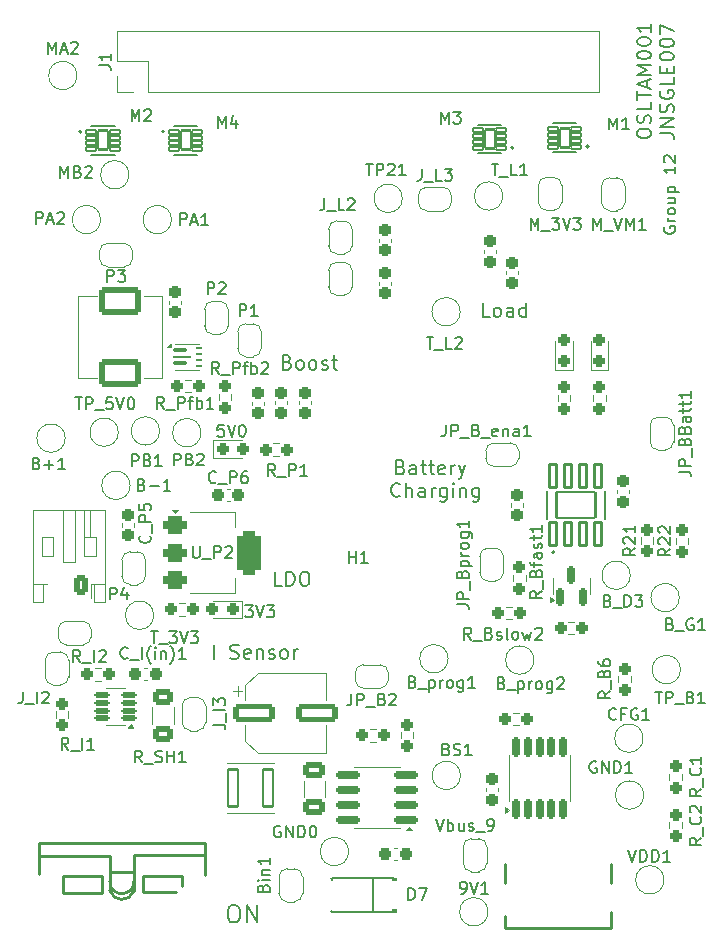
<source format=gbr>
%TF.GenerationSoftware,KiCad,Pcbnew,9.0.0*%
%TF.CreationDate,2025-03-28T03:41:13+02:00*%
%TF.ProjectId,Power_Board_3088F,506f7765-725f-4426-9f61-72645f333038,V0*%
%TF.SameCoordinates,Original*%
%TF.FileFunction,Legend,Top*%
%TF.FilePolarity,Positive*%
%FSLAX46Y46*%
G04 Gerber Fmt 4.6, Leading zero omitted, Abs format (unit mm)*
G04 Created by KiCad (PCBNEW 9.0.0) date 2025-03-28 03:41:13*
%MOMM*%
%LPD*%
G01*
G04 APERTURE LIST*
G04 Aperture macros list*
%AMRoundRect*
0 Rectangle with rounded corners*
0 $1 Rounding radius*
0 $2 $3 $4 $5 $6 $7 $8 $9 X,Y pos of 4 corners*
0 Add a 4 corners polygon primitive as box body*
4,1,4,$2,$3,$4,$5,$6,$7,$8,$9,$2,$3,0*
0 Add four circle primitives for the rounded corners*
1,1,$1+$1,$2,$3*
1,1,$1+$1,$4,$5*
1,1,$1+$1,$6,$7*
1,1,$1+$1,$8,$9*
0 Add four rect primitives between the rounded corners*
20,1,$1+$1,$2,$3,$4,$5,0*
20,1,$1+$1,$4,$5,$6,$7,0*
20,1,$1+$1,$6,$7,$8,$9,0*
20,1,$1+$1,$8,$9,$2,$3,0*%
%AMFreePoly0*
4,1,23,0.500000,-0.750000,0.000000,-0.750000,0.000000,-0.745722,-0.065263,-0.745722,-0.191342,-0.711940,-0.304381,-0.646677,-0.396677,-0.554381,-0.461940,-0.441342,-0.495722,-0.315263,-0.495722,-0.250000,-0.500000,-0.250000,-0.500000,0.250000,-0.495722,0.250000,-0.495722,0.315263,-0.461940,0.441342,-0.396677,0.554381,-0.304381,0.646677,-0.191342,0.711940,-0.065263,0.745722,0.000000,0.745722,
0.000000,0.750000,0.500000,0.750000,0.500000,-0.750000,0.500000,-0.750000,$1*%
%AMFreePoly1*
4,1,23,0.000000,0.745722,0.065263,0.745722,0.191342,0.711940,0.304381,0.646677,0.396677,0.554381,0.461940,0.441342,0.495722,0.315263,0.495722,0.250000,0.500000,0.250000,0.500000,-0.250000,0.495722,-0.250000,0.495722,-0.315263,0.461940,-0.441342,0.396677,-0.554381,0.304381,-0.646677,0.191342,-0.711940,0.065263,-0.745722,0.000000,-0.745722,0.000000,-0.750000,-0.500000,-0.750000,
-0.500000,0.750000,0.000000,0.750000,0.000000,0.745722,0.000000,0.745722,$1*%
G04 Aperture macros list end*
%ADD10C,0.200000*%
%ADD11C,0.150000*%
%ADD12C,0.000000*%
%ADD13C,0.152500*%
%ADD14C,0.254000*%
%ADD15C,0.127000*%
%ADD16C,0.120000*%
%ADD17C,0.010000*%
%ADD18R,2.000000X2.000000*%
%ADD19O,1.000000X2.100000*%
%ADD20O,1.000000X1.800000*%
%ADD21R,0.600000X1.240000*%
%ADD22R,0.300000X1.240000*%
%ADD23C,3.000000*%
%ADD24RoundRect,0.102000X1.651000X-1.100000X1.651000X1.100000X-1.651000X1.100000X-1.651000X-1.100000X0*%
%ADD25RoundRect,0.102000X0.300000X-0.985000X0.300000X0.985000X-0.300000X0.985000X-0.300000X-0.985000X0*%
%ADD26RoundRect,0.237500X-0.237500X0.250000X-0.237500X-0.250000X0.237500X-0.250000X0.237500X0.250000X0*%
%ADD27C,2.000000*%
%ADD28RoundRect,0.237500X-0.250000X-0.237500X0.250000X-0.237500X0.250000X0.237500X-0.250000X0.237500X0*%
%ADD29RoundRect,0.150000X0.825000X0.150000X-0.825000X0.150000X-0.825000X-0.150000X0.825000X-0.150000X0*%
%ADD30R,2.290000X3.000000*%
%ADD31RoundRect,0.237500X0.237500X-0.250000X0.237500X0.250000X-0.237500X0.250000X-0.237500X-0.250000X0*%
%ADD32RoundRect,0.250000X0.625000X-0.400000X0.625000X0.400000X-0.625000X0.400000X-0.625000X-0.400000X0*%
%ADD33FreePoly0,270.000000*%
%ADD34FreePoly1,270.000000*%
%ADD35RoundRect,0.110000X0.440000X1.590000X-0.440000X1.590000X-0.440000X-1.590000X0.440000X-1.590000X0*%
%ADD36FreePoly0,90.000000*%
%ADD37FreePoly1,90.000000*%
%ADD38RoundRect,0.237500X0.300000X0.237500X-0.300000X0.237500X-0.300000X-0.237500X0.300000X-0.237500X0*%
%ADD39RoundRect,0.060500X-0.411500X-0.181500X0.411500X-0.181500X0.411500X0.181500X-0.411500X0.181500X0*%
%ADD40RoundRect,0.102000X-0.450000X-0.800000X0.450000X-0.800000X0.450000X0.800000X-0.450000X0.800000X0*%
%ADD41FreePoly0,180.000000*%
%ADD42FreePoly1,180.000000*%
%ADD43RoundRect,0.250000X0.650000X-0.412500X0.650000X0.412500X-0.650000X0.412500X-0.650000X-0.412500X0*%
%ADD44RoundRect,0.250000X0.350000X0.625000X-0.350000X0.625000X-0.350000X-0.625000X0.350000X-0.625000X0*%
%ADD45O,1.200000X1.750000*%
%ADD46RoundRect,0.150000X0.150000X-0.587500X0.150000X0.587500X-0.150000X0.587500X-0.150000X-0.587500X0*%
%ADD47RoundRect,0.375000X-0.625000X-0.375000X0.625000X-0.375000X0.625000X0.375000X-0.625000X0.375000X0*%
%ADD48RoundRect,0.500000X-0.500000X-1.400000X0.500000X-1.400000X0.500000X1.400000X-0.500000X1.400000X0*%
%ADD49FreePoly0,0.000000*%
%ADD50FreePoly1,0.000000*%
%ADD51RoundRect,0.150000X0.150000X-0.687500X0.150000X0.687500X-0.150000X0.687500X-0.150000X-0.687500X0*%
%ADD52R,3.300000X2.100000*%
%ADD53RoundRect,0.237500X-0.237500X0.300000X-0.237500X-0.300000X0.237500X-0.300000X0.237500X0.300000X0*%
%ADD54RoundRect,0.250000X-1.500000X-0.550000X1.500000X-0.550000X1.500000X0.550000X-1.500000X0.550000X0*%
%ADD55RoundRect,0.237500X0.250000X0.237500X-0.250000X0.237500X-0.250000X-0.237500X0.250000X-0.237500X0*%
%ADD56R,1.700000X1.700000*%
%ADD57O,1.700000X1.700000*%
%ADD58C,3.200000*%
%ADD59RoundRect,0.250000X-1.500000X0.925000X-1.500000X-0.925000X1.500000X-0.925000X1.500000X0.925000X0*%
%ADD60RoundRect,0.237500X0.287500X0.237500X-0.287500X0.237500X-0.287500X-0.237500X0.287500X-0.237500X0*%
%ADD61RoundRect,0.237500X0.237500X-0.300000X0.237500X0.300000X-0.237500X0.300000X-0.237500X-0.300000X0*%
%ADD62RoundRect,0.125000X0.537500X0.125000X-0.537500X0.125000X-0.537500X-0.125000X0.537500X-0.125000X0*%
%ADD63RoundRect,0.087500X-0.487500X-0.087500X0.487500X-0.087500X0.487500X0.087500X-0.487500X0.087500X0*%
%ADD64RoundRect,0.050000X-0.675000X-0.050000X0.675000X-0.050000X0.675000X0.050000X-0.675000X0.050000X0*%
%ADD65RoundRect,0.062500X-0.162500X-0.062500X0.162500X-0.062500X0.162500X0.062500X-0.162500X0.062500X0*%
%ADD66RoundRect,0.060500X0.411500X0.181500X-0.411500X0.181500X-0.411500X-0.181500X0.411500X-0.181500X0*%
%ADD67RoundRect,0.102000X0.450000X0.800000X-0.450000X0.800000X-0.450000X-0.800000X0.450000X-0.800000X0*%
%ADD68RoundRect,0.237500X-0.300000X-0.237500X0.300000X-0.237500X0.300000X0.237500X-0.300000X0.237500X0*%
%ADD69RoundRect,0.237500X0.237500X-0.287500X0.237500X0.287500X-0.237500X0.287500X-0.237500X-0.287500X0*%
%ADD70RoundRect,0.237500X-0.287500X-0.237500X0.287500X-0.237500X0.287500X0.237500X-0.287500X0.237500X0*%
G04 APERTURE END LIST*
D10*
X145914838Y-44106517D02*
X145867219Y-44201755D01*
X145867219Y-44201755D02*
X145867219Y-44344612D01*
X145867219Y-44344612D02*
X145914838Y-44487469D01*
X145914838Y-44487469D02*
X146010076Y-44582707D01*
X146010076Y-44582707D02*
X146105314Y-44630326D01*
X146105314Y-44630326D02*
X146295790Y-44677945D01*
X146295790Y-44677945D02*
X146438647Y-44677945D01*
X146438647Y-44677945D02*
X146629123Y-44630326D01*
X146629123Y-44630326D02*
X146724361Y-44582707D01*
X146724361Y-44582707D02*
X146819600Y-44487469D01*
X146819600Y-44487469D02*
X146867219Y-44344612D01*
X146867219Y-44344612D02*
X146867219Y-44249374D01*
X146867219Y-44249374D02*
X146819600Y-44106517D01*
X146819600Y-44106517D02*
X146771980Y-44058898D01*
X146771980Y-44058898D02*
X146438647Y-44058898D01*
X146438647Y-44058898D02*
X146438647Y-44249374D01*
X146867219Y-43630326D02*
X146200552Y-43630326D01*
X146391028Y-43630326D02*
X146295790Y-43582707D01*
X146295790Y-43582707D02*
X146248171Y-43535088D01*
X146248171Y-43535088D02*
X146200552Y-43439850D01*
X146200552Y-43439850D02*
X146200552Y-43344612D01*
X146867219Y-42868421D02*
X146819600Y-42963659D01*
X146819600Y-42963659D02*
X146771980Y-43011278D01*
X146771980Y-43011278D02*
X146676742Y-43058897D01*
X146676742Y-43058897D02*
X146391028Y-43058897D01*
X146391028Y-43058897D02*
X146295790Y-43011278D01*
X146295790Y-43011278D02*
X146248171Y-42963659D01*
X146248171Y-42963659D02*
X146200552Y-42868421D01*
X146200552Y-42868421D02*
X146200552Y-42725564D01*
X146200552Y-42725564D02*
X146248171Y-42630326D01*
X146248171Y-42630326D02*
X146295790Y-42582707D01*
X146295790Y-42582707D02*
X146391028Y-42535088D01*
X146391028Y-42535088D02*
X146676742Y-42535088D01*
X146676742Y-42535088D02*
X146771980Y-42582707D01*
X146771980Y-42582707D02*
X146819600Y-42630326D01*
X146819600Y-42630326D02*
X146867219Y-42725564D01*
X146867219Y-42725564D02*
X146867219Y-42868421D01*
X146200552Y-41677945D02*
X146867219Y-41677945D01*
X146200552Y-42106516D02*
X146724361Y-42106516D01*
X146724361Y-42106516D02*
X146819600Y-42058897D01*
X146819600Y-42058897D02*
X146867219Y-41963659D01*
X146867219Y-41963659D02*
X146867219Y-41820802D01*
X146867219Y-41820802D02*
X146819600Y-41725564D01*
X146819600Y-41725564D02*
X146771980Y-41677945D01*
X146200552Y-41201754D02*
X147200552Y-41201754D01*
X146248171Y-41201754D02*
X146200552Y-41106516D01*
X146200552Y-41106516D02*
X146200552Y-40916040D01*
X146200552Y-40916040D02*
X146248171Y-40820802D01*
X146248171Y-40820802D02*
X146295790Y-40773183D01*
X146295790Y-40773183D02*
X146391028Y-40725564D01*
X146391028Y-40725564D02*
X146676742Y-40725564D01*
X146676742Y-40725564D02*
X146771980Y-40773183D01*
X146771980Y-40773183D02*
X146819600Y-40820802D01*
X146819600Y-40820802D02*
X146867219Y-40916040D01*
X146867219Y-40916040D02*
X146867219Y-41106516D01*
X146867219Y-41106516D02*
X146819600Y-41201754D01*
X146867219Y-39011278D02*
X146867219Y-39582706D01*
X146867219Y-39296992D02*
X145867219Y-39296992D01*
X145867219Y-39296992D02*
X146010076Y-39392230D01*
X146010076Y-39392230D02*
X146105314Y-39487468D01*
X146105314Y-39487468D02*
X146152933Y-39582706D01*
X145962457Y-38630325D02*
X145914838Y-38582706D01*
X145914838Y-38582706D02*
X145867219Y-38487468D01*
X145867219Y-38487468D02*
X145867219Y-38249373D01*
X145867219Y-38249373D02*
X145914838Y-38154135D01*
X145914838Y-38154135D02*
X145962457Y-38106516D01*
X145962457Y-38106516D02*
X146057695Y-38058897D01*
X146057695Y-38058897D02*
X146152933Y-38058897D01*
X146152933Y-38058897D02*
X146295790Y-38106516D01*
X146295790Y-38106516D02*
X146867219Y-38677944D01*
X146867219Y-38677944D02*
X146867219Y-38058897D01*
X143610809Y-36304136D02*
X143610809Y-36075564D01*
X143610809Y-36075564D02*
X143667952Y-35961279D01*
X143667952Y-35961279D02*
X143782238Y-35846993D01*
X143782238Y-35846993D02*
X144010809Y-35789850D01*
X144010809Y-35789850D02*
X144410809Y-35789850D01*
X144410809Y-35789850D02*
X144639381Y-35846993D01*
X144639381Y-35846993D02*
X144753667Y-35961279D01*
X144753667Y-35961279D02*
X144810809Y-36075564D01*
X144810809Y-36075564D02*
X144810809Y-36304136D01*
X144810809Y-36304136D02*
X144753667Y-36418422D01*
X144753667Y-36418422D02*
X144639381Y-36532707D01*
X144639381Y-36532707D02*
X144410809Y-36589850D01*
X144410809Y-36589850D02*
X144010809Y-36589850D01*
X144010809Y-36589850D02*
X143782238Y-36532707D01*
X143782238Y-36532707D02*
X143667952Y-36418422D01*
X143667952Y-36418422D02*
X143610809Y-36304136D01*
X144753667Y-35332707D02*
X144810809Y-35161279D01*
X144810809Y-35161279D02*
X144810809Y-34875564D01*
X144810809Y-34875564D02*
X144753667Y-34761279D01*
X144753667Y-34761279D02*
X144696524Y-34704136D01*
X144696524Y-34704136D02*
X144582238Y-34646993D01*
X144582238Y-34646993D02*
X144467952Y-34646993D01*
X144467952Y-34646993D02*
X144353667Y-34704136D01*
X144353667Y-34704136D02*
X144296524Y-34761279D01*
X144296524Y-34761279D02*
X144239381Y-34875564D01*
X144239381Y-34875564D02*
X144182238Y-35104136D01*
X144182238Y-35104136D02*
X144125095Y-35218421D01*
X144125095Y-35218421D02*
X144067952Y-35275564D01*
X144067952Y-35275564D02*
X143953667Y-35332707D01*
X143953667Y-35332707D02*
X143839381Y-35332707D01*
X143839381Y-35332707D02*
X143725095Y-35275564D01*
X143725095Y-35275564D02*
X143667952Y-35218421D01*
X143667952Y-35218421D02*
X143610809Y-35104136D01*
X143610809Y-35104136D02*
X143610809Y-34818421D01*
X143610809Y-34818421D02*
X143667952Y-34646993D01*
X144810809Y-33561279D02*
X144810809Y-34132707D01*
X144810809Y-34132707D02*
X143610809Y-34132707D01*
X143610809Y-33332707D02*
X143610809Y-32646993D01*
X144810809Y-32989850D02*
X143610809Y-32989850D01*
X144467952Y-32304135D02*
X144467952Y-31732707D01*
X144810809Y-32418421D02*
X143610809Y-32018421D01*
X143610809Y-32018421D02*
X144810809Y-31618421D01*
X144810809Y-31218421D02*
X143610809Y-31218421D01*
X143610809Y-31218421D02*
X144467952Y-30818421D01*
X144467952Y-30818421D02*
X143610809Y-30418421D01*
X143610809Y-30418421D02*
X144810809Y-30418421D01*
X143610809Y-29618421D02*
X143610809Y-29504135D01*
X143610809Y-29504135D02*
X143667952Y-29389849D01*
X143667952Y-29389849D02*
X143725095Y-29332707D01*
X143725095Y-29332707D02*
X143839381Y-29275564D01*
X143839381Y-29275564D02*
X144067952Y-29218421D01*
X144067952Y-29218421D02*
X144353667Y-29218421D01*
X144353667Y-29218421D02*
X144582238Y-29275564D01*
X144582238Y-29275564D02*
X144696524Y-29332707D01*
X144696524Y-29332707D02*
X144753667Y-29389849D01*
X144753667Y-29389849D02*
X144810809Y-29504135D01*
X144810809Y-29504135D02*
X144810809Y-29618421D01*
X144810809Y-29618421D02*
X144753667Y-29732707D01*
X144753667Y-29732707D02*
X144696524Y-29789849D01*
X144696524Y-29789849D02*
X144582238Y-29846992D01*
X144582238Y-29846992D02*
X144353667Y-29904135D01*
X144353667Y-29904135D02*
X144067952Y-29904135D01*
X144067952Y-29904135D02*
X143839381Y-29846992D01*
X143839381Y-29846992D02*
X143725095Y-29789849D01*
X143725095Y-29789849D02*
X143667952Y-29732707D01*
X143667952Y-29732707D02*
X143610809Y-29618421D01*
X143610809Y-28475564D02*
X143610809Y-28361278D01*
X143610809Y-28361278D02*
X143667952Y-28246992D01*
X143667952Y-28246992D02*
X143725095Y-28189850D01*
X143725095Y-28189850D02*
X143839381Y-28132707D01*
X143839381Y-28132707D02*
X144067952Y-28075564D01*
X144067952Y-28075564D02*
X144353667Y-28075564D01*
X144353667Y-28075564D02*
X144582238Y-28132707D01*
X144582238Y-28132707D02*
X144696524Y-28189850D01*
X144696524Y-28189850D02*
X144753667Y-28246992D01*
X144753667Y-28246992D02*
X144810809Y-28361278D01*
X144810809Y-28361278D02*
X144810809Y-28475564D01*
X144810809Y-28475564D02*
X144753667Y-28589850D01*
X144753667Y-28589850D02*
X144696524Y-28646992D01*
X144696524Y-28646992D02*
X144582238Y-28704135D01*
X144582238Y-28704135D02*
X144353667Y-28761278D01*
X144353667Y-28761278D02*
X144067952Y-28761278D01*
X144067952Y-28761278D02*
X143839381Y-28704135D01*
X143839381Y-28704135D02*
X143725095Y-28646992D01*
X143725095Y-28646992D02*
X143667952Y-28589850D01*
X143667952Y-28589850D02*
X143610809Y-28475564D01*
X144810809Y-26932707D02*
X144810809Y-27618421D01*
X144810809Y-27275564D02*
X143610809Y-27275564D01*
X143610809Y-27275564D02*
X143782238Y-27389850D01*
X143782238Y-27389850D02*
X143896524Y-27504135D01*
X143896524Y-27504135D02*
X143953667Y-27618421D01*
X145542742Y-36189850D02*
X146399885Y-36189850D01*
X146399885Y-36189850D02*
X146571314Y-36246993D01*
X146571314Y-36246993D02*
X146685600Y-36361279D01*
X146685600Y-36361279D02*
X146742742Y-36532707D01*
X146742742Y-36532707D02*
X146742742Y-36646993D01*
X146742742Y-35618421D02*
X145542742Y-35618421D01*
X145542742Y-35618421D02*
X146742742Y-34932707D01*
X146742742Y-34932707D02*
X145542742Y-34932707D01*
X146685600Y-34418421D02*
X146742742Y-34246993D01*
X146742742Y-34246993D02*
X146742742Y-33961278D01*
X146742742Y-33961278D02*
X146685600Y-33846993D01*
X146685600Y-33846993D02*
X146628457Y-33789850D01*
X146628457Y-33789850D02*
X146514171Y-33732707D01*
X146514171Y-33732707D02*
X146399885Y-33732707D01*
X146399885Y-33732707D02*
X146285600Y-33789850D01*
X146285600Y-33789850D02*
X146228457Y-33846993D01*
X146228457Y-33846993D02*
X146171314Y-33961278D01*
X146171314Y-33961278D02*
X146114171Y-34189850D01*
X146114171Y-34189850D02*
X146057028Y-34304135D01*
X146057028Y-34304135D02*
X145999885Y-34361278D01*
X145999885Y-34361278D02*
X145885600Y-34418421D01*
X145885600Y-34418421D02*
X145771314Y-34418421D01*
X145771314Y-34418421D02*
X145657028Y-34361278D01*
X145657028Y-34361278D02*
X145599885Y-34304135D01*
X145599885Y-34304135D02*
X145542742Y-34189850D01*
X145542742Y-34189850D02*
X145542742Y-33904135D01*
X145542742Y-33904135D02*
X145599885Y-33732707D01*
X145599885Y-32589850D02*
X145542742Y-32704136D01*
X145542742Y-32704136D02*
X145542742Y-32875564D01*
X145542742Y-32875564D02*
X145599885Y-33046993D01*
X145599885Y-33046993D02*
X145714171Y-33161278D01*
X145714171Y-33161278D02*
X145828457Y-33218421D01*
X145828457Y-33218421D02*
X146057028Y-33275564D01*
X146057028Y-33275564D02*
X146228457Y-33275564D01*
X146228457Y-33275564D02*
X146457028Y-33218421D01*
X146457028Y-33218421D02*
X146571314Y-33161278D01*
X146571314Y-33161278D02*
X146685600Y-33046993D01*
X146685600Y-33046993D02*
X146742742Y-32875564D01*
X146742742Y-32875564D02*
X146742742Y-32761278D01*
X146742742Y-32761278D02*
X146685600Y-32589850D01*
X146685600Y-32589850D02*
X146628457Y-32532707D01*
X146628457Y-32532707D02*
X146228457Y-32532707D01*
X146228457Y-32532707D02*
X146228457Y-32761278D01*
X146742742Y-31446993D02*
X146742742Y-32018421D01*
X146742742Y-32018421D02*
X145542742Y-32018421D01*
X146114171Y-31046992D02*
X146114171Y-30646992D01*
X146742742Y-30475564D02*
X146742742Y-31046992D01*
X146742742Y-31046992D02*
X145542742Y-31046992D01*
X145542742Y-31046992D02*
X145542742Y-30475564D01*
X145542742Y-29732707D02*
X145542742Y-29618421D01*
X145542742Y-29618421D02*
X145599885Y-29504135D01*
X145599885Y-29504135D02*
X145657028Y-29446993D01*
X145657028Y-29446993D02*
X145771314Y-29389850D01*
X145771314Y-29389850D02*
X145999885Y-29332707D01*
X145999885Y-29332707D02*
X146285600Y-29332707D01*
X146285600Y-29332707D02*
X146514171Y-29389850D01*
X146514171Y-29389850D02*
X146628457Y-29446993D01*
X146628457Y-29446993D02*
X146685600Y-29504135D01*
X146685600Y-29504135D02*
X146742742Y-29618421D01*
X146742742Y-29618421D02*
X146742742Y-29732707D01*
X146742742Y-29732707D02*
X146685600Y-29846993D01*
X146685600Y-29846993D02*
X146628457Y-29904135D01*
X146628457Y-29904135D02*
X146514171Y-29961278D01*
X146514171Y-29961278D02*
X146285600Y-30018421D01*
X146285600Y-30018421D02*
X145999885Y-30018421D01*
X145999885Y-30018421D02*
X145771314Y-29961278D01*
X145771314Y-29961278D02*
X145657028Y-29904135D01*
X145657028Y-29904135D02*
X145599885Y-29846993D01*
X145599885Y-29846993D02*
X145542742Y-29732707D01*
X145542742Y-28589850D02*
X145542742Y-28475564D01*
X145542742Y-28475564D02*
X145599885Y-28361278D01*
X145599885Y-28361278D02*
X145657028Y-28304136D01*
X145657028Y-28304136D02*
X145771314Y-28246993D01*
X145771314Y-28246993D02*
X145999885Y-28189850D01*
X145999885Y-28189850D02*
X146285600Y-28189850D01*
X146285600Y-28189850D02*
X146514171Y-28246993D01*
X146514171Y-28246993D02*
X146628457Y-28304136D01*
X146628457Y-28304136D02*
X146685600Y-28361278D01*
X146685600Y-28361278D02*
X146742742Y-28475564D01*
X146742742Y-28475564D02*
X146742742Y-28589850D01*
X146742742Y-28589850D02*
X146685600Y-28704136D01*
X146685600Y-28704136D02*
X146628457Y-28761278D01*
X146628457Y-28761278D02*
X146514171Y-28818421D01*
X146514171Y-28818421D02*
X146285600Y-28875564D01*
X146285600Y-28875564D02*
X145999885Y-28875564D01*
X145999885Y-28875564D02*
X145771314Y-28818421D01*
X145771314Y-28818421D02*
X145657028Y-28761278D01*
X145657028Y-28761278D02*
X145599885Y-28704136D01*
X145599885Y-28704136D02*
X145542742Y-28589850D01*
X145542742Y-27789850D02*
X145542742Y-26989850D01*
X145542742Y-26989850D02*
X146742742Y-27504136D01*
X109324435Y-101506028D02*
X109610149Y-101506028D01*
X109610149Y-101506028D02*
X109753006Y-101577457D01*
X109753006Y-101577457D02*
X109895863Y-101720314D01*
X109895863Y-101720314D02*
X109967292Y-102006028D01*
X109967292Y-102006028D02*
X109967292Y-102506028D01*
X109967292Y-102506028D02*
X109895863Y-102791742D01*
X109895863Y-102791742D02*
X109753006Y-102934600D01*
X109753006Y-102934600D02*
X109610149Y-103006028D01*
X109610149Y-103006028D02*
X109324435Y-103006028D01*
X109324435Y-103006028D02*
X109181578Y-102934600D01*
X109181578Y-102934600D02*
X109038720Y-102791742D01*
X109038720Y-102791742D02*
X108967292Y-102506028D01*
X108967292Y-102506028D02*
X108967292Y-102006028D01*
X108967292Y-102006028D02*
X109038720Y-101720314D01*
X109038720Y-101720314D02*
X109181578Y-101577457D01*
X109181578Y-101577457D02*
X109324435Y-101506028D01*
X110610149Y-103006028D02*
X110610149Y-101506028D01*
X110610149Y-101506028D02*
X111467292Y-103006028D01*
X111467292Y-103006028D02*
X111467292Y-101506028D01*
X107767292Y-80692742D02*
X107767292Y-79492742D01*
X109195864Y-80635600D02*
X109367293Y-80692742D01*
X109367293Y-80692742D02*
X109653007Y-80692742D01*
X109653007Y-80692742D02*
X109767293Y-80635600D01*
X109767293Y-80635600D02*
X109824435Y-80578457D01*
X109824435Y-80578457D02*
X109881578Y-80464171D01*
X109881578Y-80464171D02*
X109881578Y-80349885D01*
X109881578Y-80349885D02*
X109824435Y-80235600D01*
X109824435Y-80235600D02*
X109767293Y-80178457D01*
X109767293Y-80178457D02*
X109653007Y-80121314D01*
X109653007Y-80121314D02*
X109424435Y-80064171D01*
X109424435Y-80064171D02*
X109310150Y-80007028D01*
X109310150Y-80007028D02*
X109253007Y-79949885D01*
X109253007Y-79949885D02*
X109195864Y-79835600D01*
X109195864Y-79835600D02*
X109195864Y-79721314D01*
X109195864Y-79721314D02*
X109253007Y-79607028D01*
X109253007Y-79607028D02*
X109310150Y-79549885D01*
X109310150Y-79549885D02*
X109424435Y-79492742D01*
X109424435Y-79492742D02*
X109710150Y-79492742D01*
X109710150Y-79492742D02*
X109881578Y-79549885D01*
X110853007Y-80635600D02*
X110738721Y-80692742D01*
X110738721Y-80692742D02*
X110510150Y-80692742D01*
X110510150Y-80692742D02*
X110395864Y-80635600D01*
X110395864Y-80635600D02*
X110338721Y-80521314D01*
X110338721Y-80521314D02*
X110338721Y-80064171D01*
X110338721Y-80064171D02*
X110395864Y-79949885D01*
X110395864Y-79949885D02*
X110510150Y-79892742D01*
X110510150Y-79892742D02*
X110738721Y-79892742D01*
X110738721Y-79892742D02*
X110853007Y-79949885D01*
X110853007Y-79949885D02*
X110910150Y-80064171D01*
X110910150Y-80064171D02*
X110910150Y-80178457D01*
X110910150Y-80178457D02*
X110338721Y-80292742D01*
X111424435Y-79892742D02*
X111424435Y-80692742D01*
X111424435Y-80007028D02*
X111481578Y-79949885D01*
X111481578Y-79949885D02*
X111595863Y-79892742D01*
X111595863Y-79892742D02*
X111767292Y-79892742D01*
X111767292Y-79892742D02*
X111881578Y-79949885D01*
X111881578Y-79949885D02*
X111938721Y-80064171D01*
X111938721Y-80064171D02*
X111938721Y-80692742D01*
X112453006Y-80635600D02*
X112567292Y-80692742D01*
X112567292Y-80692742D02*
X112795863Y-80692742D01*
X112795863Y-80692742D02*
X112910149Y-80635600D01*
X112910149Y-80635600D02*
X112967292Y-80521314D01*
X112967292Y-80521314D02*
X112967292Y-80464171D01*
X112967292Y-80464171D02*
X112910149Y-80349885D01*
X112910149Y-80349885D02*
X112795863Y-80292742D01*
X112795863Y-80292742D02*
X112624435Y-80292742D01*
X112624435Y-80292742D02*
X112510149Y-80235600D01*
X112510149Y-80235600D02*
X112453006Y-80121314D01*
X112453006Y-80121314D02*
X112453006Y-80064171D01*
X112453006Y-80064171D02*
X112510149Y-79949885D01*
X112510149Y-79949885D02*
X112624435Y-79892742D01*
X112624435Y-79892742D02*
X112795863Y-79892742D01*
X112795863Y-79892742D02*
X112910149Y-79949885D01*
X113653006Y-80692742D02*
X113538721Y-80635600D01*
X113538721Y-80635600D02*
X113481578Y-80578457D01*
X113481578Y-80578457D02*
X113424435Y-80464171D01*
X113424435Y-80464171D02*
X113424435Y-80121314D01*
X113424435Y-80121314D02*
X113481578Y-80007028D01*
X113481578Y-80007028D02*
X113538721Y-79949885D01*
X113538721Y-79949885D02*
X113653006Y-79892742D01*
X113653006Y-79892742D02*
X113824435Y-79892742D01*
X113824435Y-79892742D02*
X113938721Y-79949885D01*
X113938721Y-79949885D02*
X113995864Y-80007028D01*
X113995864Y-80007028D02*
X114053006Y-80121314D01*
X114053006Y-80121314D02*
X114053006Y-80464171D01*
X114053006Y-80464171D02*
X113995864Y-80578457D01*
X113995864Y-80578457D02*
X113938721Y-80635600D01*
X113938721Y-80635600D02*
X113824435Y-80692742D01*
X113824435Y-80692742D02*
X113653006Y-80692742D01*
X114567292Y-80692742D02*
X114567292Y-79892742D01*
X114567292Y-80121314D02*
X114624435Y-80007028D01*
X114624435Y-80007028D02*
X114681578Y-79949885D01*
X114681578Y-79949885D02*
X114795863Y-79892742D01*
X114795863Y-79892742D02*
X114910149Y-79892742D01*
X100819673Y-35167219D02*
X100819673Y-34167219D01*
X100819673Y-34167219D02*
X101153006Y-34881504D01*
X101153006Y-34881504D02*
X101486339Y-34167219D01*
X101486339Y-34167219D02*
X101486339Y-35167219D01*
X101914911Y-34262457D02*
X101962530Y-34214838D01*
X101962530Y-34214838D02*
X102057768Y-34167219D01*
X102057768Y-34167219D02*
X102295863Y-34167219D01*
X102295863Y-34167219D02*
X102391101Y-34214838D01*
X102391101Y-34214838D02*
X102438720Y-34262457D01*
X102438720Y-34262457D02*
X102486339Y-34357695D01*
X102486339Y-34357695D02*
X102486339Y-34452933D01*
X102486339Y-34452933D02*
X102438720Y-34595790D01*
X102438720Y-34595790D02*
X101867292Y-35167219D01*
X101867292Y-35167219D02*
X102486339Y-35167219D01*
X108119673Y-35717219D02*
X108119673Y-34717219D01*
X108119673Y-34717219D02*
X108453006Y-35431504D01*
X108453006Y-35431504D02*
X108786339Y-34717219D01*
X108786339Y-34717219D02*
X108786339Y-35717219D01*
X109691101Y-35050552D02*
X109691101Y-35717219D01*
X109453006Y-34669600D02*
X109214911Y-35383885D01*
X109214911Y-35383885D02*
X109833958Y-35383885D01*
X127019673Y-35367219D02*
X127019673Y-34367219D01*
X127019673Y-34367219D02*
X127353006Y-35081504D01*
X127353006Y-35081504D02*
X127686339Y-34367219D01*
X127686339Y-34367219D02*
X127686339Y-35367219D01*
X128067292Y-34367219D02*
X128686339Y-34367219D01*
X128686339Y-34367219D02*
X128353006Y-34748171D01*
X128353006Y-34748171D02*
X128495863Y-34748171D01*
X128495863Y-34748171D02*
X128591101Y-34795790D01*
X128591101Y-34795790D02*
X128638720Y-34843409D01*
X128638720Y-34843409D02*
X128686339Y-34938647D01*
X128686339Y-34938647D02*
X128686339Y-35176742D01*
X128686339Y-35176742D02*
X128638720Y-35271980D01*
X128638720Y-35271980D02*
X128591101Y-35319600D01*
X128591101Y-35319600D02*
X128495863Y-35367219D01*
X128495863Y-35367219D02*
X128210149Y-35367219D01*
X128210149Y-35367219D02*
X128114911Y-35319600D01*
X128114911Y-35319600D02*
X128067292Y-35271980D01*
X141269673Y-35867219D02*
X141269673Y-34867219D01*
X141269673Y-34867219D02*
X141603006Y-35581504D01*
X141603006Y-35581504D02*
X141936339Y-34867219D01*
X141936339Y-34867219D02*
X141936339Y-35867219D01*
X142936339Y-35867219D02*
X142364911Y-35867219D01*
X142650625Y-35867219D02*
X142650625Y-34867219D01*
X142650625Y-34867219D02*
X142555387Y-35010076D01*
X142555387Y-35010076D02*
X142460149Y-35105314D01*
X142460149Y-35105314D02*
X142364911Y-35152933D01*
X131138720Y-51742742D02*
X130567292Y-51742742D01*
X130567292Y-51742742D02*
X130567292Y-50542742D01*
X131710149Y-51742742D02*
X131595864Y-51685600D01*
X131595864Y-51685600D02*
X131538721Y-51628457D01*
X131538721Y-51628457D02*
X131481578Y-51514171D01*
X131481578Y-51514171D02*
X131481578Y-51171314D01*
X131481578Y-51171314D02*
X131538721Y-51057028D01*
X131538721Y-51057028D02*
X131595864Y-50999885D01*
X131595864Y-50999885D02*
X131710149Y-50942742D01*
X131710149Y-50942742D02*
X131881578Y-50942742D01*
X131881578Y-50942742D02*
X131995864Y-50999885D01*
X131995864Y-50999885D02*
X132053007Y-51057028D01*
X132053007Y-51057028D02*
X132110149Y-51171314D01*
X132110149Y-51171314D02*
X132110149Y-51514171D01*
X132110149Y-51514171D02*
X132053007Y-51628457D01*
X132053007Y-51628457D02*
X131995864Y-51685600D01*
X131995864Y-51685600D02*
X131881578Y-51742742D01*
X131881578Y-51742742D02*
X131710149Y-51742742D01*
X133138721Y-51742742D02*
X133138721Y-51114171D01*
X133138721Y-51114171D02*
X133081578Y-50999885D01*
X133081578Y-50999885D02*
X132967292Y-50942742D01*
X132967292Y-50942742D02*
X132738721Y-50942742D01*
X132738721Y-50942742D02*
X132624435Y-50999885D01*
X133138721Y-51685600D02*
X133024435Y-51742742D01*
X133024435Y-51742742D02*
X132738721Y-51742742D01*
X132738721Y-51742742D02*
X132624435Y-51685600D01*
X132624435Y-51685600D02*
X132567292Y-51571314D01*
X132567292Y-51571314D02*
X132567292Y-51457028D01*
X132567292Y-51457028D02*
X132624435Y-51342742D01*
X132624435Y-51342742D02*
X132738721Y-51285600D01*
X132738721Y-51285600D02*
X133024435Y-51285600D01*
X133024435Y-51285600D02*
X133138721Y-51228457D01*
X134224435Y-51742742D02*
X134224435Y-50542742D01*
X134224435Y-51685600D02*
X134110149Y-51742742D01*
X134110149Y-51742742D02*
X133881577Y-51742742D01*
X133881577Y-51742742D02*
X133767292Y-51685600D01*
X133767292Y-51685600D02*
X133710149Y-51628457D01*
X133710149Y-51628457D02*
X133653006Y-51514171D01*
X133653006Y-51514171D02*
X133653006Y-51171314D01*
X133653006Y-51171314D02*
X133710149Y-51057028D01*
X133710149Y-51057028D02*
X133767292Y-50999885D01*
X133767292Y-50999885D02*
X133881577Y-50942742D01*
X133881577Y-50942742D02*
X134110149Y-50942742D01*
X134110149Y-50942742D02*
X134224435Y-50999885D01*
X114017292Y-55564171D02*
X114188720Y-55621314D01*
X114188720Y-55621314D02*
X114245863Y-55678457D01*
X114245863Y-55678457D02*
X114303006Y-55792742D01*
X114303006Y-55792742D02*
X114303006Y-55964171D01*
X114303006Y-55964171D02*
X114245863Y-56078457D01*
X114245863Y-56078457D02*
X114188720Y-56135600D01*
X114188720Y-56135600D02*
X114074435Y-56192742D01*
X114074435Y-56192742D02*
X113617292Y-56192742D01*
X113617292Y-56192742D02*
X113617292Y-54992742D01*
X113617292Y-54992742D02*
X114017292Y-54992742D01*
X114017292Y-54992742D02*
X114131578Y-55049885D01*
X114131578Y-55049885D02*
X114188720Y-55107028D01*
X114188720Y-55107028D02*
X114245863Y-55221314D01*
X114245863Y-55221314D02*
X114245863Y-55335600D01*
X114245863Y-55335600D02*
X114188720Y-55449885D01*
X114188720Y-55449885D02*
X114131578Y-55507028D01*
X114131578Y-55507028D02*
X114017292Y-55564171D01*
X114017292Y-55564171D02*
X113617292Y-55564171D01*
X114988720Y-56192742D02*
X114874435Y-56135600D01*
X114874435Y-56135600D02*
X114817292Y-56078457D01*
X114817292Y-56078457D02*
X114760149Y-55964171D01*
X114760149Y-55964171D02*
X114760149Y-55621314D01*
X114760149Y-55621314D02*
X114817292Y-55507028D01*
X114817292Y-55507028D02*
X114874435Y-55449885D01*
X114874435Y-55449885D02*
X114988720Y-55392742D01*
X114988720Y-55392742D02*
X115160149Y-55392742D01*
X115160149Y-55392742D02*
X115274435Y-55449885D01*
X115274435Y-55449885D02*
X115331578Y-55507028D01*
X115331578Y-55507028D02*
X115388720Y-55621314D01*
X115388720Y-55621314D02*
X115388720Y-55964171D01*
X115388720Y-55964171D02*
X115331578Y-56078457D01*
X115331578Y-56078457D02*
X115274435Y-56135600D01*
X115274435Y-56135600D02*
X115160149Y-56192742D01*
X115160149Y-56192742D02*
X114988720Y-56192742D01*
X116074434Y-56192742D02*
X115960149Y-56135600D01*
X115960149Y-56135600D02*
X115903006Y-56078457D01*
X115903006Y-56078457D02*
X115845863Y-55964171D01*
X115845863Y-55964171D02*
X115845863Y-55621314D01*
X115845863Y-55621314D02*
X115903006Y-55507028D01*
X115903006Y-55507028D02*
X115960149Y-55449885D01*
X115960149Y-55449885D02*
X116074434Y-55392742D01*
X116074434Y-55392742D02*
X116245863Y-55392742D01*
X116245863Y-55392742D02*
X116360149Y-55449885D01*
X116360149Y-55449885D02*
X116417292Y-55507028D01*
X116417292Y-55507028D02*
X116474434Y-55621314D01*
X116474434Y-55621314D02*
X116474434Y-55964171D01*
X116474434Y-55964171D02*
X116417292Y-56078457D01*
X116417292Y-56078457D02*
X116360149Y-56135600D01*
X116360149Y-56135600D02*
X116245863Y-56192742D01*
X116245863Y-56192742D02*
X116074434Y-56192742D01*
X116931577Y-56135600D02*
X117045863Y-56192742D01*
X117045863Y-56192742D02*
X117274434Y-56192742D01*
X117274434Y-56192742D02*
X117388720Y-56135600D01*
X117388720Y-56135600D02*
X117445863Y-56021314D01*
X117445863Y-56021314D02*
X117445863Y-55964171D01*
X117445863Y-55964171D02*
X117388720Y-55849885D01*
X117388720Y-55849885D02*
X117274434Y-55792742D01*
X117274434Y-55792742D02*
X117103006Y-55792742D01*
X117103006Y-55792742D02*
X116988720Y-55735600D01*
X116988720Y-55735600D02*
X116931577Y-55621314D01*
X116931577Y-55621314D02*
X116931577Y-55564171D01*
X116931577Y-55564171D02*
X116988720Y-55449885D01*
X116988720Y-55449885D02*
X117103006Y-55392742D01*
X117103006Y-55392742D02*
X117274434Y-55392742D01*
X117274434Y-55392742D02*
X117388720Y-55449885D01*
X117788720Y-55392742D02*
X118245863Y-55392742D01*
X117960149Y-54992742D02*
X117960149Y-56021314D01*
X117960149Y-56021314D02*
X118017292Y-56135600D01*
X118017292Y-56135600D02*
X118131577Y-56192742D01*
X118131577Y-56192742D02*
X118245863Y-56192742D01*
X113538720Y-74492742D02*
X112967292Y-74492742D01*
X112967292Y-74492742D02*
X112967292Y-73292742D01*
X113938721Y-74492742D02*
X113938721Y-73292742D01*
X113938721Y-73292742D02*
X114224435Y-73292742D01*
X114224435Y-73292742D02*
X114395864Y-73349885D01*
X114395864Y-73349885D02*
X114510149Y-73464171D01*
X114510149Y-73464171D02*
X114567292Y-73578457D01*
X114567292Y-73578457D02*
X114624435Y-73807028D01*
X114624435Y-73807028D02*
X114624435Y-73978457D01*
X114624435Y-73978457D02*
X114567292Y-74207028D01*
X114567292Y-74207028D02*
X114510149Y-74321314D01*
X114510149Y-74321314D02*
X114395864Y-74435600D01*
X114395864Y-74435600D02*
X114224435Y-74492742D01*
X114224435Y-74492742D02*
X113938721Y-74492742D01*
X115367292Y-73292742D02*
X115595864Y-73292742D01*
X115595864Y-73292742D02*
X115710149Y-73349885D01*
X115710149Y-73349885D02*
X115824435Y-73464171D01*
X115824435Y-73464171D02*
X115881578Y-73692742D01*
X115881578Y-73692742D02*
X115881578Y-74092742D01*
X115881578Y-74092742D02*
X115824435Y-74321314D01*
X115824435Y-74321314D02*
X115710149Y-74435600D01*
X115710149Y-74435600D02*
X115595864Y-74492742D01*
X115595864Y-74492742D02*
X115367292Y-74492742D01*
X115367292Y-74492742D02*
X115253007Y-74435600D01*
X115253007Y-74435600D02*
X115138721Y-74321314D01*
X115138721Y-74321314D02*
X115081578Y-74092742D01*
X115081578Y-74092742D02*
X115081578Y-73692742D01*
X115081578Y-73692742D02*
X115138721Y-73464171D01*
X115138721Y-73464171D02*
X115253007Y-73349885D01*
X115253007Y-73349885D02*
X115367292Y-73292742D01*
X123607143Y-64432238D02*
X123778571Y-64489381D01*
X123778571Y-64489381D02*
X123835714Y-64546524D01*
X123835714Y-64546524D02*
X123892857Y-64660809D01*
X123892857Y-64660809D02*
X123892857Y-64832238D01*
X123892857Y-64832238D02*
X123835714Y-64946524D01*
X123835714Y-64946524D02*
X123778571Y-65003667D01*
X123778571Y-65003667D02*
X123664286Y-65060809D01*
X123664286Y-65060809D02*
X123207143Y-65060809D01*
X123207143Y-65060809D02*
X123207143Y-63860809D01*
X123207143Y-63860809D02*
X123607143Y-63860809D01*
X123607143Y-63860809D02*
X123721429Y-63917952D01*
X123721429Y-63917952D02*
X123778571Y-63975095D01*
X123778571Y-63975095D02*
X123835714Y-64089381D01*
X123835714Y-64089381D02*
X123835714Y-64203667D01*
X123835714Y-64203667D02*
X123778571Y-64317952D01*
X123778571Y-64317952D02*
X123721429Y-64375095D01*
X123721429Y-64375095D02*
X123607143Y-64432238D01*
X123607143Y-64432238D02*
X123207143Y-64432238D01*
X124921429Y-65060809D02*
X124921429Y-64432238D01*
X124921429Y-64432238D02*
X124864286Y-64317952D01*
X124864286Y-64317952D02*
X124750000Y-64260809D01*
X124750000Y-64260809D02*
X124521429Y-64260809D01*
X124521429Y-64260809D02*
X124407143Y-64317952D01*
X124921429Y-65003667D02*
X124807143Y-65060809D01*
X124807143Y-65060809D02*
X124521429Y-65060809D01*
X124521429Y-65060809D02*
X124407143Y-65003667D01*
X124407143Y-65003667D02*
X124350000Y-64889381D01*
X124350000Y-64889381D02*
X124350000Y-64775095D01*
X124350000Y-64775095D02*
X124407143Y-64660809D01*
X124407143Y-64660809D02*
X124521429Y-64603667D01*
X124521429Y-64603667D02*
X124807143Y-64603667D01*
X124807143Y-64603667D02*
X124921429Y-64546524D01*
X125321428Y-64260809D02*
X125778571Y-64260809D01*
X125492857Y-63860809D02*
X125492857Y-64889381D01*
X125492857Y-64889381D02*
X125550000Y-65003667D01*
X125550000Y-65003667D02*
X125664285Y-65060809D01*
X125664285Y-65060809D02*
X125778571Y-65060809D01*
X126007142Y-64260809D02*
X126464285Y-64260809D01*
X126178571Y-63860809D02*
X126178571Y-64889381D01*
X126178571Y-64889381D02*
X126235714Y-65003667D01*
X126235714Y-65003667D02*
X126349999Y-65060809D01*
X126349999Y-65060809D02*
X126464285Y-65060809D01*
X127321428Y-65003667D02*
X127207142Y-65060809D01*
X127207142Y-65060809D02*
X126978571Y-65060809D01*
X126978571Y-65060809D02*
X126864285Y-65003667D01*
X126864285Y-65003667D02*
X126807142Y-64889381D01*
X126807142Y-64889381D02*
X126807142Y-64432238D01*
X126807142Y-64432238D02*
X126864285Y-64317952D01*
X126864285Y-64317952D02*
X126978571Y-64260809D01*
X126978571Y-64260809D02*
X127207142Y-64260809D01*
X127207142Y-64260809D02*
X127321428Y-64317952D01*
X127321428Y-64317952D02*
X127378571Y-64432238D01*
X127378571Y-64432238D02*
X127378571Y-64546524D01*
X127378571Y-64546524D02*
X126807142Y-64660809D01*
X127892856Y-65060809D02*
X127892856Y-64260809D01*
X127892856Y-64489381D02*
X127949999Y-64375095D01*
X127949999Y-64375095D02*
X128007142Y-64317952D01*
X128007142Y-64317952D02*
X128121427Y-64260809D01*
X128121427Y-64260809D02*
X128235713Y-64260809D01*
X128521427Y-64260809D02*
X128807141Y-65060809D01*
X129092856Y-64260809D02*
X128807141Y-65060809D01*
X128807141Y-65060809D02*
X128692856Y-65346524D01*
X128692856Y-65346524D02*
X128635713Y-65403667D01*
X128635713Y-65403667D02*
X128521427Y-65460809D01*
X123550000Y-66878457D02*
X123492857Y-66935600D01*
X123492857Y-66935600D02*
X123321429Y-66992742D01*
X123321429Y-66992742D02*
X123207143Y-66992742D01*
X123207143Y-66992742D02*
X123035714Y-66935600D01*
X123035714Y-66935600D02*
X122921429Y-66821314D01*
X122921429Y-66821314D02*
X122864286Y-66707028D01*
X122864286Y-66707028D02*
X122807143Y-66478457D01*
X122807143Y-66478457D02*
X122807143Y-66307028D01*
X122807143Y-66307028D02*
X122864286Y-66078457D01*
X122864286Y-66078457D02*
X122921429Y-65964171D01*
X122921429Y-65964171D02*
X123035714Y-65849885D01*
X123035714Y-65849885D02*
X123207143Y-65792742D01*
X123207143Y-65792742D02*
X123321429Y-65792742D01*
X123321429Y-65792742D02*
X123492857Y-65849885D01*
X123492857Y-65849885D02*
X123550000Y-65907028D01*
X124064286Y-66992742D02*
X124064286Y-65792742D01*
X124578572Y-66992742D02*
X124578572Y-66364171D01*
X124578572Y-66364171D02*
X124521429Y-66249885D01*
X124521429Y-66249885D02*
X124407143Y-66192742D01*
X124407143Y-66192742D02*
X124235714Y-66192742D01*
X124235714Y-66192742D02*
X124121429Y-66249885D01*
X124121429Y-66249885D02*
X124064286Y-66307028D01*
X125664286Y-66992742D02*
X125664286Y-66364171D01*
X125664286Y-66364171D02*
X125607143Y-66249885D01*
X125607143Y-66249885D02*
X125492857Y-66192742D01*
X125492857Y-66192742D02*
X125264286Y-66192742D01*
X125264286Y-66192742D02*
X125150000Y-66249885D01*
X125664286Y-66935600D02*
X125550000Y-66992742D01*
X125550000Y-66992742D02*
X125264286Y-66992742D01*
X125264286Y-66992742D02*
X125150000Y-66935600D01*
X125150000Y-66935600D02*
X125092857Y-66821314D01*
X125092857Y-66821314D02*
X125092857Y-66707028D01*
X125092857Y-66707028D02*
X125150000Y-66592742D01*
X125150000Y-66592742D02*
X125264286Y-66535600D01*
X125264286Y-66535600D02*
X125550000Y-66535600D01*
X125550000Y-66535600D02*
X125664286Y-66478457D01*
X126235714Y-66992742D02*
X126235714Y-66192742D01*
X126235714Y-66421314D02*
X126292857Y-66307028D01*
X126292857Y-66307028D02*
X126350000Y-66249885D01*
X126350000Y-66249885D02*
X126464285Y-66192742D01*
X126464285Y-66192742D02*
X126578571Y-66192742D01*
X127492857Y-66192742D02*
X127492857Y-67164171D01*
X127492857Y-67164171D02*
X127435714Y-67278457D01*
X127435714Y-67278457D02*
X127378571Y-67335600D01*
X127378571Y-67335600D02*
X127264285Y-67392742D01*
X127264285Y-67392742D02*
X127092857Y-67392742D01*
X127092857Y-67392742D02*
X126978571Y-67335600D01*
X127492857Y-66935600D02*
X127378571Y-66992742D01*
X127378571Y-66992742D02*
X127149999Y-66992742D01*
X127149999Y-66992742D02*
X127035714Y-66935600D01*
X127035714Y-66935600D02*
X126978571Y-66878457D01*
X126978571Y-66878457D02*
X126921428Y-66764171D01*
X126921428Y-66764171D02*
X126921428Y-66421314D01*
X126921428Y-66421314D02*
X126978571Y-66307028D01*
X126978571Y-66307028D02*
X127035714Y-66249885D01*
X127035714Y-66249885D02*
X127149999Y-66192742D01*
X127149999Y-66192742D02*
X127378571Y-66192742D01*
X127378571Y-66192742D02*
X127492857Y-66249885D01*
X128064285Y-66992742D02*
X128064285Y-66192742D01*
X128064285Y-65792742D02*
X128007142Y-65849885D01*
X128007142Y-65849885D02*
X128064285Y-65907028D01*
X128064285Y-65907028D02*
X128121428Y-65849885D01*
X128121428Y-65849885D02*
X128064285Y-65792742D01*
X128064285Y-65792742D02*
X128064285Y-65907028D01*
X128635714Y-66192742D02*
X128635714Y-66992742D01*
X128635714Y-66307028D02*
X128692857Y-66249885D01*
X128692857Y-66249885D02*
X128807142Y-66192742D01*
X128807142Y-66192742D02*
X128978571Y-66192742D01*
X128978571Y-66192742D02*
X129092857Y-66249885D01*
X129092857Y-66249885D02*
X129150000Y-66364171D01*
X129150000Y-66364171D02*
X129150000Y-66992742D01*
X130235714Y-66192742D02*
X130235714Y-67164171D01*
X130235714Y-67164171D02*
X130178571Y-67278457D01*
X130178571Y-67278457D02*
X130121428Y-67335600D01*
X130121428Y-67335600D02*
X130007142Y-67392742D01*
X130007142Y-67392742D02*
X129835714Y-67392742D01*
X129835714Y-67392742D02*
X129721428Y-67335600D01*
X130235714Y-66935600D02*
X130121428Y-66992742D01*
X130121428Y-66992742D02*
X129892856Y-66992742D01*
X129892856Y-66992742D02*
X129778571Y-66935600D01*
X129778571Y-66935600D02*
X129721428Y-66878457D01*
X129721428Y-66878457D02*
X129664285Y-66764171D01*
X129664285Y-66764171D02*
X129664285Y-66421314D01*
X129664285Y-66421314D02*
X129721428Y-66307028D01*
X129721428Y-66307028D02*
X129778571Y-66249885D01*
X129778571Y-66249885D02*
X129892856Y-66192742D01*
X129892856Y-66192742D02*
X130121428Y-66192742D01*
X130121428Y-66192742D02*
X130235714Y-66249885D01*
D11*
X124261905Y-101104819D02*
X124261905Y-100104819D01*
X124261905Y-100104819D02*
X124500000Y-100104819D01*
X124500000Y-100104819D02*
X124642857Y-100152438D01*
X124642857Y-100152438D02*
X124738095Y-100247676D01*
X124738095Y-100247676D02*
X124785714Y-100342914D01*
X124785714Y-100342914D02*
X124833333Y-100533390D01*
X124833333Y-100533390D02*
X124833333Y-100676247D01*
X124833333Y-100676247D02*
X124785714Y-100866723D01*
X124785714Y-100866723D02*
X124738095Y-100961961D01*
X124738095Y-100961961D02*
X124642857Y-101057200D01*
X124642857Y-101057200D02*
X124500000Y-101104819D01*
X124500000Y-101104819D02*
X124261905Y-101104819D01*
X125166667Y-100104819D02*
X125833333Y-100104819D01*
X125833333Y-100104819D02*
X125404762Y-101104819D01*
X95464285Y-88367319D02*
X95130952Y-87891128D01*
X94892857Y-88367319D02*
X94892857Y-87367319D01*
X94892857Y-87367319D02*
X95273809Y-87367319D01*
X95273809Y-87367319D02*
X95369047Y-87414938D01*
X95369047Y-87414938D02*
X95416666Y-87462557D01*
X95416666Y-87462557D02*
X95464285Y-87557795D01*
X95464285Y-87557795D02*
X95464285Y-87700652D01*
X95464285Y-87700652D02*
X95416666Y-87795890D01*
X95416666Y-87795890D02*
X95369047Y-87843509D01*
X95369047Y-87843509D02*
X95273809Y-87891128D01*
X95273809Y-87891128D02*
X94892857Y-87891128D01*
X95654762Y-88462557D02*
X96416666Y-88462557D01*
X96654762Y-88367319D02*
X96654762Y-87367319D01*
X97654761Y-88367319D02*
X97083333Y-88367319D01*
X97369047Y-88367319D02*
X97369047Y-87367319D01*
X97369047Y-87367319D02*
X97273809Y-87510176D01*
X97273809Y-87510176D02*
X97178571Y-87605414D01*
X97178571Y-87605414D02*
X97083333Y-87653033D01*
X120661905Y-38754819D02*
X121233333Y-38754819D01*
X120947619Y-39754819D02*
X120947619Y-38754819D01*
X121566667Y-39754819D02*
X121566667Y-38754819D01*
X121566667Y-38754819D02*
X121947619Y-38754819D01*
X121947619Y-38754819D02*
X122042857Y-38802438D01*
X122042857Y-38802438D02*
X122090476Y-38850057D01*
X122090476Y-38850057D02*
X122138095Y-38945295D01*
X122138095Y-38945295D02*
X122138095Y-39088152D01*
X122138095Y-39088152D02*
X122090476Y-39183390D01*
X122090476Y-39183390D02*
X122042857Y-39231009D01*
X122042857Y-39231009D02*
X121947619Y-39278628D01*
X121947619Y-39278628D02*
X121566667Y-39278628D01*
X122519048Y-38850057D02*
X122566667Y-38802438D01*
X122566667Y-38802438D02*
X122661905Y-38754819D01*
X122661905Y-38754819D02*
X122900000Y-38754819D01*
X122900000Y-38754819D02*
X122995238Y-38802438D01*
X122995238Y-38802438D02*
X123042857Y-38850057D01*
X123042857Y-38850057D02*
X123090476Y-38945295D01*
X123090476Y-38945295D02*
X123090476Y-39040533D01*
X123090476Y-39040533D02*
X123042857Y-39183390D01*
X123042857Y-39183390D02*
X122471429Y-39754819D01*
X122471429Y-39754819D02*
X123090476Y-39754819D01*
X124042857Y-39754819D02*
X123471429Y-39754819D01*
X123757143Y-39754819D02*
X123757143Y-38754819D01*
X123757143Y-38754819D02*
X123661905Y-38897676D01*
X123661905Y-38897676D02*
X123566667Y-38992914D01*
X123566667Y-38992914D02*
X123471429Y-39040533D01*
X96464285Y-80954819D02*
X96130952Y-80478628D01*
X95892857Y-80954819D02*
X95892857Y-79954819D01*
X95892857Y-79954819D02*
X96273809Y-79954819D01*
X96273809Y-79954819D02*
X96369047Y-80002438D01*
X96369047Y-80002438D02*
X96416666Y-80050057D01*
X96416666Y-80050057D02*
X96464285Y-80145295D01*
X96464285Y-80145295D02*
X96464285Y-80288152D01*
X96464285Y-80288152D02*
X96416666Y-80383390D01*
X96416666Y-80383390D02*
X96369047Y-80431009D01*
X96369047Y-80431009D02*
X96273809Y-80478628D01*
X96273809Y-80478628D02*
X95892857Y-80478628D01*
X96654762Y-81050057D02*
X97416666Y-81050057D01*
X97654762Y-80954819D02*
X97654762Y-79954819D01*
X98083333Y-80050057D02*
X98130952Y-80002438D01*
X98130952Y-80002438D02*
X98226190Y-79954819D01*
X98226190Y-79954819D02*
X98464285Y-79954819D01*
X98464285Y-79954819D02*
X98559523Y-80002438D01*
X98559523Y-80002438D02*
X98607142Y-80050057D01*
X98607142Y-80050057D02*
X98654761Y-80145295D01*
X98654761Y-80145295D02*
X98654761Y-80240533D01*
X98654761Y-80240533D02*
X98607142Y-80383390D01*
X98607142Y-80383390D02*
X98035714Y-80954819D01*
X98035714Y-80954819D02*
X98654761Y-80954819D01*
X146434819Y-71362857D02*
X145958628Y-71696190D01*
X146434819Y-71934285D02*
X145434819Y-71934285D01*
X145434819Y-71934285D02*
X145434819Y-71553333D01*
X145434819Y-71553333D02*
X145482438Y-71458095D01*
X145482438Y-71458095D02*
X145530057Y-71410476D01*
X145530057Y-71410476D02*
X145625295Y-71362857D01*
X145625295Y-71362857D02*
X145768152Y-71362857D01*
X145768152Y-71362857D02*
X145863390Y-71410476D01*
X145863390Y-71410476D02*
X145911009Y-71458095D01*
X145911009Y-71458095D02*
X145958628Y-71553333D01*
X145958628Y-71553333D02*
X145958628Y-71934285D01*
X145530057Y-70981904D02*
X145482438Y-70934285D01*
X145482438Y-70934285D02*
X145434819Y-70839047D01*
X145434819Y-70839047D02*
X145434819Y-70600952D01*
X145434819Y-70600952D02*
X145482438Y-70505714D01*
X145482438Y-70505714D02*
X145530057Y-70458095D01*
X145530057Y-70458095D02*
X145625295Y-70410476D01*
X145625295Y-70410476D02*
X145720533Y-70410476D01*
X145720533Y-70410476D02*
X145863390Y-70458095D01*
X145863390Y-70458095D02*
X146434819Y-71029523D01*
X146434819Y-71029523D02*
X146434819Y-70410476D01*
X145530057Y-70029523D02*
X145482438Y-69981904D01*
X145482438Y-69981904D02*
X145434819Y-69886666D01*
X145434819Y-69886666D02*
X145434819Y-69648571D01*
X145434819Y-69648571D02*
X145482438Y-69553333D01*
X145482438Y-69553333D02*
X145530057Y-69505714D01*
X145530057Y-69505714D02*
X145625295Y-69458095D01*
X145625295Y-69458095D02*
X145720533Y-69458095D01*
X145720533Y-69458095D02*
X145863390Y-69505714D01*
X145863390Y-69505714D02*
X146434819Y-70077142D01*
X146434819Y-70077142D02*
X146434819Y-69458095D01*
X141354819Y-83447619D02*
X140878628Y-83780952D01*
X141354819Y-84019047D02*
X140354819Y-84019047D01*
X140354819Y-84019047D02*
X140354819Y-83638095D01*
X140354819Y-83638095D02*
X140402438Y-83542857D01*
X140402438Y-83542857D02*
X140450057Y-83495238D01*
X140450057Y-83495238D02*
X140545295Y-83447619D01*
X140545295Y-83447619D02*
X140688152Y-83447619D01*
X140688152Y-83447619D02*
X140783390Y-83495238D01*
X140783390Y-83495238D02*
X140831009Y-83542857D01*
X140831009Y-83542857D02*
X140878628Y-83638095D01*
X140878628Y-83638095D02*
X140878628Y-84019047D01*
X141450057Y-83257143D02*
X141450057Y-82495238D01*
X140831009Y-81923809D02*
X140878628Y-81780952D01*
X140878628Y-81780952D02*
X140926247Y-81733333D01*
X140926247Y-81733333D02*
X141021485Y-81685714D01*
X141021485Y-81685714D02*
X141164342Y-81685714D01*
X141164342Y-81685714D02*
X141259580Y-81733333D01*
X141259580Y-81733333D02*
X141307200Y-81780952D01*
X141307200Y-81780952D02*
X141354819Y-81876190D01*
X141354819Y-81876190D02*
X141354819Y-82257142D01*
X141354819Y-82257142D02*
X140354819Y-82257142D01*
X140354819Y-82257142D02*
X140354819Y-81923809D01*
X140354819Y-81923809D02*
X140402438Y-81828571D01*
X140402438Y-81828571D02*
X140450057Y-81780952D01*
X140450057Y-81780952D02*
X140545295Y-81733333D01*
X140545295Y-81733333D02*
X140640533Y-81733333D01*
X140640533Y-81733333D02*
X140735771Y-81780952D01*
X140735771Y-81780952D02*
X140783390Y-81828571D01*
X140783390Y-81828571D02*
X140831009Y-81923809D01*
X140831009Y-81923809D02*
X140831009Y-82257142D01*
X140354819Y-80828571D02*
X140354819Y-81019047D01*
X140354819Y-81019047D02*
X140402438Y-81114285D01*
X140402438Y-81114285D02*
X140450057Y-81161904D01*
X140450057Y-81161904D02*
X140592914Y-81257142D01*
X140592914Y-81257142D02*
X140783390Y-81304761D01*
X140783390Y-81304761D02*
X141164342Y-81304761D01*
X141164342Y-81304761D02*
X141259580Y-81257142D01*
X141259580Y-81257142D02*
X141307200Y-81209523D01*
X141307200Y-81209523D02*
X141354819Y-81114285D01*
X141354819Y-81114285D02*
X141354819Y-80923809D01*
X141354819Y-80923809D02*
X141307200Y-80828571D01*
X141307200Y-80828571D02*
X141259580Y-80780952D01*
X141259580Y-80780952D02*
X141164342Y-80733333D01*
X141164342Y-80733333D02*
X140926247Y-80733333D01*
X140926247Y-80733333D02*
X140831009Y-80780952D01*
X140831009Y-80780952D02*
X140783390Y-80828571D01*
X140783390Y-80828571D02*
X140735771Y-80923809D01*
X140735771Y-80923809D02*
X140735771Y-81114285D01*
X140735771Y-81114285D02*
X140783390Y-81209523D01*
X140783390Y-81209523D02*
X140831009Y-81257142D01*
X140831009Y-81257142D02*
X140926247Y-81304761D01*
X101702380Y-89454819D02*
X101369047Y-88978628D01*
X101130952Y-89454819D02*
X101130952Y-88454819D01*
X101130952Y-88454819D02*
X101511904Y-88454819D01*
X101511904Y-88454819D02*
X101607142Y-88502438D01*
X101607142Y-88502438D02*
X101654761Y-88550057D01*
X101654761Y-88550057D02*
X101702380Y-88645295D01*
X101702380Y-88645295D02*
X101702380Y-88788152D01*
X101702380Y-88788152D02*
X101654761Y-88883390D01*
X101654761Y-88883390D02*
X101607142Y-88931009D01*
X101607142Y-88931009D02*
X101511904Y-88978628D01*
X101511904Y-88978628D02*
X101130952Y-88978628D01*
X101892857Y-89550057D02*
X102654761Y-89550057D01*
X102845238Y-89407200D02*
X102988095Y-89454819D01*
X102988095Y-89454819D02*
X103226190Y-89454819D01*
X103226190Y-89454819D02*
X103321428Y-89407200D01*
X103321428Y-89407200D02*
X103369047Y-89359580D01*
X103369047Y-89359580D02*
X103416666Y-89264342D01*
X103416666Y-89264342D02*
X103416666Y-89169104D01*
X103416666Y-89169104D02*
X103369047Y-89073866D01*
X103369047Y-89073866D02*
X103321428Y-89026247D01*
X103321428Y-89026247D02*
X103226190Y-88978628D01*
X103226190Y-88978628D02*
X103035714Y-88931009D01*
X103035714Y-88931009D02*
X102940476Y-88883390D01*
X102940476Y-88883390D02*
X102892857Y-88835771D01*
X102892857Y-88835771D02*
X102845238Y-88740533D01*
X102845238Y-88740533D02*
X102845238Y-88645295D01*
X102845238Y-88645295D02*
X102892857Y-88550057D01*
X102892857Y-88550057D02*
X102940476Y-88502438D01*
X102940476Y-88502438D02*
X103035714Y-88454819D01*
X103035714Y-88454819D02*
X103273809Y-88454819D01*
X103273809Y-88454819D02*
X103416666Y-88502438D01*
X103845238Y-89454819D02*
X103845238Y-88454819D01*
X103845238Y-88931009D02*
X104416666Y-88931009D01*
X104416666Y-89454819D02*
X104416666Y-88454819D01*
X105416666Y-89454819D02*
X104845238Y-89454819D01*
X105130952Y-89454819D02*
X105130952Y-88454819D01*
X105130952Y-88454819D02*
X105035714Y-88597676D01*
X105035714Y-88597676D02*
X104940476Y-88692914D01*
X104940476Y-88692914D02*
X104845238Y-88740533D01*
X91597619Y-83454819D02*
X91597619Y-84169104D01*
X91597619Y-84169104D02*
X91550000Y-84311961D01*
X91550000Y-84311961D02*
X91454762Y-84407200D01*
X91454762Y-84407200D02*
X91311905Y-84454819D01*
X91311905Y-84454819D02*
X91216667Y-84454819D01*
X91835715Y-84550057D02*
X92597619Y-84550057D01*
X92835715Y-84454819D02*
X92835715Y-83454819D01*
X93264286Y-83550057D02*
X93311905Y-83502438D01*
X93311905Y-83502438D02*
X93407143Y-83454819D01*
X93407143Y-83454819D02*
X93645238Y-83454819D01*
X93645238Y-83454819D02*
X93740476Y-83502438D01*
X93740476Y-83502438D02*
X93788095Y-83550057D01*
X93788095Y-83550057D02*
X93835714Y-83645295D01*
X93835714Y-83645295D02*
X93835714Y-83740533D01*
X93835714Y-83740533D02*
X93788095Y-83883390D01*
X93788095Y-83883390D02*
X93216667Y-84454819D01*
X93216667Y-84454819D02*
X93835714Y-84454819D01*
X92776190Y-64131009D02*
X92919047Y-64178628D01*
X92919047Y-64178628D02*
X92966666Y-64226247D01*
X92966666Y-64226247D02*
X93014285Y-64321485D01*
X93014285Y-64321485D02*
X93014285Y-64464342D01*
X93014285Y-64464342D02*
X92966666Y-64559580D01*
X92966666Y-64559580D02*
X92919047Y-64607200D01*
X92919047Y-64607200D02*
X92823809Y-64654819D01*
X92823809Y-64654819D02*
X92442857Y-64654819D01*
X92442857Y-64654819D02*
X92442857Y-63654819D01*
X92442857Y-63654819D02*
X92776190Y-63654819D01*
X92776190Y-63654819D02*
X92871428Y-63702438D01*
X92871428Y-63702438D02*
X92919047Y-63750057D01*
X92919047Y-63750057D02*
X92966666Y-63845295D01*
X92966666Y-63845295D02*
X92966666Y-63940533D01*
X92966666Y-63940533D02*
X92919047Y-64035771D01*
X92919047Y-64035771D02*
X92871428Y-64083390D01*
X92871428Y-64083390D02*
X92776190Y-64131009D01*
X92776190Y-64131009D02*
X92442857Y-64131009D01*
X93442857Y-64273866D02*
X94204762Y-64273866D01*
X93823809Y-64654819D02*
X93823809Y-63892914D01*
X95204761Y-64654819D02*
X94633333Y-64654819D01*
X94919047Y-64654819D02*
X94919047Y-63654819D01*
X94919047Y-63654819D02*
X94823809Y-63797676D01*
X94823809Y-63797676D02*
X94728571Y-63892914D01*
X94728571Y-63892914D02*
X94633333Y-63940533D01*
X139909524Y-44354819D02*
X139909524Y-43354819D01*
X139909524Y-43354819D02*
X140242857Y-44069104D01*
X140242857Y-44069104D02*
X140576190Y-43354819D01*
X140576190Y-43354819D02*
X140576190Y-44354819D01*
X140814286Y-44450057D02*
X141576190Y-44450057D01*
X141671429Y-43354819D02*
X142004762Y-44354819D01*
X142004762Y-44354819D02*
X142338095Y-43354819D01*
X142671429Y-44354819D02*
X142671429Y-43354819D01*
X142671429Y-43354819D02*
X143004762Y-44069104D01*
X143004762Y-44069104D02*
X143338095Y-43354819D01*
X143338095Y-43354819D02*
X143338095Y-44354819D01*
X144338095Y-44354819D02*
X143766667Y-44354819D01*
X144052381Y-44354819D02*
X144052381Y-43354819D01*
X144052381Y-43354819D02*
X143957143Y-43497676D01*
X143957143Y-43497676D02*
X143861905Y-43592914D01*
X143861905Y-43592914D02*
X143766667Y-43640533D01*
X145157143Y-83454819D02*
X145728571Y-83454819D01*
X145442857Y-84454819D02*
X145442857Y-83454819D01*
X146061905Y-84454819D02*
X146061905Y-83454819D01*
X146061905Y-83454819D02*
X146442857Y-83454819D01*
X146442857Y-83454819D02*
X146538095Y-83502438D01*
X146538095Y-83502438D02*
X146585714Y-83550057D01*
X146585714Y-83550057D02*
X146633333Y-83645295D01*
X146633333Y-83645295D02*
X146633333Y-83788152D01*
X146633333Y-83788152D02*
X146585714Y-83883390D01*
X146585714Y-83883390D02*
X146538095Y-83931009D01*
X146538095Y-83931009D02*
X146442857Y-83978628D01*
X146442857Y-83978628D02*
X146061905Y-83978628D01*
X146823810Y-84550057D02*
X147585714Y-84550057D01*
X148157143Y-83931009D02*
X148300000Y-83978628D01*
X148300000Y-83978628D02*
X148347619Y-84026247D01*
X148347619Y-84026247D02*
X148395238Y-84121485D01*
X148395238Y-84121485D02*
X148395238Y-84264342D01*
X148395238Y-84264342D02*
X148347619Y-84359580D01*
X148347619Y-84359580D02*
X148300000Y-84407200D01*
X148300000Y-84407200D02*
X148204762Y-84454819D01*
X148204762Y-84454819D02*
X147823810Y-84454819D01*
X147823810Y-84454819D02*
X147823810Y-83454819D01*
X147823810Y-83454819D02*
X148157143Y-83454819D01*
X148157143Y-83454819D02*
X148252381Y-83502438D01*
X148252381Y-83502438D02*
X148300000Y-83550057D01*
X148300000Y-83550057D02*
X148347619Y-83645295D01*
X148347619Y-83645295D02*
X148347619Y-83740533D01*
X148347619Y-83740533D02*
X148300000Y-83835771D01*
X148300000Y-83835771D02*
X148252381Y-83883390D01*
X148252381Y-83883390D02*
X148157143Y-83931009D01*
X148157143Y-83931009D02*
X147823810Y-83931009D01*
X149347619Y-84454819D02*
X148776191Y-84454819D01*
X149061905Y-84454819D02*
X149061905Y-83454819D01*
X149061905Y-83454819D02*
X148966667Y-83597676D01*
X148966667Y-83597676D02*
X148871429Y-83692914D01*
X148871429Y-83692914D02*
X148776191Y-83740533D01*
X119440714Y-83629819D02*
X119440714Y-84344104D01*
X119440714Y-84344104D02*
X119393095Y-84486961D01*
X119393095Y-84486961D02*
X119297857Y-84582200D01*
X119297857Y-84582200D02*
X119155000Y-84629819D01*
X119155000Y-84629819D02*
X119059762Y-84629819D01*
X119916905Y-84629819D02*
X119916905Y-83629819D01*
X119916905Y-83629819D02*
X120297857Y-83629819D01*
X120297857Y-83629819D02*
X120393095Y-83677438D01*
X120393095Y-83677438D02*
X120440714Y-83725057D01*
X120440714Y-83725057D02*
X120488333Y-83820295D01*
X120488333Y-83820295D02*
X120488333Y-83963152D01*
X120488333Y-83963152D02*
X120440714Y-84058390D01*
X120440714Y-84058390D02*
X120393095Y-84106009D01*
X120393095Y-84106009D02*
X120297857Y-84153628D01*
X120297857Y-84153628D02*
X119916905Y-84153628D01*
X120678810Y-84725057D02*
X121440714Y-84725057D01*
X122012143Y-84106009D02*
X122155000Y-84153628D01*
X122155000Y-84153628D02*
X122202619Y-84201247D01*
X122202619Y-84201247D02*
X122250238Y-84296485D01*
X122250238Y-84296485D02*
X122250238Y-84439342D01*
X122250238Y-84439342D02*
X122202619Y-84534580D01*
X122202619Y-84534580D02*
X122155000Y-84582200D01*
X122155000Y-84582200D02*
X122059762Y-84629819D01*
X122059762Y-84629819D02*
X121678810Y-84629819D01*
X121678810Y-84629819D02*
X121678810Y-83629819D01*
X121678810Y-83629819D02*
X122012143Y-83629819D01*
X122012143Y-83629819D02*
X122107381Y-83677438D01*
X122107381Y-83677438D02*
X122155000Y-83725057D01*
X122155000Y-83725057D02*
X122202619Y-83820295D01*
X122202619Y-83820295D02*
X122202619Y-83915533D01*
X122202619Y-83915533D02*
X122155000Y-84010771D01*
X122155000Y-84010771D02*
X122107381Y-84058390D01*
X122107381Y-84058390D02*
X122012143Y-84106009D01*
X122012143Y-84106009D02*
X121678810Y-84106009D01*
X122631191Y-83725057D02*
X122678810Y-83677438D01*
X122678810Y-83677438D02*
X122774048Y-83629819D01*
X122774048Y-83629819D02*
X123012143Y-83629819D01*
X123012143Y-83629819D02*
X123107381Y-83677438D01*
X123107381Y-83677438D02*
X123155000Y-83725057D01*
X123155000Y-83725057D02*
X123202619Y-83820295D01*
X123202619Y-83820295D02*
X123202619Y-83915533D01*
X123202619Y-83915533D02*
X123155000Y-84058390D01*
X123155000Y-84058390D02*
X122583572Y-84629819D01*
X122583572Y-84629819D02*
X123202619Y-84629819D01*
X140161904Y-89402438D02*
X140066666Y-89354819D01*
X140066666Y-89354819D02*
X139923809Y-89354819D01*
X139923809Y-89354819D02*
X139780952Y-89402438D01*
X139780952Y-89402438D02*
X139685714Y-89497676D01*
X139685714Y-89497676D02*
X139638095Y-89592914D01*
X139638095Y-89592914D02*
X139590476Y-89783390D01*
X139590476Y-89783390D02*
X139590476Y-89926247D01*
X139590476Y-89926247D02*
X139638095Y-90116723D01*
X139638095Y-90116723D02*
X139685714Y-90211961D01*
X139685714Y-90211961D02*
X139780952Y-90307200D01*
X139780952Y-90307200D02*
X139923809Y-90354819D01*
X139923809Y-90354819D02*
X140019047Y-90354819D01*
X140019047Y-90354819D02*
X140161904Y-90307200D01*
X140161904Y-90307200D02*
X140209523Y-90259580D01*
X140209523Y-90259580D02*
X140209523Y-89926247D01*
X140209523Y-89926247D02*
X140019047Y-89926247D01*
X140638095Y-90354819D02*
X140638095Y-89354819D01*
X140638095Y-89354819D02*
X141209523Y-90354819D01*
X141209523Y-90354819D02*
X141209523Y-89354819D01*
X141685714Y-90354819D02*
X141685714Y-89354819D01*
X141685714Y-89354819D02*
X141923809Y-89354819D01*
X141923809Y-89354819D02*
X142066666Y-89402438D01*
X142066666Y-89402438D02*
X142161904Y-89497676D01*
X142161904Y-89497676D02*
X142209523Y-89592914D01*
X142209523Y-89592914D02*
X142257142Y-89783390D01*
X142257142Y-89783390D02*
X142257142Y-89926247D01*
X142257142Y-89926247D02*
X142209523Y-90116723D01*
X142209523Y-90116723D02*
X142161904Y-90211961D01*
X142161904Y-90211961D02*
X142066666Y-90307200D01*
X142066666Y-90307200D02*
X141923809Y-90354819D01*
X141923809Y-90354819D02*
X141685714Y-90354819D01*
X143209523Y-90354819D02*
X142638095Y-90354819D01*
X142923809Y-90354819D02*
X142923809Y-89354819D01*
X142923809Y-89354819D02*
X142828571Y-89497676D01*
X142828571Y-89497676D02*
X142733333Y-89592914D01*
X142733333Y-89592914D02*
X142638095Y-89640533D01*
X100494642Y-80609580D02*
X100447023Y-80657200D01*
X100447023Y-80657200D02*
X100304166Y-80704819D01*
X100304166Y-80704819D02*
X100208928Y-80704819D01*
X100208928Y-80704819D02*
X100066071Y-80657200D01*
X100066071Y-80657200D02*
X99970833Y-80561961D01*
X99970833Y-80561961D02*
X99923214Y-80466723D01*
X99923214Y-80466723D02*
X99875595Y-80276247D01*
X99875595Y-80276247D02*
X99875595Y-80133390D01*
X99875595Y-80133390D02*
X99923214Y-79942914D01*
X99923214Y-79942914D02*
X99970833Y-79847676D01*
X99970833Y-79847676D02*
X100066071Y-79752438D01*
X100066071Y-79752438D02*
X100208928Y-79704819D01*
X100208928Y-79704819D02*
X100304166Y-79704819D01*
X100304166Y-79704819D02*
X100447023Y-79752438D01*
X100447023Y-79752438D02*
X100494642Y-79800057D01*
X100685119Y-80800057D02*
X101447023Y-80800057D01*
X101685119Y-80704819D02*
X101685119Y-79704819D01*
X102447023Y-81085771D02*
X102399404Y-81038152D01*
X102399404Y-81038152D02*
X102304166Y-80895295D01*
X102304166Y-80895295D02*
X102256547Y-80800057D01*
X102256547Y-80800057D02*
X102208928Y-80657200D01*
X102208928Y-80657200D02*
X102161309Y-80419104D01*
X102161309Y-80419104D02*
X102161309Y-80228628D01*
X102161309Y-80228628D02*
X102208928Y-79990533D01*
X102208928Y-79990533D02*
X102256547Y-79847676D01*
X102256547Y-79847676D02*
X102304166Y-79752438D01*
X102304166Y-79752438D02*
X102399404Y-79609580D01*
X102399404Y-79609580D02*
X102447023Y-79561961D01*
X102827976Y-80704819D02*
X102827976Y-80038152D01*
X102827976Y-79704819D02*
X102780357Y-79752438D01*
X102780357Y-79752438D02*
X102827976Y-79800057D01*
X102827976Y-79800057D02*
X102875595Y-79752438D01*
X102875595Y-79752438D02*
X102827976Y-79704819D01*
X102827976Y-79704819D02*
X102827976Y-79800057D01*
X103304166Y-80038152D02*
X103304166Y-80704819D01*
X103304166Y-80133390D02*
X103351785Y-80085771D01*
X103351785Y-80085771D02*
X103447023Y-80038152D01*
X103447023Y-80038152D02*
X103589880Y-80038152D01*
X103589880Y-80038152D02*
X103685118Y-80085771D01*
X103685118Y-80085771D02*
X103732737Y-80181009D01*
X103732737Y-80181009D02*
X103732737Y-80704819D01*
X104113690Y-81085771D02*
X104161309Y-81038152D01*
X104161309Y-81038152D02*
X104256547Y-80895295D01*
X104256547Y-80895295D02*
X104304166Y-80800057D01*
X104304166Y-80800057D02*
X104351785Y-80657200D01*
X104351785Y-80657200D02*
X104399404Y-80419104D01*
X104399404Y-80419104D02*
X104399404Y-80228628D01*
X104399404Y-80228628D02*
X104351785Y-79990533D01*
X104351785Y-79990533D02*
X104304166Y-79847676D01*
X104304166Y-79847676D02*
X104256547Y-79752438D01*
X104256547Y-79752438D02*
X104161309Y-79609580D01*
X104161309Y-79609580D02*
X104113690Y-79561961D01*
X105399404Y-80704819D02*
X104827976Y-80704819D01*
X105113690Y-80704819D02*
X105113690Y-79704819D01*
X105113690Y-79704819D02*
X105018452Y-79847676D01*
X105018452Y-79847676D02*
X104923214Y-79942914D01*
X104923214Y-79942914D02*
X104827976Y-79990533D01*
X93761905Y-29454819D02*
X93761905Y-28454819D01*
X93761905Y-28454819D02*
X94095238Y-29169104D01*
X94095238Y-29169104D02*
X94428571Y-28454819D01*
X94428571Y-28454819D02*
X94428571Y-29454819D01*
X94857143Y-29169104D02*
X95333333Y-29169104D01*
X94761905Y-29454819D02*
X95095238Y-28454819D01*
X95095238Y-28454819D02*
X95428571Y-29454819D01*
X95714286Y-28550057D02*
X95761905Y-28502438D01*
X95761905Y-28502438D02*
X95857143Y-28454819D01*
X95857143Y-28454819D02*
X96095238Y-28454819D01*
X96095238Y-28454819D02*
X96190476Y-28502438D01*
X96190476Y-28502438D02*
X96238095Y-28550057D01*
X96238095Y-28550057D02*
X96285714Y-28645295D01*
X96285714Y-28645295D02*
X96285714Y-28740533D01*
X96285714Y-28740533D02*
X96238095Y-28883390D01*
X96238095Y-28883390D02*
X95666667Y-29454819D01*
X95666667Y-29454819D02*
X96285714Y-29454819D01*
X129579523Y-79054819D02*
X129246190Y-78578628D01*
X129008095Y-79054819D02*
X129008095Y-78054819D01*
X129008095Y-78054819D02*
X129389047Y-78054819D01*
X129389047Y-78054819D02*
X129484285Y-78102438D01*
X129484285Y-78102438D02*
X129531904Y-78150057D01*
X129531904Y-78150057D02*
X129579523Y-78245295D01*
X129579523Y-78245295D02*
X129579523Y-78388152D01*
X129579523Y-78388152D02*
X129531904Y-78483390D01*
X129531904Y-78483390D02*
X129484285Y-78531009D01*
X129484285Y-78531009D02*
X129389047Y-78578628D01*
X129389047Y-78578628D02*
X129008095Y-78578628D01*
X129770000Y-79150057D02*
X130531904Y-79150057D01*
X131103333Y-78531009D02*
X131246190Y-78578628D01*
X131246190Y-78578628D02*
X131293809Y-78626247D01*
X131293809Y-78626247D02*
X131341428Y-78721485D01*
X131341428Y-78721485D02*
X131341428Y-78864342D01*
X131341428Y-78864342D02*
X131293809Y-78959580D01*
X131293809Y-78959580D02*
X131246190Y-79007200D01*
X131246190Y-79007200D02*
X131150952Y-79054819D01*
X131150952Y-79054819D02*
X130770000Y-79054819D01*
X130770000Y-79054819D02*
X130770000Y-78054819D01*
X130770000Y-78054819D02*
X131103333Y-78054819D01*
X131103333Y-78054819D02*
X131198571Y-78102438D01*
X131198571Y-78102438D02*
X131246190Y-78150057D01*
X131246190Y-78150057D02*
X131293809Y-78245295D01*
X131293809Y-78245295D02*
X131293809Y-78340533D01*
X131293809Y-78340533D02*
X131246190Y-78435771D01*
X131246190Y-78435771D02*
X131198571Y-78483390D01*
X131198571Y-78483390D02*
X131103333Y-78531009D01*
X131103333Y-78531009D02*
X130770000Y-78531009D01*
X131722381Y-79007200D02*
X131817619Y-79054819D01*
X131817619Y-79054819D02*
X132008095Y-79054819D01*
X132008095Y-79054819D02*
X132103333Y-79007200D01*
X132103333Y-79007200D02*
X132150952Y-78911961D01*
X132150952Y-78911961D02*
X132150952Y-78864342D01*
X132150952Y-78864342D02*
X132103333Y-78769104D01*
X132103333Y-78769104D02*
X132008095Y-78721485D01*
X132008095Y-78721485D02*
X131865238Y-78721485D01*
X131865238Y-78721485D02*
X131770000Y-78673866D01*
X131770000Y-78673866D02*
X131722381Y-78578628D01*
X131722381Y-78578628D02*
X131722381Y-78531009D01*
X131722381Y-78531009D02*
X131770000Y-78435771D01*
X131770000Y-78435771D02*
X131865238Y-78388152D01*
X131865238Y-78388152D02*
X132008095Y-78388152D01*
X132008095Y-78388152D02*
X132103333Y-78435771D01*
X132722381Y-79054819D02*
X132627143Y-79007200D01*
X132627143Y-79007200D02*
X132579524Y-78911961D01*
X132579524Y-78911961D02*
X132579524Y-78054819D01*
X133246191Y-79054819D02*
X133150953Y-79007200D01*
X133150953Y-79007200D02*
X133103334Y-78959580D01*
X133103334Y-78959580D02*
X133055715Y-78864342D01*
X133055715Y-78864342D02*
X133055715Y-78578628D01*
X133055715Y-78578628D02*
X133103334Y-78483390D01*
X133103334Y-78483390D02*
X133150953Y-78435771D01*
X133150953Y-78435771D02*
X133246191Y-78388152D01*
X133246191Y-78388152D02*
X133389048Y-78388152D01*
X133389048Y-78388152D02*
X133484286Y-78435771D01*
X133484286Y-78435771D02*
X133531905Y-78483390D01*
X133531905Y-78483390D02*
X133579524Y-78578628D01*
X133579524Y-78578628D02*
X133579524Y-78864342D01*
X133579524Y-78864342D02*
X133531905Y-78959580D01*
X133531905Y-78959580D02*
X133484286Y-79007200D01*
X133484286Y-79007200D02*
X133389048Y-79054819D01*
X133389048Y-79054819D02*
X133246191Y-79054819D01*
X133912858Y-78388152D02*
X134103334Y-79054819D01*
X134103334Y-79054819D02*
X134293810Y-78578628D01*
X134293810Y-78578628D02*
X134484286Y-79054819D01*
X134484286Y-79054819D02*
X134674762Y-78388152D01*
X135008096Y-78150057D02*
X135055715Y-78102438D01*
X135055715Y-78102438D02*
X135150953Y-78054819D01*
X135150953Y-78054819D02*
X135389048Y-78054819D01*
X135389048Y-78054819D02*
X135484286Y-78102438D01*
X135484286Y-78102438D02*
X135531905Y-78150057D01*
X135531905Y-78150057D02*
X135579524Y-78245295D01*
X135579524Y-78245295D02*
X135579524Y-78340533D01*
X135579524Y-78340533D02*
X135531905Y-78483390D01*
X135531905Y-78483390D02*
X134960477Y-79054819D01*
X134960477Y-79054819D02*
X135579524Y-79054819D01*
X103564285Y-59504819D02*
X103230952Y-59028628D01*
X102992857Y-59504819D02*
X102992857Y-58504819D01*
X102992857Y-58504819D02*
X103373809Y-58504819D01*
X103373809Y-58504819D02*
X103469047Y-58552438D01*
X103469047Y-58552438D02*
X103516666Y-58600057D01*
X103516666Y-58600057D02*
X103564285Y-58695295D01*
X103564285Y-58695295D02*
X103564285Y-58838152D01*
X103564285Y-58838152D02*
X103516666Y-58933390D01*
X103516666Y-58933390D02*
X103469047Y-58981009D01*
X103469047Y-58981009D02*
X103373809Y-59028628D01*
X103373809Y-59028628D02*
X102992857Y-59028628D01*
X103754762Y-59600057D02*
X104516666Y-59600057D01*
X104754762Y-59504819D02*
X104754762Y-58504819D01*
X104754762Y-58504819D02*
X105135714Y-58504819D01*
X105135714Y-58504819D02*
X105230952Y-58552438D01*
X105230952Y-58552438D02*
X105278571Y-58600057D01*
X105278571Y-58600057D02*
X105326190Y-58695295D01*
X105326190Y-58695295D02*
X105326190Y-58838152D01*
X105326190Y-58838152D02*
X105278571Y-58933390D01*
X105278571Y-58933390D02*
X105230952Y-58981009D01*
X105230952Y-58981009D02*
X105135714Y-59028628D01*
X105135714Y-59028628D02*
X104754762Y-59028628D01*
X105611905Y-58838152D02*
X105992857Y-58838152D01*
X105754762Y-59504819D02*
X105754762Y-58647676D01*
X105754762Y-58647676D02*
X105802381Y-58552438D01*
X105802381Y-58552438D02*
X105897619Y-58504819D01*
X105897619Y-58504819D02*
X105992857Y-58504819D01*
X106326191Y-59504819D02*
X106326191Y-58504819D01*
X106326191Y-58885771D02*
X106421429Y-58838152D01*
X106421429Y-58838152D02*
X106611905Y-58838152D01*
X106611905Y-58838152D02*
X106707143Y-58885771D01*
X106707143Y-58885771D02*
X106754762Y-58933390D01*
X106754762Y-58933390D02*
X106802381Y-59028628D01*
X106802381Y-59028628D02*
X106802381Y-59314342D01*
X106802381Y-59314342D02*
X106754762Y-59409580D01*
X106754762Y-59409580D02*
X106707143Y-59457200D01*
X106707143Y-59457200D02*
X106611905Y-59504819D01*
X106611905Y-59504819D02*
X106421429Y-59504819D01*
X106421429Y-59504819D02*
X106326191Y-59457200D01*
X107754762Y-59504819D02*
X107183334Y-59504819D01*
X107469048Y-59504819D02*
X107469048Y-58504819D01*
X107469048Y-58504819D02*
X107373810Y-58647676D01*
X107373810Y-58647676D02*
X107278572Y-58742914D01*
X107278572Y-58742914D02*
X107183334Y-58790533D01*
X149074819Y-95837619D02*
X148598628Y-96170952D01*
X149074819Y-96409047D02*
X148074819Y-96409047D01*
X148074819Y-96409047D02*
X148074819Y-96028095D01*
X148074819Y-96028095D02*
X148122438Y-95932857D01*
X148122438Y-95932857D02*
X148170057Y-95885238D01*
X148170057Y-95885238D02*
X148265295Y-95837619D01*
X148265295Y-95837619D02*
X148408152Y-95837619D01*
X148408152Y-95837619D02*
X148503390Y-95885238D01*
X148503390Y-95885238D02*
X148551009Y-95932857D01*
X148551009Y-95932857D02*
X148598628Y-96028095D01*
X148598628Y-96028095D02*
X148598628Y-96409047D01*
X149170057Y-95647143D02*
X149170057Y-94885238D01*
X148979580Y-94075714D02*
X149027200Y-94123333D01*
X149027200Y-94123333D02*
X149074819Y-94266190D01*
X149074819Y-94266190D02*
X149074819Y-94361428D01*
X149074819Y-94361428D02*
X149027200Y-94504285D01*
X149027200Y-94504285D02*
X148931961Y-94599523D01*
X148931961Y-94599523D02*
X148836723Y-94647142D01*
X148836723Y-94647142D02*
X148646247Y-94694761D01*
X148646247Y-94694761D02*
X148503390Y-94694761D01*
X148503390Y-94694761D02*
X148312914Y-94647142D01*
X148312914Y-94647142D02*
X148217676Y-94599523D01*
X148217676Y-94599523D02*
X148122438Y-94504285D01*
X148122438Y-94504285D02*
X148074819Y-94361428D01*
X148074819Y-94361428D02*
X148074819Y-94266190D01*
X148074819Y-94266190D02*
X148122438Y-94123333D01*
X148122438Y-94123333D02*
X148170057Y-94075714D01*
X148170057Y-93694761D02*
X148122438Y-93647142D01*
X148122438Y-93647142D02*
X148074819Y-93551904D01*
X148074819Y-93551904D02*
X148074819Y-93313809D01*
X148074819Y-93313809D02*
X148122438Y-93218571D01*
X148122438Y-93218571D02*
X148170057Y-93170952D01*
X148170057Y-93170952D02*
X148265295Y-93123333D01*
X148265295Y-93123333D02*
X148360533Y-93123333D01*
X148360533Y-93123333D02*
X148503390Y-93170952D01*
X148503390Y-93170952D02*
X149074819Y-93742380D01*
X149074819Y-93742380D02*
X149074819Y-93123333D01*
X106007143Y-71144819D02*
X106007143Y-71954342D01*
X106007143Y-71954342D02*
X106054762Y-72049580D01*
X106054762Y-72049580D02*
X106102381Y-72097200D01*
X106102381Y-72097200D02*
X106197619Y-72144819D01*
X106197619Y-72144819D02*
X106388095Y-72144819D01*
X106388095Y-72144819D02*
X106483333Y-72097200D01*
X106483333Y-72097200D02*
X106530952Y-72049580D01*
X106530952Y-72049580D02*
X106578571Y-71954342D01*
X106578571Y-71954342D02*
X106578571Y-71144819D01*
X106816667Y-72240057D02*
X107578571Y-72240057D01*
X107816667Y-72144819D02*
X107816667Y-71144819D01*
X107816667Y-71144819D02*
X108197619Y-71144819D01*
X108197619Y-71144819D02*
X108292857Y-71192438D01*
X108292857Y-71192438D02*
X108340476Y-71240057D01*
X108340476Y-71240057D02*
X108388095Y-71335295D01*
X108388095Y-71335295D02*
X108388095Y-71478152D01*
X108388095Y-71478152D02*
X108340476Y-71573390D01*
X108340476Y-71573390D02*
X108292857Y-71621009D01*
X108292857Y-71621009D02*
X108197619Y-71668628D01*
X108197619Y-71668628D02*
X107816667Y-71668628D01*
X108769048Y-71240057D02*
X108816667Y-71192438D01*
X108816667Y-71192438D02*
X108911905Y-71144819D01*
X108911905Y-71144819D02*
X109150000Y-71144819D01*
X109150000Y-71144819D02*
X109245238Y-71192438D01*
X109245238Y-71192438D02*
X109292857Y-71240057D01*
X109292857Y-71240057D02*
X109340476Y-71335295D01*
X109340476Y-71335295D02*
X109340476Y-71430533D01*
X109340476Y-71430533D02*
X109292857Y-71573390D01*
X109292857Y-71573390D02*
X108721429Y-72144819D01*
X108721429Y-72144819D02*
X109340476Y-72144819D01*
X126600000Y-94254819D02*
X126933333Y-95254819D01*
X126933333Y-95254819D02*
X127266666Y-94254819D01*
X127600000Y-95254819D02*
X127600000Y-94254819D01*
X127600000Y-94635771D02*
X127695238Y-94588152D01*
X127695238Y-94588152D02*
X127885714Y-94588152D01*
X127885714Y-94588152D02*
X127980952Y-94635771D01*
X127980952Y-94635771D02*
X128028571Y-94683390D01*
X128028571Y-94683390D02*
X128076190Y-94778628D01*
X128076190Y-94778628D02*
X128076190Y-95064342D01*
X128076190Y-95064342D02*
X128028571Y-95159580D01*
X128028571Y-95159580D02*
X127980952Y-95207200D01*
X127980952Y-95207200D02*
X127885714Y-95254819D01*
X127885714Y-95254819D02*
X127695238Y-95254819D01*
X127695238Y-95254819D02*
X127600000Y-95207200D01*
X128933333Y-94588152D02*
X128933333Y-95254819D01*
X128504762Y-94588152D02*
X128504762Y-95111961D01*
X128504762Y-95111961D02*
X128552381Y-95207200D01*
X128552381Y-95207200D02*
X128647619Y-95254819D01*
X128647619Y-95254819D02*
X128790476Y-95254819D01*
X128790476Y-95254819D02*
X128885714Y-95207200D01*
X128885714Y-95207200D02*
X128933333Y-95159580D01*
X129361905Y-95207200D02*
X129457143Y-95254819D01*
X129457143Y-95254819D02*
X129647619Y-95254819D01*
X129647619Y-95254819D02*
X129742857Y-95207200D01*
X129742857Y-95207200D02*
X129790476Y-95111961D01*
X129790476Y-95111961D02*
X129790476Y-95064342D01*
X129790476Y-95064342D02*
X129742857Y-94969104D01*
X129742857Y-94969104D02*
X129647619Y-94921485D01*
X129647619Y-94921485D02*
X129504762Y-94921485D01*
X129504762Y-94921485D02*
X129409524Y-94873866D01*
X129409524Y-94873866D02*
X129361905Y-94778628D01*
X129361905Y-94778628D02*
X129361905Y-94731009D01*
X129361905Y-94731009D02*
X129409524Y-94635771D01*
X129409524Y-94635771D02*
X129504762Y-94588152D01*
X129504762Y-94588152D02*
X129647619Y-94588152D01*
X129647619Y-94588152D02*
X129742857Y-94635771D01*
X129980953Y-95350057D02*
X130742857Y-95350057D01*
X131028572Y-95254819D02*
X131219048Y-95254819D01*
X131219048Y-95254819D02*
X131314286Y-95207200D01*
X131314286Y-95207200D02*
X131361905Y-95159580D01*
X131361905Y-95159580D02*
X131457143Y-95016723D01*
X131457143Y-95016723D02*
X131504762Y-94826247D01*
X131504762Y-94826247D02*
X131504762Y-94445295D01*
X131504762Y-94445295D02*
X131457143Y-94350057D01*
X131457143Y-94350057D02*
X131409524Y-94302438D01*
X131409524Y-94302438D02*
X131314286Y-94254819D01*
X131314286Y-94254819D02*
X131123810Y-94254819D01*
X131123810Y-94254819D02*
X131028572Y-94302438D01*
X131028572Y-94302438D02*
X130980953Y-94350057D01*
X130980953Y-94350057D02*
X130933334Y-94445295D01*
X130933334Y-94445295D02*
X130933334Y-94683390D01*
X130933334Y-94683390D02*
X130980953Y-94778628D01*
X130980953Y-94778628D02*
X131028572Y-94826247D01*
X131028572Y-94826247D02*
X131123810Y-94873866D01*
X131123810Y-94873866D02*
X131314286Y-94873866D01*
X131314286Y-94873866D02*
X131409524Y-94826247D01*
X131409524Y-94826247D02*
X131457143Y-94778628D01*
X131457143Y-94778628D02*
X131504762Y-94683390D01*
X127421428Y-60854819D02*
X127421428Y-61569104D01*
X127421428Y-61569104D02*
X127373809Y-61711961D01*
X127373809Y-61711961D02*
X127278571Y-61807200D01*
X127278571Y-61807200D02*
X127135714Y-61854819D01*
X127135714Y-61854819D02*
X127040476Y-61854819D01*
X127897619Y-61854819D02*
X127897619Y-60854819D01*
X127897619Y-60854819D02*
X128278571Y-60854819D01*
X128278571Y-60854819D02*
X128373809Y-60902438D01*
X128373809Y-60902438D02*
X128421428Y-60950057D01*
X128421428Y-60950057D02*
X128469047Y-61045295D01*
X128469047Y-61045295D02*
X128469047Y-61188152D01*
X128469047Y-61188152D02*
X128421428Y-61283390D01*
X128421428Y-61283390D02*
X128373809Y-61331009D01*
X128373809Y-61331009D02*
X128278571Y-61378628D01*
X128278571Y-61378628D02*
X127897619Y-61378628D01*
X128659524Y-61950057D02*
X129421428Y-61950057D01*
X129992857Y-61331009D02*
X130135714Y-61378628D01*
X130135714Y-61378628D02*
X130183333Y-61426247D01*
X130183333Y-61426247D02*
X130230952Y-61521485D01*
X130230952Y-61521485D02*
X130230952Y-61664342D01*
X130230952Y-61664342D02*
X130183333Y-61759580D01*
X130183333Y-61759580D02*
X130135714Y-61807200D01*
X130135714Y-61807200D02*
X130040476Y-61854819D01*
X130040476Y-61854819D02*
X129659524Y-61854819D01*
X129659524Y-61854819D02*
X129659524Y-60854819D01*
X129659524Y-60854819D02*
X129992857Y-60854819D01*
X129992857Y-60854819D02*
X130088095Y-60902438D01*
X130088095Y-60902438D02*
X130135714Y-60950057D01*
X130135714Y-60950057D02*
X130183333Y-61045295D01*
X130183333Y-61045295D02*
X130183333Y-61140533D01*
X130183333Y-61140533D02*
X130135714Y-61235771D01*
X130135714Y-61235771D02*
X130088095Y-61283390D01*
X130088095Y-61283390D02*
X129992857Y-61331009D01*
X129992857Y-61331009D02*
X129659524Y-61331009D01*
X130421429Y-61950057D02*
X131183333Y-61950057D01*
X131802381Y-61807200D02*
X131707143Y-61854819D01*
X131707143Y-61854819D02*
X131516667Y-61854819D01*
X131516667Y-61854819D02*
X131421429Y-61807200D01*
X131421429Y-61807200D02*
X131373810Y-61711961D01*
X131373810Y-61711961D02*
X131373810Y-61331009D01*
X131373810Y-61331009D02*
X131421429Y-61235771D01*
X131421429Y-61235771D02*
X131516667Y-61188152D01*
X131516667Y-61188152D02*
X131707143Y-61188152D01*
X131707143Y-61188152D02*
X131802381Y-61235771D01*
X131802381Y-61235771D02*
X131850000Y-61331009D01*
X131850000Y-61331009D02*
X131850000Y-61426247D01*
X131850000Y-61426247D02*
X131373810Y-61521485D01*
X132278572Y-61188152D02*
X132278572Y-61854819D01*
X132278572Y-61283390D02*
X132326191Y-61235771D01*
X132326191Y-61235771D02*
X132421429Y-61188152D01*
X132421429Y-61188152D02*
X132564286Y-61188152D01*
X132564286Y-61188152D02*
X132659524Y-61235771D01*
X132659524Y-61235771D02*
X132707143Y-61331009D01*
X132707143Y-61331009D02*
X132707143Y-61854819D01*
X133611905Y-61854819D02*
X133611905Y-61331009D01*
X133611905Y-61331009D02*
X133564286Y-61235771D01*
X133564286Y-61235771D02*
X133469048Y-61188152D01*
X133469048Y-61188152D02*
X133278572Y-61188152D01*
X133278572Y-61188152D02*
X133183334Y-61235771D01*
X133611905Y-61807200D02*
X133516667Y-61854819D01*
X133516667Y-61854819D02*
X133278572Y-61854819D01*
X133278572Y-61854819D02*
X133183334Y-61807200D01*
X133183334Y-61807200D02*
X133135715Y-61711961D01*
X133135715Y-61711961D02*
X133135715Y-61616723D01*
X133135715Y-61616723D02*
X133183334Y-61521485D01*
X133183334Y-61521485D02*
X133278572Y-61473866D01*
X133278572Y-61473866D02*
X133516667Y-61473866D01*
X133516667Y-61473866D02*
X133611905Y-61426247D01*
X134611905Y-61854819D02*
X134040477Y-61854819D01*
X134326191Y-61854819D02*
X134326191Y-60854819D01*
X134326191Y-60854819D02*
X134230953Y-60997676D01*
X134230953Y-60997676D02*
X134135715Y-61092914D01*
X134135715Y-61092914D02*
X134040477Y-61140533D01*
X149074819Y-91697619D02*
X148598628Y-92030952D01*
X149074819Y-92269047D02*
X148074819Y-92269047D01*
X148074819Y-92269047D02*
X148074819Y-91888095D01*
X148074819Y-91888095D02*
X148122438Y-91792857D01*
X148122438Y-91792857D02*
X148170057Y-91745238D01*
X148170057Y-91745238D02*
X148265295Y-91697619D01*
X148265295Y-91697619D02*
X148408152Y-91697619D01*
X148408152Y-91697619D02*
X148503390Y-91745238D01*
X148503390Y-91745238D02*
X148551009Y-91792857D01*
X148551009Y-91792857D02*
X148598628Y-91888095D01*
X148598628Y-91888095D02*
X148598628Y-92269047D01*
X149170057Y-91507143D02*
X149170057Y-90745238D01*
X148979580Y-89935714D02*
X149027200Y-89983333D01*
X149027200Y-89983333D02*
X149074819Y-90126190D01*
X149074819Y-90126190D02*
X149074819Y-90221428D01*
X149074819Y-90221428D02*
X149027200Y-90364285D01*
X149027200Y-90364285D02*
X148931961Y-90459523D01*
X148931961Y-90459523D02*
X148836723Y-90507142D01*
X148836723Y-90507142D02*
X148646247Y-90554761D01*
X148646247Y-90554761D02*
X148503390Y-90554761D01*
X148503390Y-90554761D02*
X148312914Y-90507142D01*
X148312914Y-90507142D02*
X148217676Y-90459523D01*
X148217676Y-90459523D02*
X148122438Y-90364285D01*
X148122438Y-90364285D02*
X148074819Y-90221428D01*
X148074819Y-90221428D02*
X148074819Y-90126190D01*
X148074819Y-90126190D02*
X148122438Y-89983333D01*
X148122438Y-89983333D02*
X148170057Y-89935714D01*
X149074819Y-88983333D02*
X149074819Y-89554761D01*
X149074819Y-89269047D02*
X148074819Y-89269047D01*
X148074819Y-89269047D02*
X148217676Y-89364285D01*
X148217676Y-89364285D02*
X148312914Y-89459523D01*
X148312914Y-89459523D02*
X148360533Y-89554761D01*
X113411904Y-94852438D02*
X113316666Y-94804819D01*
X113316666Y-94804819D02*
X113173809Y-94804819D01*
X113173809Y-94804819D02*
X113030952Y-94852438D01*
X113030952Y-94852438D02*
X112935714Y-94947676D01*
X112935714Y-94947676D02*
X112888095Y-95042914D01*
X112888095Y-95042914D02*
X112840476Y-95233390D01*
X112840476Y-95233390D02*
X112840476Y-95376247D01*
X112840476Y-95376247D02*
X112888095Y-95566723D01*
X112888095Y-95566723D02*
X112935714Y-95661961D01*
X112935714Y-95661961D02*
X113030952Y-95757200D01*
X113030952Y-95757200D02*
X113173809Y-95804819D01*
X113173809Y-95804819D02*
X113269047Y-95804819D01*
X113269047Y-95804819D02*
X113411904Y-95757200D01*
X113411904Y-95757200D02*
X113459523Y-95709580D01*
X113459523Y-95709580D02*
X113459523Y-95376247D01*
X113459523Y-95376247D02*
X113269047Y-95376247D01*
X113888095Y-95804819D02*
X113888095Y-94804819D01*
X113888095Y-94804819D02*
X114459523Y-95804819D01*
X114459523Y-95804819D02*
X114459523Y-94804819D01*
X114935714Y-95804819D02*
X114935714Y-94804819D01*
X114935714Y-94804819D02*
X115173809Y-94804819D01*
X115173809Y-94804819D02*
X115316666Y-94852438D01*
X115316666Y-94852438D02*
X115411904Y-94947676D01*
X115411904Y-94947676D02*
X115459523Y-95042914D01*
X115459523Y-95042914D02*
X115507142Y-95233390D01*
X115507142Y-95233390D02*
X115507142Y-95376247D01*
X115507142Y-95376247D02*
X115459523Y-95566723D01*
X115459523Y-95566723D02*
X115411904Y-95661961D01*
X115411904Y-95661961D02*
X115316666Y-95757200D01*
X115316666Y-95757200D02*
X115173809Y-95804819D01*
X115173809Y-95804819D02*
X114935714Y-95804819D01*
X116126190Y-94804819D02*
X116221428Y-94804819D01*
X116221428Y-94804819D02*
X116316666Y-94852438D01*
X116316666Y-94852438D02*
X116364285Y-94900057D01*
X116364285Y-94900057D02*
X116411904Y-94995295D01*
X116411904Y-94995295D02*
X116459523Y-95185771D01*
X116459523Y-95185771D02*
X116459523Y-95423866D01*
X116459523Y-95423866D02*
X116411904Y-95614342D01*
X116411904Y-95614342D02*
X116364285Y-95709580D01*
X116364285Y-95709580D02*
X116316666Y-95757200D01*
X116316666Y-95757200D02*
X116221428Y-95804819D01*
X116221428Y-95804819D02*
X116126190Y-95804819D01*
X116126190Y-95804819D02*
X116030952Y-95757200D01*
X116030952Y-95757200D02*
X115983333Y-95709580D01*
X115983333Y-95709580D02*
X115935714Y-95614342D01*
X115935714Y-95614342D02*
X115888095Y-95423866D01*
X115888095Y-95423866D02*
X115888095Y-95185771D01*
X115888095Y-95185771D02*
X115935714Y-94995295D01*
X115935714Y-94995295D02*
X115983333Y-94900057D01*
X115983333Y-94900057D02*
X116030952Y-94852438D01*
X116030952Y-94852438D02*
X116126190Y-94804819D01*
X102359580Y-70250119D02*
X102407200Y-70297738D01*
X102407200Y-70297738D02*
X102454819Y-70440595D01*
X102454819Y-70440595D02*
X102454819Y-70535833D01*
X102454819Y-70535833D02*
X102407200Y-70678690D01*
X102407200Y-70678690D02*
X102311961Y-70773928D01*
X102311961Y-70773928D02*
X102216723Y-70821547D01*
X102216723Y-70821547D02*
X102026247Y-70869166D01*
X102026247Y-70869166D02*
X101883390Y-70869166D01*
X101883390Y-70869166D02*
X101692914Y-70821547D01*
X101692914Y-70821547D02*
X101597676Y-70773928D01*
X101597676Y-70773928D02*
X101502438Y-70678690D01*
X101502438Y-70678690D02*
X101454819Y-70535833D01*
X101454819Y-70535833D02*
X101454819Y-70440595D01*
X101454819Y-70440595D02*
X101502438Y-70297738D01*
X101502438Y-70297738D02*
X101550057Y-70250119D01*
X102550057Y-70059643D02*
X102550057Y-69297738D01*
X102454819Y-69059642D02*
X101454819Y-69059642D01*
X101454819Y-69059642D02*
X101454819Y-68678690D01*
X101454819Y-68678690D02*
X101502438Y-68583452D01*
X101502438Y-68583452D02*
X101550057Y-68535833D01*
X101550057Y-68535833D02*
X101645295Y-68488214D01*
X101645295Y-68488214D02*
X101788152Y-68488214D01*
X101788152Y-68488214D02*
X101883390Y-68535833D01*
X101883390Y-68535833D02*
X101931009Y-68583452D01*
X101931009Y-68583452D02*
X101978628Y-68678690D01*
X101978628Y-68678690D02*
X101978628Y-69059642D01*
X101454819Y-67583452D02*
X101454819Y-68059642D01*
X101454819Y-68059642D02*
X101931009Y-68107261D01*
X101931009Y-68107261D02*
X101883390Y-68059642D01*
X101883390Y-68059642D02*
X101835771Y-67964404D01*
X101835771Y-67964404D02*
X101835771Y-67726309D01*
X101835771Y-67726309D02*
X101883390Y-67631071D01*
X101883390Y-67631071D02*
X101931009Y-67583452D01*
X101931009Y-67583452D02*
X102026247Y-67535833D01*
X102026247Y-67535833D02*
X102264342Y-67535833D01*
X102264342Y-67535833D02*
X102359580Y-67583452D01*
X102359580Y-67583452D02*
X102407200Y-67631071D01*
X102407200Y-67631071D02*
X102454819Y-67726309D01*
X102454819Y-67726309D02*
X102454819Y-67964404D01*
X102454819Y-67964404D02*
X102407200Y-68059642D01*
X102407200Y-68059642D02*
X102359580Y-68107261D01*
X100841905Y-64384819D02*
X100841905Y-63384819D01*
X100841905Y-63384819D02*
X101222857Y-63384819D01*
X101222857Y-63384819D02*
X101318095Y-63432438D01*
X101318095Y-63432438D02*
X101365714Y-63480057D01*
X101365714Y-63480057D02*
X101413333Y-63575295D01*
X101413333Y-63575295D02*
X101413333Y-63718152D01*
X101413333Y-63718152D02*
X101365714Y-63813390D01*
X101365714Y-63813390D02*
X101318095Y-63861009D01*
X101318095Y-63861009D02*
X101222857Y-63908628D01*
X101222857Y-63908628D02*
X100841905Y-63908628D01*
X102175238Y-63861009D02*
X102318095Y-63908628D01*
X102318095Y-63908628D02*
X102365714Y-63956247D01*
X102365714Y-63956247D02*
X102413333Y-64051485D01*
X102413333Y-64051485D02*
X102413333Y-64194342D01*
X102413333Y-64194342D02*
X102365714Y-64289580D01*
X102365714Y-64289580D02*
X102318095Y-64337200D01*
X102318095Y-64337200D02*
X102222857Y-64384819D01*
X102222857Y-64384819D02*
X101841905Y-64384819D01*
X101841905Y-64384819D02*
X101841905Y-63384819D01*
X101841905Y-63384819D02*
X102175238Y-63384819D01*
X102175238Y-63384819D02*
X102270476Y-63432438D01*
X102270476Y-63432438D02*
X102318095Y-63480057D01*
X102318095Y-63480057D02*
X102365714Y-63575295D01*
X102365714Y-63575295D02*
X102365714Y-63670533D01*
X102365714Y-63670533D02*
X102318095Y-63765771D01*
X102318095Y-63765771D02*
X102270476Y-63813390D01*
X102270476Y-63813390D02*
X102175238Y-63861009D01*
X102175238Y-63861009D02*
X101841905Y-63861009D01*
X103365714Y-64384819D02*
X102794286Y-64384819D01*
X103080000Y-64384819D02*
X103080000Y-63384819D01*
X103080000Y-63384819D02*
X102984762Y-63527676D01*
X102984762Y-63527676D02*
X102889524Y-63622914D01*
X102889524Y-63622914D02*
X102794286Y-63670533D01*
X99011905Y-75654819D02*
X99011905Y-74654819D01*
X99011905Y-74654819D02*
X99392857Y-74654819D01*
X99392857Y-74654819D02*
X99488095Y-74702438D01*
X99488095Y-74702438D02*
X99535714Y-74750057D01*
X99535714Y-74750057D02*
X99583333Y-74845295D01*
X99583333Y-74845295D02*
X99583333Y-74988152D01*
X99583333Y-74988152D02*
X99535714Y-75083390D01*
X99535714Y-75083390D02*
X99488095Y-75131009D01*
X99488095Y-75131009D02*
X99392857Y-75178628D01*
X99392857Y-75178628D02*
X99011905Y-75178628D01*
X100440476Y-74988152D02*
X100440476Y-75654819D01*
X100202381Y-74607200D02*
X99964286Y-75321485D01*
X99964286Y-75321485D02*
X100583333Y-75321485D01*
X112972380Y-65194819D02*
X112639047Y-64718628D01*
X112400952Y-65194819D02*
X112400952Y-64194819D01*
X112400952Y-64194819D02*
X112781904Y-64194819D01*
X112781904Y-64194819D02*
X112877142Y-64242438D01*
X112877142Y-64242438D02*
X112924761Y-64290057D01*
X112924761Y-64290057D02*
X112972380Y-64385295D01*
X112972380Y-64385295D02*
X112972380Y-64528152D01*
X112972380Y-64528152D02*
X112924761Y-64623390D01*
X112924761Y-64623390D02*
X112877142Y-64671009D01*
X112877142Y-64671009D02*
X112781904Y-64718628D01*
X112781904Y-64718628D02*
X112400952Y-64718628D01*
X113162857Y-65290057D02*
X113924761Y-65290057D01*
X114162857Y-65194819D02*
X114162857Y-64194819D01*
X114162857Y-64194819D02*
X114543809Y-64194819D01*
X114543809Y-64194819D02*
X114639047Y-64242438D01*
X114639047Y-64242438D02*
X114686666Y-64290057D01*
X114686666Y-64290057D02*
X114734285Y-64385295D01*
X114734285Y-64385295D02*
X114734285Y-64528152D01*
X114734285Y-64528152D02*
X114686666Y-64623390D01*
X114686666Y-64623390D02*
X114639047Y-64671009D01*
X114639047Y-64671009D02*
X114543809Y-64718628D01*
X114543809Y-64718628D02*
X114162857Y-64718628D01*
X115686666Y-65194819D02*
X115115238Y-65194819D01*
X115400952Y-65194819D02*
X115400952Y-64194819D01*
X115400952Y-64194819D02*
X115305714Y-64337676D01*
X115305714Y-64337676D02*
X115210476Y-64432914D01*
X115210476Y-64432914D02*
X115115238Y-64480533D01*
X98074819Y-30438333D02*
X98789104Y-30438333D01*
X98789104Y-30438333D02*
X98931961Y-30485952D01*
X98931961Y-30485952D02*
X99027200Y-30581190D01*
X99027200Y-30581190D02*
X99074819Y-30724047D01*
X99074819Y-30724047D02*
X99074819Y-30819285D01*
X99074819Y-29438333D02*
X99074819Y-30009761D01*
X99074819Y-29724047D02*
X98074819Y-29724047D01*
X98074819Y-29724047D02*
X98217676Y-29819285D01*
X98217676Y-29819285D02*
X98312914Y-29914523D01*
X98312914Y-29914523D02*
X98360533Y-30009761D01*
X131302381Y-38754819D02*
X131873809Y-38754819D01*
X131588095Y-39754819D02*
X131588095Y-38754819D01*
X131969048Y-39850057D02*
X132730952Y-39850057D01*
X133445238Y-39754819D02*
X132969048Y-39754819D01*
X132969048Y-39754819D02*
X132969048Y-38754819D01*
X134302381Y-39754819D02*
X133730953Y-39754819D01*
X134016667Y-39754819D02*
X134016667Y-38754819D01*
X134016667Y-38754819D02*
X133921429Y-38897676D01*
X133921429Y-38897676D02*
X133826191Y-38992914D01*
X133826191Y-38992914D02*
X133730953Y-39040533D01*
X142890476Y-96856819D02*
X143223809Y-97856819D01*
X143223809Y-97856819D02*
X143557142Y-96856819D01*
X143890476Y-97856819D02*
X143890476Y-96856819D01*
X143890476Y-96856819D02*
X144128571Y-96856819D01*
X144128571Y-96856819D02*
X144271428Y-96904438D01*
X144271428Y-96904438D02*
X144366666Y-96999676D01*
X144366666Y-96999676D02*
X144414285Y-97094914D01*
X144414285Y-97094914D02*
X144461904Y-97285390D01*
X144461904Y-97285390D02*
X144461904Y-97428247D01*
X144461904Y-97428247D02*
X144414285Y-97618723D01*
X144414285Y-97618723D02*
X144366666Y-97713961D01*
X144366666Y-97713961D02*
X144271428Y-97809200D01*
X144271428Y-97809200D02*
X144128571Y-97856819D01*
X144128571Y-97856819D02*
X143890476Y-97856819D01*
X144890476Y-97856819D02*
X144890476Y-96856819D01*
X144890476Y-96856819D02*
X145128571Y-96856819D01*
X145128571Y-96856819D02*
X145271428Y-96904438D01*
X145271428Y-96904438D02*
X145366666Y-96999676D01*
X145366666Y-96999676D02*
X145414285Y-97094914D01*
X145414285Y-97094914D02*
X145461904Y-97285390D01*
X145461904Y-97285390D02*
X145461904Y-97428247D01*
X145461904Y-97428247D02*
X145414285Y-97618723D01*
X145414285Y-97618723D02*
X145366666Y-97713961D01*
X145366666Y-97713961D02*
X145271428Y-97809200D01*
X145271428Y-97809200D02*
X145128571Y-97856819D01*
X145128571Y-97856819D02*
X144890476Y-97856819D01*
X146414285Y-97856819D02*
X145842857Y-97856819D01*
X146128571Y-97856819D02*
X146128571Y-96856819D01*
X146128571Y-96856819D02*
X146033333Y-96999676D01*
X146033333Y-96999676D02*
X145938095Y-97094914D01*
X145938095Y-97094914D02*
X145842857Y-97142533D01*
X132147618Y-82741009D02*
X132290475Y-82788628D01*
X132290475Y-82788628D02*
X132338094Y-82836247D01*
X132338094Y-82836247D02*
X132385713Y-82931485D01*
X132385713Y-82931485D02*
X132385713Y-83074342D01*
X132385713Y-83074342D02*
X132338094Y-83169580D01*
X132338094Y-83169580D02*
X132290475Y-83217200D01*
X132290475Y-83217200D02*
X132195237Y-83264819D01*
X132195237Y-83264819D02*
X131814285Y-83264819D01*
X131814285Y-83264819D02*
X131814285Y-82264819D01*
X131814285Y-82264819D02*
X132147618Y-82264819D01*
X132147618Y-82264819D02*
X132242856Y-82312438D01*
X132242856Y-82312438D02*
X132290475Y-82360057D01*
X132290475Y-82360057D02*
X132338094Y-82455295D01*
X132338094Y-82455295D02*
X132338094Y-82550533D01*
X132338094Y-82550533D02*
X132290475Y-82645771D01*
X132290475Y-82645771D02*
X132242856Y-82693390D01*
X132242856Y-82693390D02*
X132147618Y-82741009D01*
X132147618Y-82741009D02*
X131814285Y-82741009D01*
X132576190Y-83360057D02*
X133338094Y-83360057D01*
X133576190Y-82598152D02*
X133576190Y-83598152D01*
X133576190Y-82645771D02*
X133671428Y-82598152D01*
X133671428Y-82598152D02*
X133861904Y-82598152D01*
X133861904Y-82598152D02*
X133957142Y-82645771D01*
X133957142Y-82645771D02*
X134004761Y-82693390D01*
X134004761Y-82693390D02*
X134052380Y-82788628D01*
X134052380Y-82788628D02*
X134052380Y-83074342D01*
X134052380Y-83074342D02*
X134004761Y-83169580D01*
X134004761Y-83169580D02*
X133957142Y-83217200D01*
X133957142Y-83217200D02*
X133861904Y-83264819D01*
X133861904Y-83264819D02*
X133671428Y-83264819D01*
X133671428Y-83264819D02*
X133576190Y-83217200D01*
X134480952Y-83264819D02*
X134480952Y-82598152D01*
X134480952Y-82788628D02*
X134528571Y-82693390D01*
X134528571Y-82693390D02*
X134576190Y-82645771D01*
X134576190Y-82645771D02*
X134671428Y-82598152D01*
X134671428Y-82598152D02*
X134766666Y-82598152D01*
X135242857Y-83264819D02*
X135147619Y-83217200D01*
X135147619Y-83217200D02*
X135100000Y-83169580D01*
X135100000Y-83169580D02*
X135052381Y-83074342D01*
X135052381Y-83074342D02*
X135052381Y-82788628D01*
X135052381Y-82788628D02*
X135100000Y-82693390D01*
X135100000Y-82693390D02*
X135147619Y-82645771D01*
X135147619Y-82645771D02*
X135242857Y-82598152D01*
X135242857Y-82598152D02*
X135385714Y-82598152D01*
X135385714Y-82598152D02*
X135480952Y-82645771D01*
X135480952Y-82645771D02*
X135528571Y-82693390D01*
X135528571Y-82693390D02*
X135576190Y-82788628D01*
X135576190Y-82788628D02*
X135576190Y-83074342D01*
X135576190Y-83074342D02*
X135528571Y-83169580D01*
X135528571Y-83169580D02*
X135480952Y-83217200D01*
X135480952Y-83217200D02*
X135385714Y-83264819D01*
X135385714Y-83264819D02*
X135242857Y-83264819D01*
X136433333Y-82598152D02*
X136433333Y-83407676D01*
X136433333Y-83407676D02*
X136385714Y-83502914D01*
X136385714Y-83502914D02*
X136338095Y-83550533D01*
X136338095Y-83550533D02*
X136242857Y-83598152D01*
X136242857Y-83598152D02*
X136100000Y-83598152D01*
X136100000Y-83598152D02*
X136004762Y-83550533D01*
X136433333Y-83217200D02*
X136338095Y-83264819D01*
X136338095Y-83264819D02*
X136147619Y-83264819D01*
X136147619Y-83264819D02*
X136052381Y-83217200D01*
X136052381Y-83217200D02*
X136004762Y-83169580D01*
X136004762Y-83169580D02*
X135957143Y-83074342D01*
X135957143Y-83074342D02*
X135957143Y-82788628D01*
X135957143Y-82788628D02*
X136004762Y-82693390D01*
X136004762Y-82693390D02*
X136052381Y-82645771D01*
X136052381Y-82645771D02*
X136147619Y-82598152D01*
X136147619Y-82598152D02*
X136338095Y-82598152D01*
X136338095Y-82598152D02*
X136433333Y-82645771D01*
X136861905Y-82360057D02*
X136909524Y-82312438D01*
X136909524Y-82312438D02*
X137004762Y-82264819D01*
X137004762Y-82264819D02*
X137242857Y-82264819D01*
X137242857Y-82264819D02*
X137338095Y-82312438D01*
X137338095Y-82312438D02*
X137385714Y-82360057D01*
X137385714Y-82360057D02*
X137433333Y-82455295D01*
X137433333Y-82455295D02*
X137433333Y-82550533D01*
X137433333Y-82550533D02*
X137385714Y-82693390D01*
X137385714Y-82693390D02*
X136814286Y-83264819D01*
X136814286Y-83264819D02*
X137433333Y-83264819D01*
X102452381Y-78354819D02*
X103023809Y-78354819D01*
X102738095Y-79354819D02*
X102738095Y-78354819D01*
X103119048Y-79450057D02*
X103880952Y-79450057D01*
X104023810Y-78354819D02*
X104642857Y-78354819D01*
X104642857Y-78354819D02*
X104309524Y-78735771D01*
X104309524Y-78735771D02*
X104452381Y-78735771D01*
X104452381Y-78735771D02*
X104547619Y-78783390D01*
X104547619Y-78783390D02*
X104595238Y-78831009D01*
X104595238Y-78831009D02*
X104642857Y-78926247D01*
X104642857Y-78926247D02*
X104642857Y-79164342D01*
X104642857Y-79164342D02*
X104595238Y-79259580D01*
X104595238Y-79259580D02*
X104547619Y-79307200D01*
X104547619Y-79307200D02*
X104452381Y-79354819D01*
X104452381Y-79354819D02*
X104166667Y-79354819D01*
X104166667Y-79354819D02*
X104071429Y-79307200D01*
X104071429Y-79307200D02*
X104023810Y-79259580D01*
X104928572Y-78354819D02*
X105261905Y-79354819D01*
X105261905Y-79354819D02*
X105595238Y-78354819D01*
X105833334Y-78354819D02*
X106452381Y-78354819D01*
X106452381Y-78354819D02*
X106119048Y-78735771D01*
X106119048Y-78735771D02*
X106261905Y-78735771D01*
X106261905Y-78735771D02*
X106357143Y-78783390D01*
X106357143Y-78783390D02*
X106404762Y-78831009D01*
X106404762Y-78831009D02*
X106452381Y-78926247D01*
X106452381Y-78926247D02*
X106452381Y-79164342D01*
X106452381Y-79164342D02*
X106404762Y-79259580D01*
X106404762Y-79259580D02*
X106357143Y-79307200D01*
X106357143Y-79307200D02*
X106261905Y-79354819D01*
X106261905Y-79354819D02*
X105976191Y-79354819D01*
X105976191Y-79354819D02*
X105880953Y-79307200D01*
X105880953Y-79307200D02*
X105833334Y-79259580D01*
X119238095Y-72554819D02*
X119238095Y-71554819D01*
X119238095Y-72031009D02*
X119809523Y-72031009D01*
X119809523Y-72554819D02*
X119809523Y-71554819D01*
X120809523Y-72554819D02*
X120238095Y-72554819D01*
X120523809Y-72554819D02*
X120523809Y-71554819D01*
X120523809Y-71554819D02*
X120428571Y-71697676D01*
X120428571Y-71697676D02*
X120333333Y-71792914D01*
X120333333Y-71792914D02*
X120238095Y-71840533D01*
X109961905Y-51654819D02*
X109961905Y-50654819D01*
X109961905Y-50654819D02*
X110342857Y-50654819D01*
X110342857Y-50654819D02*
X110438095Y-50702438D01*
X110438095Y-50702438D02*
X110485714Y-50750057D01*
X110485714Y-50750057D02*
X110533333Y-50845295D01*
X110533333Y-50845295D02*
X110533333Y-50988152D01*
X110533333Y-50988152D02*
X110485714Y-51083390D01*
X110485714Y-51083390D02*
X110438095Y-51131009D01*
X110438095Y-51131009D02*
X110342857Y-51178628D01*
X110342857Y-51178628D02*
X109961905Y-51178628D01*
X111485714Y-51654819D02*
X110914286Y-51654819D01*
X111200000Y-51654819D02*
X111200000Y-50654819D01*
X111200000Y-50654819D02*
X111104762Y-50797676D01*
X111104762Y-50797676D02*
X111009524Y-50892914D01*
X111009524Y-50892914D02*
X110914286Y-50940533D01*
X110461905Y-76154819D02*
X111080952Y-76154819D01*
X111080952Y-76154819D02*
X110747619Y-76535771D01*
X110747619Y-76535771D02*
X110890476Y-76535771D01*
X110890476Y-76535771D02*
X110985714Y-76583390D01*
X110985714Y-76583390D02*
X111033333Y-76631009D01*
X111033333Y-76631009D02*
X111080952Y-76726247D01*
X111080952Y-76726247D02*
X111080952Y-76964342D01*
X111080952Y-76964342D02*
X111033333Y-77059580D01*
X111033333Y-77059580D02*
X110985714Y-77107200D01*
X110985714Y-77107200D02*
X110890476Y-77154819D01*
X110890476Y-77154819D02*
X110604762Y-77154819D01*
X110604762Y-77154819D02*
X110509524Y-77107200D01*
X110509524Y-77107200D02*
X110461905Y-77059580D01*
X111366667Y-76154819D02*
X111700000Y-77154819D01*
X111700000Y-77154819D02*
X112033333Y-76154819D01*
X112271429Y-76154819D02*
X112890476Y-76154819D01*
X112890476Y-76154819D02*
X112557143Y-76535771D01*
X112557143Y-76535771D02*
X112700000Y-76535771D01*
X112700000Y-76535771D02*
X112795238Y-76583390D01*
X112795238Y-76583390D02*
X112842857Y-76631009D01*
X112842857Y-76631009D02*
X112890476Y-76726247D01*
X112890476Y-76726247D02*
X112890476Y-76964342D01*
X112890476Y-76964342D02*
X112842857Y-77059580D01*
X112842857Y-77059580D02*
X112795238Y-77107200D01*
X112795238Y-77107200D02*
X112700000Y-77154819D01*
X112700000Y-77154819D02*
X112414286Y-77154819D01*
X112414286Y-77154819D02*
X112319048Y-77107200D01*
X112319048Y-77107200D02*
X112271429Y-77059580D01*
X92733333Y-43854819D02*
X92733333Y-42854819D01*
X92733333Y-42854819D02*
X93114285Y-42854819D01*
X93114285Y-42854819D02*
X93209523Y-42902438D01*
X93209523Y-42902438D02*
X93257142Y-42950057D01*
X93257142Y-42950057D02*
X93304761Y-43045295D01*
X93304761Y-43045295D02*
X93304761Y-43188152D01*
X93304761Y-43188152D02*
X93257142Y-43283390D01*
X93257142Y-43283390D02*
X93209523Y-43331009D01*
X93209523Y-43331009D02*
X93114285Y-43378628D01*
X93114285Y-43378628D02*
X92733333Y-43378628D01*
X93685714Y-43569104D02*
X94161904Y-43569104D01*
X93590476Y-43854819D02*
X93923809Y-42854819D01*
X93923809Y-42854819D02*
X94257142Y-43854819D01*
X94542857Y-42950057D02*
X94590476Y-42902438D01*
X94590476Y-42902438D02*
X94685714Y-42854819D01*
X94685714Y-42854819D02*
X94923809Y-42854819D01*
X94923809Y-42854819D02*
X95019047Y-42902438D01*
X95019047Y-42902438D02*
X95066666Y-42950057D01*
X95066666Y-42950057D02*
X95114285Y-43045295D01*
X95114285Y-43045295D02*
X95114285Y-43140533D01*
X95114285Y-43140533D02*
X95066666Y-43283390D01*
X95066666Y-43283390D02*
X94495238Y-43854819D01*
X94495238Y-43854819D02*
X95114285Y-43854819D01*
X125380952Y-39204819D02*
X125380952Y-39919104D01*
X125380952Y-39919104D02*
X125333333Y-40061961D01*
X125333333Y-40061961D02*
X125238095Y-40157200D01*
X125238095Y-40157200D02*
X125095238Y-40204819D01*
X125095238Y-40204819D02*
X125000000Y-40204819D01*
X125619048Y-40300057D02*
X126380952Y-40300057D01*
X127095238Y-40204819D02*
X126619048Y-40204819D01*
X126619048Y-40204819D02*
X126619048Y-39204819D01*
X127333334Y-39204819D02*
X127952381Y-39204819D01*
X127952381Y-39204819D02*
X127619048Y-39585771D01*
X127619048Y-39585771D02*
X127761905Y-39585771D01*
X127761905Y-39585771D02*
X127857143Y-39633390D01*
X127857143Y-39633390D02*
X127904762Y-39681009D01*
X127904762Y-39681009D02*
X127952381Y-39776247D01*
X127952381Y-39776247D02*
X127952381Y-40014342D01*
X127952381Y-40014342D02*
X127904762Y-40109580D01*
X127904762Y-40109580D02*
X127857143Y-40157200D01*
X127857143Y-40157200D02*
X127761905Y-40204819D01*
X127761905Y-40204819D02*
X127476191Y-40204819D01*
X127476191Y-40204819D02*
X127380953Y-40157200D01*
X127380953Y-40157200D02*
X127333334Y-40109580D01*
X111981009Y-100095237D02*
X112028628Y-99952380D01*
X112028628Y-99952380D02*
X112076247Y-99904761D01*
X112076247Y-99904761D02*
X112171485Y-99857142D01*
X112171485Y-99857142D02*
X112314342Y-99857142D01*
X112314342Y-99857142D02*
X112409580Y-99904761D01*
X112409580Y-99904761D02*
X112457200Y-99952380D01*
X112457200Y-99952380D02*
X112504819Y-100047618D01*
X112504819Y-100047618D02*
X112504819Y-100428570D01*
X112504819Y-100428570D02*
X111504819Y-100428570D01*
X111504819Y-100428570D02*
X111504819Y-100095237D01*
X111504819Y-100095237D02*
X111552438Y-99999999D01*
X111552438Y-99999999D02*
X111600057Y-99952380D01*
X111600057Y-99952380D02*
X111695295Y-99904761D01*
X111695295Y-99904761D02*
X111790533Y-99904761D01*
X111790533Y-99904761D02*
X111885771Y-99952380D01*
X111885771Y-99952380D02*
X111933390Y-99999999D01*
X111933390Y-99999999D02*
X111981009Y-100095237D01*
X111981009Y-100095237D02*
X111981009Y-100428570D01*
X112504819Y-99428570D02*
X111838152Y-99428570D01*
X111504819Y-99428570D02*
X111552438Y-99476189D01*
X111552438Y-99476189D02*
X111600057Y-99428570D01*
X111600057Y-99428570D02*
X111552438Y-99380951D01*
X111552438Y-99380951D02*
X111504819Y-99428570D01*
X111504819Y-99428570D02*
X111600057Y-99428570D01*
X111838152Y-98952380D02*
X112504819Y-98952380D01*
X111933390Y-98952380D02*
X111885771Y-98904761D01*
X111885771Y-98904761D02*
X111838152Y-98809523D01*
X111838152Y-98809523D02*
X111838152Y-98666666D01*
X111838152Y-98666666D02*
X111885771Y-98571428D01*
X111885771Y-98571428D02*
X111981009Y-98523809D01*
X111981009Y-98523809D02*
X112504819Y-98523809D01*
X112504819Y-97523809D02*
X112504819Y-98095237D01*
X112504819Y-97809523D02*
X111504819Y-97809523D01*
X111504819Y-97809523D02*
X111647676Y-97904761D01*
X111647676Y-97904761D02*
X111742914Y-97999999D01*
X111742914Y-97999999D02*
X111790533Y-98095237D01*
X108214285Y-56554819D02*
X107880952Y-56078628D01*
X107642857Y-56554819D02*
X107642857Y-55554819D01*
X107642857Y-55554819D02*
X108023809Y-55554819D01*
X108023809Y-55554819D02*
X108119047Y-55602438D01*
X108119047Y-55602438D02*
X108166666Y-55650057D01*
X108166666Y-55650057D02*
X108214285Y-55745295D01*
X108214285Y-55745295D02*
X108214285Y-55888152D01*
X108214285Y-55888152D02*
X108166666Y-55983390D01*
X108166666Y-55983390D02*
X108119047Y-56031009D01*
X108119047Y-56031009D02*
X108023809Y-56078628D01*
X108023809Y-56078628D02*
X107642857Y-56078628D01*
X108404762Y-56650057D02*
X109166666Y-56650057D01*
X109404762Y-56554819D02*
X109404762Y-55554819D01*
X109404762Y-55554819D02*
X109785714Y-55554819D01*
X109785714Y-55554819D02*
X109880952Y-55602438D01*
X109880952Y-55602438D02*
X109928571Y-55650057D01*
X109928571Y-55650057D02*
X109976190Y-55745295D01*
X109976190Y-55745295D02*
X109976190Y-55888152D01*
X109976190Y-55888152D02*
X109928571Y-55983390D01*
X109928571Y-55983390D02*
X109880952Y-56031009D01*
X109880952Y-56031009D02*
X109785714Y-56078628D01*
X109785714Y-56078628D02*
X109404762Y-56078628D01*
X110261905Y-55888152D02*
X110642857Y-55888152D01*
X110404762Y-56554819D02*
X110404762Y-55697676D01*
X110404762Y-55697676D02*
X110452381Y-55602438D01*
X110452381Y-55602438D02*
X110547619Y-55554819D01*
X110547619Y-55554819D02*
X110642857Y-55554819D01*
X110976191Y-56554819D02*
X110976191Y-55554819D01*
X110976191Y-55935771D02*
X111071429Y-55888152D01*
X111071429Y-55888152D02*
X111261905Y-55888152D01*
X111261905Y-55888152D02*
X111357143Y-55935771D01*
X111357143Y-55935771D02*
X111404762Y-55983390D01*
X111404762Y-55983390D02*
X111452381Y-56078628D01*
X111452381Y-56078628D02*
X111452381Y-56364342D01*
X111452381Y-56364342D02*
X111404762Y-56459580D01*
X111404762Y-56459580D02*
X111357143Y-56507200D01*
X111357143Y-56507200D02*
X111261905Y-56554819D01*
X111261905Y-56554819D02*
X111071429Y-56554819D01*
X111071429Y-56554819D02*
X110976191Y-56507200D01*
X111833334Y-55650057D02*
X111880953Y-55602438D01*
X111880953Y-55602438D02*
X111976191Y-55554819D01*
X111976191Y-55554819D02*
X112214286Y-55554819D01*
X112214286Y-55554819D02*
X112309524Y-55602438D01*
X112309524Y-55602438D02*
X112357143Y-55650057D01*
X112357143Y-55650057D02*
X112404762Y-55745295D01*
X112404762Y-55745295D02*
X112404762Y-55840533D01*
X112404762Y-55840533D02*
X112357143Y-55983390D01*
X112357143Y-55983390D02*
X111785715Y-56554819D01*
X111785715Y-56554819D02*
X112404762Y-56554819D01*
X117130952Y-41704819D02*
X117130952Y-42419104D01*
X117130952Y-42419104D02*
X117083333Y-42561961D01*
X117083333Y-42561961D02*
X116988095Y-42657200D01*
X116988095Y-42657200D02*
X116845238Y-42704819D01*
X116845238Y-42704819D02*
X116750000Y-42704819D01*
X117369048Y-42800057D02*
X118130952Y-42800057D01*
X118845238Y-42704819D02*
X118369048Y-42704819D01*
X118369048Y-42704819D02*
X118369048Y-41704819D01*
X119130953Y-41800057D02*
X119178572Y-41752438D01*
X119178572Y-41752438D02*
X119273810Y-41704819D01*
X119273810Y-41704819D02*
X119511905Y-41704819D01*
X119511905Y-41704819D02*
X119607143Y-41752438D01*
X119607143Y-41752438D02*
X119654762Y-41800057D01*
X119654762Y-41800057D02*
X119702381Y-41895295D01*
X119702381Y-41895295D02*
X119702381Y-41990533D01*
X119702381Y-41990533D02*
X119654762Y-42133390D01*
X119654762Y-42133390D02*
X119083334Y-42704819D01*
X119083334Y-42704819D02*
X119702381Y-42704819D01*
X107261905Y-49804819D02*
X107261905Y-48804819D01*
X107261905Y-48804819D02*
X107642857Y-48804819D01*
X107642857Y-48804819D02*
X107738095Y-48852438D01*
X107738095Y-48852438D02*
X107785714Y-48900057D01*
X107785714Y-48900057D02*
X107833333Y-48995295D01*
X107833333Y-48995295D02*
X107833333Y-49138152D01*
X107833333Y-49138152D02*
X107785714Y-49233390D01*
X107785714Y-49233390D02*
X107738095Y-49281009D01*
X107738095Y-49281009D02*
X107642857Y-49328628D01*
X107642857Y-49328628D02*
X107261905Y-49328628D01*
X108214286Y-48900057D02*
X108261905Y-48852438D01*
X108261905Y-48852438D02*
X108357143Y-48804819D01*
X108357143Y-48804819D02*
X108595238Y-48804819D01*
X108595238Y-48804819D02*
X108690476Y-48852438D01*
X108690476Y-48852438D02*
X108738095Y-48900057D01*
X108738095Y-48900057D02*
X108785714Y-48995295D01*
X108785714Y-48995295D02*
X108785714Y-49090533D01*
X108785714Y-49090533D02*
X108738095Y-49233390D01*
X108738095Y-49233390D02*
X108166667Y-49804819D01*
X108166667Y-49804819D02*
X108785714Y-49804819D01*
X104933333Y-43954819D02*
X104933333Y-42954819D01*
X104933333Y-42954819D02*
X105314285Y-42954819D01*
X105314285Y-42954819D02*
X105409523Y-43002438D01*
X105409523Y-43002438D02*
X105457142Y-43050057D01*
X105457142Y-43050057D02*
X105504761Y-43145295D01*
X105504761Y-43145295D02*
X105504761Y-43288152D01*
X105504761Y-43288152D02*
X105457142Y-43383390D01*
X105457142Y-43383390D02*
X105409523Y-43431009D01*
X105409523Y-43431009D02*
X105314285Y-43478628D01*
X105314285Y-43478628D02*
X104933333Y-43478628D01*
X105885714Y-43669104D02*
X106361904Y-43669104D01*
X105790476Y-43954819D02*
X106123809Y-42954819D01*
X106123809Y-42954819D02*
X106457142Y-43954819D01*
X107314285Y-43954819D02*
X106742857Y-43954819D01*
X107028571Y-43954819D02*
X107028571Y-42954819D01*
X107028571Y-42954819D02*
X106933333Y-43097676D01*
X106933333Y-43097676D02*
X106838095Y-43192914D01*
X106838095Y-43192914D02*
X106742857Y-43240533D01*
X141124285Y-75771009D02*
X141267142Y-75818628D01*
X141267142Y-75818628D02*
X141314761Y-75866247D01*
X141314761Y-75866247D02*
X141362380Y-75961485D01*
X141362380Y-75961485D02*
X141362380Y-76104342D01*
X141362380Y-76104342D02*
X141314761Y-76199580D01*
X141314761Y-76199580D02*
X141267142Y-76247200D01*
X141267142Y-76247200D02*
X141171904Y-76294819D01*
X141171904Y-76294819D02*
X140790952Y-76294819D01*
X140790952Y-76294819D02*
X140790952Y-75294819D01*
X140790952Y-75294819D02*
X141124285Y-75294819D01*
X141124285Y-75294819D02*
X141219523Y-75342438D01*
X141219523Y-75342438D02*
X141267142Y-75390057D01*
X141267142Y-75390057D02*
X141314761Y-75485295D01*
X141314761Y-75485295D02*
X141314761Y-75580533D01*
X141314761Y-75580533D02*
X141267142Y-75675771D01*
X141267142Y-75675771D02*
X141219523Y-75723390D01*
X141219523Y-75723390D02*
X141124285Y-75771009D01*
X141124285Y-75771009D02*
X140790952Y-75771009D01*
X141552857Y-76390057D02*
X142314761Y-76390057D01*
X142552857Y-76294819D02*
X142552857Y-75294819D01*
X142552857Y-75294819D02*
X142790952Y-75294819D01*
X142790952Y-75294819D02*
X142933809Y-75342438D01*
X142933809Y-75342438D02*
X143029047Y-75437676D01*
X143029047Y-75437676D02*
X143076666Y-75532914D01*
X143076666Y-75532914D02*
X143124285Y-75723390D01*
X143124285Y-75723390D02*
X143124285Y-75866247D01*
X143124285Y-75866247D02*
X143076666Y-76056723D01*
X143076666Y-76056723D02*
X143029047Y-76151961D01*
X143029047Y-76151961D02*
X142933809Y-76247200D01*
X142933809Y-76247200D02*
X142790952Y-76294819D01*
X142790952Y-76294819D02*
X142552857Y-76294819D01*
X143457619Y-75294819D02*
X144076666Y-75294819D01*
X144076666Y-75294819D02*
X143743333Y-75675771D01*
X143743333Y-75675771D02*
X143886190Y-75675771D01*
X143886190Y-75675771D02*
X143981428Y-75723390D01*
X143981428Y-75723390D02*
X144029047Y-75771009D01*
X144029047Y-75771009D02*
X144076666Y-75866247D01*
X144076666Y-75866247D02*
X144076666Y-76104342D01*
X144076666Y-76104342D02*
X144029047Y-76199580D01*
X144029047Y-76199580D02*
X143981428Y-76247200D01*
X143981428Y-76247200D02*
X143886190Y-76294819D01*
X143886190Y-76294819D02*
X143600476Y-76294819D01*
X143600476Y-76294819D02*
X143505238Y-76247200D01*
X143505238Y-76247200D02*
X143457619Y-76199580D01*
X143464819Y-71310357D02*
X142988628Y-71643690D01*
X143464819Y-71881785D02*
X142464819Y-71881785D01*
X142464819Y-71881785D02*
X142464819Y-71500833D01*
X142464819Y-71500833D02*
X142512438Y-71405595D01*
X142512438Y-71405595D02*
X142560057Y-71357976D01*
X142560057Y-71357976D02*
X142655295Y-71310357D01*
X142655295Y-71310357D02*
X142798152Y-71310357D01*
X142798152Y-71310357D02*
X142893390Y-71357976D01*
X142893390Y-71357976D02*
X142941009Y-71405595D01*
X142941009Y-71405595D02*
X142988628Y-71500833D01*
X142988628Y-71500833D02*
X142988628Y-71881785D01*
X142560057Y-70929404D02*
X142512438Y-70881785D01*
X142512438Y-70881785D02*
X142464819Y-70786547D01*
X142464819Y-70786547D02*
X142464819Y-70548452D01*
X142464819Y-70548452D02*
X142512438Y-70453214D01*
X142512438Y-70453214D02*
X142560057Y-70405595D01*
X142560057Y-70405595D02*
X142655295Y-70357976D01*
X142655295Y-70357976D02*
X142750533Y-70357976D01*
X142750533Y-70357976D02*
X142893390Y-70405595D01*
X142893390Y-70405595D02*
X143464819Y-70977023D01*
X143464819Y-70977023D02*
X143464819Y-70357976D01*
X143464819Y-69405595D02*
X143464819Y-69977023D01*
X143464819Y-69691309D02*
X142464819Y-69691309D01*
X142464819Y-69691309D02*
X142607676Y-69786547D01*
X142607676Y-69786547D02*
X142702914Y-69881785D01*
X142702914Y-69881785D02*
X142750533Y-69977023D01*
X98761905Y-48754819D02*
X98761905Y-47754819D01*
X98761905Y-47754819D02*
X99142857Y-47754819D01*
X99142857Y-47754819D02*
X99238095Y-47802438D01*
X99238095Y-47802438D02*
X99285714Y-47850057D01*
X99285714Y-47850057D02*
X99333333Y-47945295D01*
X99333333Y-47945295D02*
X99333333Y-48088152D01*
X99333333Y-48088152D02*
X99285714Y-48183390D01*
X99285714Y-48183390D02*
X99238095Y-48231009D01*
X99238095Y-48231009D02*
X99142857Y-48278628D01*
X99142857Y-48278628D02*
X98761905Y-48278628D01*
X99666667Y-47754819D02*
X100285714Y-47754819D01*
X100285714Y-47754819D02*
X99952381Y-48135771D01*
X99952381Y-48135771D02*
X100095238Y-48135771D01*
X100095238Y-48135771D02*
X100190476Y-48183390D01*
X100190476Y-48183390D02*
X100238095Y-48231009D01*
X100238095Y-48231009D02*
X100285714Y-48326247D01*
X100285714Y-48326247D02*
X100285714Y-48564342D01*
X100285714Y-48564342D02*
X100238095Y-48659580D01*
X100238095Y-48659580D02*
X100190476Y-48707200D01*
X100190476Y-48707200D02*
X100095238Y-48754819D01*
X100095238Y-48754819D02*
X99809524Y-48754819D01*
X99809524Y-48754819D02*
X99714286Y-48707200D01*
X99714286Y-48707200D02*
X99666667Y-48659580D01*
X107962380Y-65709580D02*
X107914761Y-65757200D01*
X107914761Y-65757200D02*
X107771904Y-65804819D01*
X107771904Y-65804819D02*
X107676666Y-65804819D01*
X107676666Y-65804819D02*
X107533809Y-65757200D01*
X107533809Y-65757200D02*
X107438571Y-65661961D01*
X107438571Y-65661961D02*
X107390952Y-65566723D01*
X107390952Y-65566723D02*
X107343333Y-65376247D01*
X107343333Y-65376247D02*
X107343333Y-65233390D01*
X107343333Y-65233390D02*
X107390952Y-65042914D01*
X107390952Y-65042914D02*
X107438571Y-64947676D01*
X107438571Y-64947676D02*
X107533809Y-64852438D01*
X107533809Y-64852438D02*
X107676666Y-64804819D01*
X107676666Y-64804819D02*
X107771904Y-64804819D01*
X107771904Y-64804819D02*
X107914761Y-64852438D01*
X107914761Y-64852438D02*
X107962380Y-64900057D01*
X108152857Y-65900057D02*
X108914761Y-65900057D01*
X109152857Y-65804819D02*
X109152857Y-64804819D01*
X109152857Y-64804819D02*
X109533809Y-64804819D01*
X109533809Y-64804819D02*
X109629047Y-64852438D01*
X109629047Y-64852438D02*
X109676666Y-64900057D01*
X109676666Y-64900057D02*
X109724285Y-64995295D01*
X109724285Y-64995295D02*
X109724285Y-65138152D01*
X109724285Y-65138152D02*
X109676666Y-65233390D01*
X109676666Y-65233390D02*
X109629047Y-65281009D01*
X109629047Y-65281009D02*
X109533809Y-65328628D01*
X109533809Y-65328628D02*
X109152857Y-65328628D01*
X110581428Y-64804819D02*
X110390952Y-64804819D01*
X110390952Y-64804819D02*
X110295714Y-64852438D01*
X110295714Y-64852438D02*
X110248095Y-64900057D01*
X110248095Y-64900057D02*
X110152857Y-65042914D01*
X110152857Y-65042914D02*
X110105238Y-65233390D01*
X110105238Y-65233390D02*
X110105238Y-65614342D01*
X110105238Y-65614342D02*
X110152857Y-65709580D01*
X110152857Y-65709580D02*
X110200476Y-65757200D01*
X110200476Y-65757200D02*
X110295714Y-65804819D01*
X110295714Y-65804819D02*
X110486190Y-65804819D01*
X110486190Y-65804819D02*
X110581428Y-65757200D01*
X110581428Y-65757200D02*
X110629047Y-65709580D01*
X110629047Y-65709580D02*
X110676666Y-65614342D01*
X110676666Y-65614342D02*
X110676666Y-65376247D01*
X110676666Y-65376247D02*
X110629047Y-65281009D01*
X110629047Y-65281009D02*
X110581428Y-65233390D01*
X110581428Y-65233390D02*
X110486190Y-65185771D01*
X110486190Y-65185771D02*
X110295714Y-65185771D01*
X110295714Y-65185771D02*
X110200476Y-65233390D01*
X110200476Y-65233390D02*
X110152857Y-65281009D01*
X110152857Y-65281009D02*
X110105238Y-65376247D01*
X127469047Y-88341009D02*
X127611904Y-88388628D01*
X127611904Y-88388628D02*
X127659523Y-88436247D01*
X127659523Y-88436247D02*
X127707142Y-88531485D01*
X127707142Y-88531485D02*
X127707142Y-88674342D01*
X127707142Y-88674342D02*
X127659523Y-88769580D01*
X127659523Y-88769580D02*
X127611904Y-88817200D01*
X127611904Y-88817200D02*
X127516666Y-88864819D01*
X127516666Y-88864819D02*
X127135714Y-88864819D01*
X127135714Y-88864819D02*
X127135714Y-87864819D01*
X127135714Y-87864819D02*
X127469047Y-87864819D01*
X127469047Y-87864819D02*
X127564285Y-87912438D01*
X127564285Y-87912438D02*
X127611904Y-87960057D01*
X127611904Y-87960057D02*
X127659523Y-88055295D01*
X127659523Y-88055295D02*
X127659523Y-88150533D01*
X127659523Y-88150533D02*
X127611904Y-88245771D01*
X127611904Y-88245771D02*
X127564285Y-88293390D01*
X127564285Y-88293390D02*
X127469047Y-88341009D01*
X127469047Y-88341009D02*
X127135714Y-88341009D01*
X128088095Y-88817200D02*
X128230952Y-88864819D01*
X128230952Y-88864819D02*
X128469047Y-88864819D01*
X128469047Y-88864819D02*
X128564285Y-88817200D01*
X128564285Y-88817200D02*
X128611904Y-88769580D01*
X128611904Y-88769580D02*
X128659523Y-88674342D01*
X128659523Y-88674342D02*
X128659523Y-88579104D01*
X128659523Y-88579104D02*
X128611904Y-88483866D01*
X128611904Y-88483866D02*
X128564285Y-88436247D01*
X128564285Y-88436247D02*
X128469047Y-88388628D01*
X128469047Y-88388628D02*
X128278571Y-88341009D01*
X128278571Y-88341009D02*
X128183333Y-88293390D01*
X128183333Y-88293390D02*
X128135714Y-88245771D01*
X128135714Y-88245771D02*
X128088095Y-88150533D01*
X128088095Y-88150533D02*
X128088095Y-88055295D01*
X128088095Y-88055295D02*
X128135714Y-87960057D01*
X128135714Y-87960057D02*
X128183333Y-87912438D01*
X128183333Y-87912438D02*
X128278571Y-87864819D01*
X128278571Y-87864819D02*
X128516666Y-87864819D01*
X128516666Y-87864819D02*
X128659523Y-87912438D01*
X129611904Y-88864819D02*
X129040476Y-88864819D01*
X129326190Y-88864819D02*
X129326190Y-87864819D01*
X129326190Y-87864819D02*
X129230952Y-88007676D01*
X129230952Y-88007676D02*
X129135714Y-88102914D01*
X129135714Y-88102914D02*
X129040476Y-88150533D01*
X104411905Y-64314819D02*
X104411905Y-63314819D01*
X104411905Y-63314819D02*
X104792857Y-63314819D01*
X104792857Y-63314819D02*
X104888095Y-63362438D01*
X104888095Y-63362438D02*
X104935714Y-63410057D01*
X104935714Y-63410057D02*
X104983333Y-63505295D01*
X104983333Y-63505295D02*
X104983333Y-63648152D01*
X104983333Y-63648152D02*
X104935714Y-63743390D01*
X104935714Y-63743390D02*
X104888095Y-63791009D01*
X104888095Y-63791009D02*
X104792857Y-63838628D01*
X104792857Y-63838628D02*
X104411905Y-63838628D01*
X105745238Y-63791009D02*
X105888095Y-63838628D01*
X105888095Y-63838628D02*
X105935714Y-63886247D01*
X105935714Y-63886247D02*
X105983333Y-63981485D01*
X105983333Y-63981485D02*
X105983333Y-64124342D01*
X105983333Y-64124342D02*
X105935714Y-64219580D01*
X105935714Y-64219580D02*
X105888095Y-64267200D01*
X105888095Y-64267200D02*
X105792857Y-64314819D01*
X105792857Y-64314819D02*
X105411905Y-64314819D01*
X105411905Y-64314819D02*
X105411905Y-63314819D01*
X105411905Y-63314819D02*
X105745238Y-63314819D01*
X105745238Y-63314819D02*
X105840476Y-63362438D01*
X105840476Y-63362438D02*
X105888095Y-63410057D01*
X105888095Y-63410057D02*
X105935714Y-63505295D01*
X105935714Y-63505295D02*
X105935714Y-63600533D01*
X105935714Y-63600533D02*
X105888095Y-63695771D01*
X105888095Y-63695771D02*
X105840476Y-63743390D01*
X105840476Y-63743390D02*
X105745238Y-63791009D01*
X105745238Y-63791009D02*
X105411905Y-63791009D01*
X106364286Y-63410057D02*
X106411905Y-63362438D01*
X106411905Y-63362438D02*
X106507143Y-63314819D01*
X106507143Y-63314819D02*
X106745238Y-63314819D01*
X106745238Y-63314819D02*
X106840476Y-63362438D01*
X106840476Y-63362438D02*
X106888095Y-63410057D01*
X106888095Y-63410057D02*
X106935714Y-63505295D01*
X106935714Y-63505295D02*
X106935714Y-63600533D01*
X106935714Y-63600533D02*
X106888095Y-63743390D01*
X106888095Y-63743390D02*
X106316667Y-64314819D01*
X106316667Y-64314819D02*
X106935714Y-64314819D01*
X125802381Y-53454819D02*
X126373809Y-53454819D01*
X126088095Y-54454819D02*
X126088095Y-53454819D01*
X126469048Y-54550057D02*
X127230952Y-54550057D01*
X127945238Y-54454819D02*
X127469048Y-54454819D01*
X127469048Y-54454819D02*
X127469048Y-53454819D01*
X128230953Y-53550057D02*
X128278572Y-53502438D01*
X128278572Y-53502438D02*
X128373810Y-53454819D01*
X128373810Y-53454819D02*
X128611905Y-53454819D01*
X128611905Y-53454819D02*
X128707143Y-53502438D01*
X128707143Y-53502438D02*
X128754762Y-53550057D01*
X128754762Y-53550057D02*
X128802381Y-53645295D01*
X128802381Y-53645295D02*
X128802381Y-53740533D01*
X128802381Y-53740533D02*
X128754762Y-53883390D01*
X128754762Y-53883390D02*
X128183334Y-54454819D01*
X128183334Y-54454819D02*
X128802381Y-54454819D01*
X124607618Y-82631009D02*
X124750475Y-82678628D01*
X124750475Y-82678628D02*
X124798094Y-82726247D01*
X124798094Y-82726247D02*
X124845713Y-82821485D01*
X124845713Y-82821485D02*
X124845713Y-82964342D01*
X124845713Y-82964342D02*
X124798094Y-83059580D01*
X124798094Y-83059580D02*
X124750475Y-83107200D01*
X124750475Y-83107200D02*
X124655237Y-83154819D01*
X124655237Y-83154819D02*
X124274285Y-83154819D01*
X124274285Y-83154819D02*
X124274285Y-82154819D01*
X124274285Y-82154819D02*
X124607618Y-82154819D01*
X124607618Y-82154819D02*
X124702856Y-82202438D01*
X124702856Y-82202438D02*
X124750475Y-82250057D01*
X124750475Y-82250057D02*
X124798094Y-82345295D01*
X124798094Y-82345295D02*
X124798094Y-82440533D01*
X124798094Y-82440533D02*
X124750475Y-82535771D01*
X124750475Y-82535771D02*
X124702856Y-82583390D01*
X124702856Y-82583390D02*
X124607618Y-82631009D01*
X124607618Y-82631009D02*
X124274285Y-82631009D01*
X125036190Y-83250057D02*
X125798094Y-83250057D01*
X126036190Y-82488152D02*
X126036190Y-83488152D01*
X126036190Y-82535771D02*
X126131428Y-82488152D01*
X126131428Y-82488152D02*
X126321904Y-82488152D01*
X126321904Y-82488152D02*
X126417142Y-82535771D01*
X126417142Y-82535771D02*
X126464761Y-82583390D01*
X126464761Y-82583390D02*
X126512380Y-82678628D01*
X126512380Y-82678628D02*
X126512380Y-82964342D01*
X126512380Y-82964342D02*
X126464761Y-83059580D01*
X126464761Y-83059580D02*
X126417142Y-83107200D01*
X126417142Y-83107200D02*
X126321904Y-83154819D01*
X126321904Y-83154819D02*
X126131428Y-83154819D01*
X126131428Y-83154819D02*
X126036190Y-83107200D01*
X126940952Y-83154819D02*
X126940952Y-82488152D01*
X126940952Y-82678628D02*
X126988571Y-82583390D01*
X126988571Y-82583390D02*
X127036190Y-82535771D01*
X127036190Y-82535771D02*
X127131428Y-82488152D01*
X127131428Y-82488152D02*
X127226666Y-82488152D01*
X127702857Y-83154819D02*
X127607619Y-83107200D01*
X127607619Y-83107200D02*
X127560000Y-83059580D01*
X127560000Y-83059580D02*
X127512381Y-82964342D01*
X127512381Y-82964342D02*
X127512381Y-82678628D01*
X127512381Y-82678628D02*
X127560000Y-82583390D01*
X127560000Y-82583390D02*
X127607619Y-82535771D01*
X127607619Y-82535771D02*
X127702857Y-82488152D01*
X127702857Y-82488152D02*
X127845714Y-82488152D01*
X127845714Y-82488152D02*
X127940952Y-82535771D01*
X127940952Y-82535771D02*
X127988571Y-82583390D01*
X127988571Y-82583390D02*
X128036190Y-82678628D01*
X128036190Y-82678628D02*
X128036190Y-82964342D01*
X128036190Y-82964342D02*
X127988571Y-83059580D01*
X127988571Y-83059580D02*
X127940952Y-83107200D01*
X127940952Y-83107200D02*
X127845714Y-83154819D01*
X127845714Y-83154819D02*
X127702857Y-83154819D01*
X128893333Y-82488152D02*
X128893333Y-83297676D01*
X128893333Y-83297676D02*
X128845714Y-83392914D01*
X128845714Y-83392914D02*
X128798095Y-83440533D01*
X128798095Y-83440533D02*
X128702857Y-83488152D01*
X128702857Y-83488152D02*
X128560000Y-83488152D01*
X128560000Y-83488152D02*
X128464762Y-83440533D01*
X128893333Y-83107200D02*
X128798095Y-83154819D01*
X128798095Y-83154819D02*
X128607619Y-83154819D01*
X128607619Y-83154819D02*
X128512381Y-83107200D01*
X128512381Y-83107200D02*
X128464762Y-83059580D01*
X128464762Y-83059580D02*
X128417143Y-82964342D01*
X128417143Y-82964342D02*
X128417143Y-82678628D01*
X128417143Y-82678628D02*
X128464762Y-82583390D01*
X128464762Y-82583390D02*
X128512381Y-82535771D01*
X128512381Y-82535771D02*
X128607619Y-82488152D01*
X128607619Y-82488152D02*
X128798095Y-82488152D01*
X128798095Y-82488152D02*
X128893333Y-82535771D01*
X129893333Y-83154819D02*
X129321905Y-83154819D01*
X129607619Y-83154819D02*
X129607619Y-82154819D01*
X129607619Y-82154819D02*
X129512381Y-82297676D01*
X129512381Y-82297676D02*
X129417143Y-82392914D01*
X129417143Y-82392914D02*
X129321905Y-82440533D01*
X94790476Y-39954819D02*
X94790476Y-38954819D01*
X94790476Y-38954819D02*
X95123809Y-39669104D01*
X95123809Y-39669104D02*
X95457142Y-38954819D01*
X95457142Y-38954819D02*
X95457142Y-39954819D01*
X96266666Y-39431009D02*
X96409523Y-39478628D01*
X96409523Y-39478628D02*
X96457142Y-39526247D01*
X96457142Y-39526247D02*
X96504761Y-39621485D01*
X96504761Y-39621485D02*
X96504761Y-39764342D01*
X96504761Y-39764342D02*
X96457142Y-39859580D01*
X96457142Y-39859580D02*
X96409523Y-39907200D01*
X96409523Y-39907200D02*
X96314285Y-39954819D01*
X96314285Y-39954819D02*
X95933333Y-39954819D01*
X95933333Y-39954819D02*
X95933333Y-38954819D01*
X95933333Y-38954819D02*
X96266666Y-38954819D01*
X96266666Y-38954819D02*
X96361904Y-39002438D01*
X96361904Y-39002438D02*
X96409523Y-39050057D01*
X96409523Y-39050057D02*
X96457142Y-39145295D01*
X96457142Y-39145295D02*
X96457142Y-39240533D01*
X96457142Y-39240533D02*
X96409523Y-39335771D01*
X96409523Y-39335771D02*
X96361904Y-39383390D01*
X96361904Y-39383390D02*
X96266666Y-39431009D01*
X96266666Y-39431009D02*
X95933333Y-39431009D01*
X96885714Y-39050057D02*
X96933333Y-39002438D01*
X96933333Y-39002438D02*
X97028571Y-38954819D01*
X97028571Y-38954819D02*
X97266666Y-38954819D01*
X97266666Y-38954819D02*
X97361904Y-39002438D01*
X97361904Y-39002438D02*
X97409523Y-39050057D01*
X97409523Y-39050057D02*
X97457142Y-39145295D01*
X97457142Y-39145295D02*
X97457142Y-39240533D01*
X97457142Y-39240533D02*
X97409523Y-39383390D01*
X97409523Y-39383390D02*
X96838095Y-39954819D01*
X96838095Y-39954819D02*
X97457142Y-39954819D01*
X96052381Y-58554819D02*
X96623809Y-58554819D01*
X96338095Y-59554819D02*
X96338095Y-58554819D01*
X96957143Y-59554819D02*
X96957143Y-58554819D01*
X96957143Y-58554819D02*
X97338095Y-58554819D01*
X97338095Y-58554819D02*
X97433333Y-58602438D01*
X97433333Y-58602438D02*
X97480952Y-58650057D01*
X97480952Y-58650057D02*
X97528571Y-58745295D01*
X97528571Y-58745295D02*
X97528571Y-58888152D01*
X97528571Y-58888152D02*
X97480952Y-58983390D01*
X97480952Y-58983390D02*
X97433333Y-59031009D01*
X97433333Y-59031009D02*
X97338095Y-59078628D01*
X97338095Y-59078628D02*
X96957143Y-59078628D01*
X97719048Y-59650057D02*
X98480952Y-59650057D01*
X99195238Y-58554819D02*
X98719048Y-58554819D01*
X98719048Y-58554819D02*
X98671429Y-59031009D01*
X98671429Y-59031009D02*
X98719048Y-58983390D01*
X98719048Y-58983390D02*
X98814286Y-58935771D01*
X98814286Y-58935771D02*
X99052381Y-58935771D01*
X99052381Y-58935771D02*
X99147619Y-58983390D01*
X99147619Y-58983390D02*
X99195238Y-59031009D01*
X99195238Y-59031009D02*
X99242857Y-59126247D01*
X99242857Y-59126247D02*
X99242857Y-59364342D01*
X99242857Y-59364342D02*
X99195238Y-59459580D01*
X99195238Y-59459580D02*
X99147619Y-59507200D01*
X99147619Y-59507200D02*
X99052381Y-59554819D01*
X99052381Y-59554819D02*
X98814286Y-59554819D01*
X98814286Y-59554819D02*
X98719048Y-59507200D01*
X98719048Y-59507200D02*
X98671429Y-59459580D01*
X99528572Y-58554819D02*
X99861905Y-59554819D01*
X99861905Y-59554819D02*
X100195238Y-58554819D01*
X100719048Y-58554819D02*
X100814286Y-58554819D01*
X100814286Y-58554819D02*
X100909524Y-58602438D01*
X100909524Y-58602438D02*
X100957143Y-58650057D01*
X100957143Y-58650057D02*
X101004762Y-58745295D01*
X101004762Y-58745295D02*
X101052381Y-58935771D01*
X101052381Y-58935771D02*
X101052381Y-59173866D01*
X101052381Y-59173866D02*
X101004762Y-59364342D01*
X101004762Y-59364342D02*
X100957143Y-59459580D01*
X100957143Y-59459580D02*
X100909524Y-59507200D01*
X100909524Y-59507200D02*
X100814286Y-59554819D01*
X100814286Y-59554819D02*
X100719048Y-59554819D01*
X100719048Y-59554819D02*
X100623810Y-59507200D01*
X100623810Y-59507200D02*
X100576191Y-59459580D01*
X100576191Y-59459580D02*
X100528572Y-59364342D01*
X100528572Y-59364342D02*
X100480953Y-59173866D01*
X100480953Y-59173866D02*
X100480953Y-58935771D01*
X100480953Y-58935771D02*
X100528572Y-58745295D01*
X100528572Y-58745295D02*
X100576191Y-58650057D01*
X100576191Y-58650057D02*
X100623810Y-58602438D01*
X100623810Y-58602438D02*
X100719048Y-58554819D01*
X134604762Y-44354819D02*
X134604762Y-43354819D01*
X134604762Y-43354819D02*
X134938095Y-44069104D01*
X134938095Y-44069104D02*
X135271428Y-43354819D01*
X135271428Y-43354819D02*
X135271428Y-44354819D01*
X135509524Y-44450057D02*
X136271428Y-44450057D01*
X136414286Y-43354819D02*
X137033333Y-43354819D01*
X137033333Y-43354819D02*
X136700000Y-43735771D01*
X136700000Y-43735771D02*
X136842857Y-43735771D01*
X136842857Y-43735771D02*
X136938095Y-43783390D01*
X136938095Y-43783390D02*
X136985714Y-43831009D01*
X136985714Y-43831009D02*
X137033333Y-43926247D01*
X137033333Y-43926247D02*
X137033333Y-44164342D01*
X137033333Y-44164342D02*
X136985714Y-44259580D01*
X136985714Y-44259580D02*
X136938095Y-44307200D01*
X136938095Y-44307200D02*
X136842857Y-44354819D01*
X136842857Y-44354819D02*
X136557143Y-44354819D01*
X136557143Y-44354819D02*
X136461905Y-44307200D01*
X136461905Y-44307200D02*
X136414286Y-44259580D01*
X137319048Y-43354819D02*
X137652381Y-44354819D01*
X137652381Y-44354819D02*
X137985714Y-43354819D01*
X138223810Y-43354819D02*
X138842857Y-43354819D01*
X138842857Y-43354819D02*
X138509524Y-43735771D01*
X138509524Y-43735771D02*
X138652381Y-43735771D01*
X138652381Y-43735771D02*
X138747619Y-43783390D01*
X138747619Y-43783390D02*
X138795238Y-43831009D01*
X138795238Y-43831009D02*
X138842857Y-43926247D01*
X138842857Y-43926247D02*
X138842857Y-44164342D01*
X138842857Y-44164342D02*
X138795238Y-44259580D01*
X138795238Y-44259580D02*
X138747619Y-44307200D01*
X138747619Y-44307200D02*
X138652381Y-44354819D01*
X138652381Y-44354819D02*
X138366667Y-44354819D01*
X138366667Y-44354819D02*
X138271429Y-44307200D01*
X138271429Y-44307200D02*
X138223810Y-44259580D01*
X146414285Y-77731009D02*
X146557142Y-77778628D01*
X146557142Y-77778628D02*
X146604761Y-77826247D01*
X146604761Y-77826247D02*
X146652380Y-77921485D01*
X146652380Y-77921485D02*
X146652380Y-78064342D01*
X146652380Y-78064342D02*
X146604761Y-78159580D01*
X146604761Y-78159580D02*
X146557142Y-78207200D01*
X146557142Y-78207200D02*
X146461904Y-78254819D01*
X146461904Y-78254819D02*
X146080952Y-78254819D01*
X146080952Y-78254819D02*
X146080952Y-77254819D01*
X146080952Y-77254819D02*
X146414285Y-77254819D01*
X146414285Y-77254819D02*
X146509523Y-77302438D01*
X146509523Y-77302438D02*
X146557142Y-77350057D01*
X146557142Y-77350057D02*
X146604761Y-77445295D01*
X146604761Y-77445295D02*
X146604761Y-77540533D01*
X146604761Y-77540533D02*
X146557142Y-77635771D01*
X146557142Y-77635771D02*
X146509523Y-77683390D01*
X146509523Y-77683390D02*
X146414285Y-77731009D01*
X146414285Y-77731009D02*
X146080952Y-77731009D01*
X146842857Y-78350057D02*
X147604761Y-78350057D01*
X148366666Y-77302438D02*
X148271428Y-77254819D01*
X148271428Y-77254819D02*
X148128571Y-77254819D01*
X148128571Y-77254819D02*
X147985714Y-77302438D01*
X147985714Y-77302438D02*
X147890476Y-77397676D01*
X147890476Y-77397676D02*
X147842857Y-77492914D01*
X147842857Y-77492914D02*
X147795238Y-77683390D01*
X147795238Y-77683390D02*
X147795238Y-77826247D01*
X147795238Y-77826247D02*
X147842857Y-78016723D01*
X147842857Y-78016723D02*
X147890476Y-78111961D01*
X147890476Y-78111961D02*
X147985714Y-78207200D01*
X147985714Y-78207200D02*
X148128571Y-78254819D01*
X148128571Y-78254819D02*
X148223809Y-78254819D01*
X148223809Y-78254819D02*
X148366666Y-78207200D01*
X148366666Y-78207200D02*
X148414285Y-78159580D01*
X148414285Y-78159580D02*
X148414285Y-77826247D01*
X148414285Y-77826247D02*
X148223809Y-77826247D01*
X149366666Y-78254819D02*
X148795238Y-78254819D01*
X149080952Y-78254819D02*
X149080952Y-77254819D01*
X149080952Y-77254819D02*
X148985714Y-77397676D01*
X148985714Y-77397676D02*
X148890476Y-77492914D01*
X148890476Y-77492914D02*
X148795238Y-77540533D01*
X107754819Y-86252380D02*
X108469104Y-86252380D01*
X108469104Y-86252380D02*
X108611961Y-86299999D01*
X108611961Y-86299999D02*
X108707200Y-86395237D01*
X108707200Y-86395237D02*
X108754819Y-86538094D01*
X108754819Y-86538094D02*
X108754819Y-86633332D01*
X108850057Y-86014285D02*
X108850057Y-85252380D01*
X108754819Y-85014284D02*
X107754819Y-85014284D01*
X107754819Y-84633332D02*
X107754819Y-84014285D01*
X107754819Y-84014285D02*
X108135771Y-84347618D01*
X108135771Y-84347618D02*
X108135771Y-84204761D01*
X108135771Y-84204761D02*
X108183390Y-84109523D01*
X108183390Y-84109523D02*
X108231009Y-84061904D01*
X108231009Y-84061904D02*
X108326247Y-84014285D01*
X108326247Y-84014285D02*
X108564342Y-84014285D01*
X108564342Y-84014285D02*
X108659580Y-84061904D01*
X108659580Y-84061904D02*
X108707200Y-84109523D01*
X108707200Y-84109523D02*
X108754819Y-84204761D01*
X108754819Y-84204761D02*
X108754819Y-84490475D01*
X108754819Y-84490475D02*
X108707200Y-84585713D01*
X108707200Y-84585713D02*
X108659580Y-84633332D01*
X147164819Y-64848095D02*
X147879104Y-64848095D01*
X147879104Y-64848095D02*
X148021961Y-64895714D01*
X148021961Y-64895714D02*
X148117200Y-64990952D01*
X148117200Y-64990952D02*
X148164819Y-65133809D01*
X148164819Y-65133809D02*
X148164819Y-65229047D01*
X148164819Y-64371904D02*
X147164819Y-64371904D01*
X147164819Y-64371904D02*
X147164819Y-63990952D01*
X147164819Y-63990952D02*
X147212438Y-63895714D01*
X147212438Y-63895714D02*
X147260057Y-63848095D01*
X147260057Y-63848095D02*
X147355295Y-63800476D01*
X147355295Y-63800476D02*
X147498152Y-63800476D01*
X147498152Y-63800476D02*
X147593390Y-63848095D01*
X147593390Y-63848095D02*
X147641009Y-63895714D01*
X147641009Y-63895714D02*
X147688628Y-63990952D01*
X147688628Y-63990952D02*
X147688628Y-64371904D01*
X148260057Y-63610000D02*
X148260057Y-62848095D01*
X147641009Y-62276666D02*
X147688628Y-62133809D01*
X147688628Y-62133809D02*
X147736247Y-62086190D01*
X147736247Y-62086190D02*
X147831485Y-62038571D01*
X147831485Y-62038571D02*
X147974342Y-62038571D01*
X147974342Y-62038571D02*
X148069580Y-62086190D01*
X148069580Y-62086190D02*
X148117200Y-62133809D01*
X148117200Y-62133809D02*
X148164819Y-62229047D01*
X148164819Y-62229047D02*
X148164819Y-62609999D01*
X148164819Y-62609999D02*
X147164819Y-62609999D01*
X147164819Y-62609999D02*
X147164819Y-62276666D01*
X147164819Y-62276666D02*
X147212438Y-62181428D01*
X147212438Y-62181428D02*
X147260057Y-62133809D01*
X147260057Y-62133809D02*
X147355295Y-62086190D01*
X147355295Y-62086190D02*
X147450533Y-62086190D01*
X147450533Y-62086190D02*
X147545771Y-62133809D01*
X147545771Y-62133809D02*
X147593390Y-62181428D01*
X147593390Y-62181428D02*
X147641009Y-62276666D01*
X147641009Y-62276666D02*
X147641009Y-62609999D01*
X147641009Y-61276666D02*
X147688628Y-61133809D01*
X147688628Y-61133809D02*
X147736247Y-61086190D01*
X147736247Y-61086190D02*
X147831485Y-61038571D01*
X147831485Y-61038571D02*
X147974342Y-61038571D01*
X147974342Y-61038571D02*
X148069580Y-61086190D01*
X148069580Y-61086190D02*
X148117200Y-61133809D01*
X148117200Y-61133809D02*
X148164819Y-61229047D01*
X148164819Y-61229047D02*
X148164819Y-61609999D01*
X148164819Y-61609999D02*
X147164819Y-61609999D01*
X147164819Y-61609999D02*
X147164819Y-61276666D01*
X147164819Y-61276666D02*
X147212438Y-61181428D01*
X147212438Y-61181428D02*
X147260057Y-61133809D01*
X147260057Y-61133809D02*
X147355295Y-61086190D01*
X147355295Y-61086190D02*
X147450533Y-61086190D01*
X147450533Y-61086190D02*
X147545771Y-61133809D01*
X147545771Y-61133809D02*
X147593390Y-61181428D01*
X147593390Y-61181428D02*
X147641009Y-61276666D01*
X147641009Y-61276666D02*
X147641009Y-61609999D01*
X148164819Y-60181428D02*
X147641009Y-60181428D01*
X147641009Y-60181428D02*
X147545771Y-60229047D01*
X147545771Y-60229047D02*
X147498152Y-60324285D01*
X147498152Y-60324285D02*
X147498152Y-60514761D01*
X147498152Y-60514761D02*
X147545771Y-60609999D01*
X148117200Y-60181428D02*
X148164819Y-60276666D01*
X148164819Y-60276666D02*
X148164819Y-60514761D01*
X148164819Y-60514761D02*
X148117200Y-60609999D01*
X148117200Y-60609999D02*
X148021961Y-60657618D01*
X148021961Y-60657618D02*
X147926723Y-60657618D01*
X147926723Y-60657618D02*
X147831485Y-60609999D01*
X147831485Y-60609999D02*
X147783866Y-60514761D01*
X147783866Y-60514761D02*
X147783866Y-60276666D01*
X147783866Y-60276666D02*
X147736247Y-60181428D01*
X147498152Y-59848094D02*
X147498152Y-59467142D01*
X147164819Y-59705237D02*
X148021961Y-59705237D01*
X148021961Y-59705237D02*
X148117200Y-59657618D01*
X148117200Y-59657618D02*
X148164819Y-59562380D01*
X148164819Y-59562380D02*
X148164819Y-59467142D01*
X147498152Y-59276665D02*
X147498152Y-58895713D01*
X147164819Y-59133808D02*
X148021961Y-59133808D01*
X148021961Y-59133808D02*
X148117200Y-59086189D01*
X148117200Y-59086189D02*
X148164819Y-58990951D01*
X148164819Y-58990951D02*
X148164819Y-58895713D01*
X148164819Y-58038570D02*
X148164819Y-58609998D01*
X148164819Y-58324284D02*
X147164819Y-58324284D01*
X147164819Y-58324284D02*
X147307676Y-58419522D01*
X147307676Y-58419522D02*
X147402914Y-58514760D01*
X147402914Y-58514760D02*
X147450533Y-58609998D01*
X128354819Y-76080952D02*
X129069104Y-76080952D01*
X129069104Y-76080952D02*
X129211961Y-76128571D01*
X129211961Y-76128571D02*
X129307200Y-76223809D01*
X129307200Y-76223809D02*
X129354819Y-76366666D01*
X129354819Y-76366666D02*
X129354819Y-76461904D01*
X129354819Y-75604761D02*
X128354819Y-75604761D01*
X128354819Y-75604761D02*
X128354819Y-75223809D01*
X128354819Y-75223809D02*
X128402438Y-75128571D01*
X128402438Y-75128571D02*
X128450057Y-75080952D01*
X128450057Y-75080952D02*
X128545295Y-75033333D01*
X128545295Y-75033333D02*
X128688152Y-75033333D01*
X128688152Y-75033333D02*
X128783390Y-75080952D01*
X128783390Y-75080952D02*
X128831009Y-75128571D01*
X128831009Y-75128571D02*
X128878628Y-75223809D01*
X128878628Y-75223809D02*
X128878628Y-75604761D01*
X129450057Y-74842857D02*
X129450057Y-74080952D01*
X128831009Y-73509523D02*
X128878628Y-73366666D01*
X128878628Y-73366666D02*
X128926247Y-73319047D01*
X128926247Y-73319047D02*
X129021485Y-73271428D01*
X129021485Y-73271428D02*
X129164342Y-73271428D01*
X129164342Y-73271428D02*
X129259580Y-73319047D01*
X129259580Y-73319047D02*
X129307200Y-73366666D01*
X129307200Y-73366666D02*
X129354819Y-73461904D01*
X129354819Y-73461904D02*
X129354819Y-73842856D01*
X129354819Y-73842856D02*
X128354819Y-73842856D01*
X128354819Y-73842856D02*
X128354819Y-73509523D01*
X128354819Y-73509523D02*
X128402438Y-73414285D01*
X128402438Y-73414285D02*
X128450057Y-73366666D01*
X128450057Y-73366666D02*
X128545295Y-73319047D01*
X128545295Y-73319047D02*
X128640533Y-73319047D01*
X128640533Y-73319047D02*
X128735771Y-73366666D01*
X128735771Y-73366666D02*
X128783390Y-73414285D01*
X128783390Y-73414285D02*
X128831009Y-73509523D01*
X128831009Y-73509523D02*
X128831009Y-73842856D01*
X128688152Y-72842856D02*
X129688152Y-72842856D01*
X128735771Y-72842856D02*
X128688152Y-72747618D01*
X128688152Y-72747618D02*
X128688152Y-72557142D01*
X128688152Y-72557142D02*
X128735771Y-72461904D01*
X128735771Y-72461904D02*
X128783390Y-72414285D01*
X128783390Y-72414285D02*
X128878628Y-72366666D01*
X128878628Y-72366666D02*
X129164342Y-72366666D01*
X129164342Y-72366666D02*
X129259580Y-72414285D01*
X129259580Y-72414285D02*
X129307200Y-72461904D01*
X129307200Y-72461904D02*
X129354819Y-72557142D01*
X129354819Y-72557142D02*
X129354819Y-72747618D01*
X129354819Y-72747618D02*
X129307200Y-72842856D01*
X129354819Y-71938094D02*
X128688152Y-71938094D01*
X128878628Y-71938094D02*
X128783390Y-71890475D01*
X128783390Y-71890475D02*
X128735771Y-71842856D01*
X128735771Y-71842856D02*
X128688152Y-71747618D01*
X128688152Y-71747618D02*
X128688152Y-71652380D01*
X129354819Y-71176189D02*
X129307200Y-71271427D01*
X129307200Y-71271427D02*
X129259580Y-71319046D01*
X129259580Y-71319046D02*
X129164342Y-71366665D01*
X129164342Y-71366665D02*
X128878628Y-71366665D01*
X128878628Y-71366665D02*
X128783390Y-71319046D01*
X128783390Y-71319046D02*
X128735771Y-71271427D01*
X128735771Y-71271427D02*
X128688152Y-71176189D01*
X128688152Y-71176189D02*
X128688152Y-71033332D01*
X128688152Y-71033332D02*
X128735771Y-70938094D01*
X128735771Y-70938094D02*
X128783390Y-70890475D01*
X128783390Y-70890475D02*
X128878628Y-70842856D01*
X128878628Y-70842856D02*
X129164342Y-70842856D01*
X129164342Y-70842856D02*
X129259580Y-70890475D01*
X129259580Y-70890475D02*
X129307200Y-70938094D01*
X129307200Y-70938094D02*
X129354819Y-71033332D01*
X129354819Y-71033332D02*
X129354819Y-71176189D01*
X128688152Y-69985713D02*
X129497676Y-69985713D01*
X129497676Y-69985713D02*
X129592914Y-70033332D01*
X129592914Y-70033332D02*
X129640533Y-70080951D01*
X129640533Y-70080951D02*
X129688152Y-70176189D01*
X129688152Y-70176189D02*
X129688152Y-70319046D01*
X129688152Y-70319046D02*
X129640533Y-70414284D01*
X129307200Y-69985713D02*
X129354819Y-70080951D01*
X129354819Y-70080951D02*
X129354819Y-70271427D01*
X129354819Y-70271427D02*
X129307200Y-70366665D01*
X129307200Y-70366665D02*
X129259580Y-70414284D01*
X129259580Y-70414284D02*
X129164342Y-70461903D01*
X129164342Y-70461903D02*
X128878628Y-70461903D01*
X128878628Y-70461903D02*
X128783390Y-70414284D01*
X128783390Y-70414284D02*
X128735771Y-70366665D01*
X128735771Y-70366665D02*
X128688152Y-70271427D01*
X128688152Y-70271427D02*
X128688152Y-70080951D01*
X128688152Y-70080951D02*
X128735771Y-69985713D01*
X129354819Y-68985713D02*
X129354819Y-69557141D01*
X129354819Y-69271427D02*
X128354819Y-69271427D01*
X128354819Y-69271427D02*
X128497676Y-69366665D01*
X128497676Y-69366665D02*
X128592914Y-69461903D01*
X128592914Y-69461903D02*
X128640533Y-69557141D01*
X108618333Y-60874819D02*
X108142143Y-60874819D01*
X108142143Y-60874819D02*
X108094524Y-61351009D01*
X108094524Y-61351009D02*
X108142143Y-61303390D01*
X108142143Y-61303390D02*
X108237381Y-61255771D01*
X108237381Y-61255771D02*
X108475476Y-61255771D01*
X108475476Y-61255771D02*
X108570714Y-61303390D01*
X108570714Y-61303390D02*
X108618333Y-61351009D01*
X108618333Y-61351009D02*
X108665952Y-61446247D01*
X108665952Y-61446247D02*
X108665952Y-61684342D01*
X108665952Y-61684342D02*
X108618333Y-61779580D01*
X108618333Y-61779580D02*
X108570714Y-61827200D01*
X108570714Y-61827200D02*
X108475476Y-61874819D01*
X108475476Y-61874819D02*
X108237381Y-61874819D01*
X108237381Y-61874819D02*
X108142143Y-61827200D01*
X108142143Y-61827200D02*
X108094524Y-61779580D01*
X108951667Y-60874819D02*
X109285000Y-61874819D01*
X109285000Y-61874819D02*
X109618333Y-60874819D01*
X110142143Y-60874819D02*
X110237381Y-60874819D01*
X110237381Y-60874819D02*
X110332619Y-60922438D01*
X110332619Y-60922438D02*
X110380238Y-60970057D01*
X110380238Y-60970057D02*
X110427857Y-61065295D01*
X110427857Y-61065295D02*
X110475476Y-61255771D01*
X110475476Y-61255771D02*
X110475476Y-61493866D01*
X110475476Y-61493866D02*
X110427857Y-61684342D01*
X110427857Y-61684342D02*
X110380238Y-61779580D01*
X110380238Y-61779580D02*
X110332619Y-61827200D01*
X110332619Y-61827200D02*
X110237381Y-61874819D01*
X110237381Y-61874819D02*
X110142143Y-61874819D01*
X110142143Y-61874819D02*
X110046905Y-61827200D01*
X110046905Y-61827200D02*
X109999286Y-61779580D01*
X109999286Y-61779580D02*
X109951667Y-61684342D01*
X109951667Y-61684342D02*
X109904048Y-61493866D01*
X109904048Y-61493866D02*
X109904048Y-61255771D01*
X109904048Y-61255771D02*
X109951667Y-61065295D01*
X109951667Y-61065295D02*
X109999286Y-60970057D01*
X109999286Y-60970057D02*
X110046905Y-60922438D01*
X110046905Y-60922438D02*
X110142143Y-60874819D01*
X128704762Y-100556819D02*
X128895238Y-100556819D01*
X128895238Y-100556819D02*
X128990476Y-100509200D01*
X128990476Y-100509200D02*
X129038095Y-100461580D01*
X129038095Y-100461580D02*
X129133333Y-100318723D01*
X129133333Y-100318723D02*
X129180952Y-100128247D01*
X129180952Y-100128247D02*
X129180952Y-99747295D01*
X129180952Y-99747295D02*
X129133333Y-99652057D01*
X129133333Y-99652057D02*
X129085714Y-99604438D01*
X129085714Y-99604438D02*
X128990476Y-99556819D01*
X128990476Y-99556819D02*
X128800000Y-99556819D01*
X128800000Y-99556819D02*
X128704762Y-99604438D01*
X128704762Y-99604438D02*
X128657143Y-99652057D01*
X128657143Y-99652057D02*
X128609524Y-99747295D01*
X128609524Y-99747295D02*
X128609524Y-99985390D01*
X128609524Y-99985390D02*
X128657143Y-100080628D01*
X128657143Y-100080628D02*
X128704762Y-100128247D01*
X128704762Y-100128247D02*
X128800000Y-100175866D01*
X128800000Y-100175866D02*
X128990476Y-100175866D01*
X128990476Y-100175866D02*
X129085714Y-100128247D01*
X129085714Y-100128247D02*
X129133333Y-100080628D01*
X129133333Y-100080628D02*
X129180952Y-99985390D01*
X129466667Y-99556819D02*
X129800000Y-100556819D01*
X129800000Y-100556819D02*
X130133333Y-99556819D01*
X130990476Y-100556819D02*
X130419048Y-100556819D01*
X130704762Y-100556819D02*
X130704762Y-99556819D01*
X130704762Y-99556819D02*
X130609524Y-99699676D01*
X130609524Y-99699676D02*
X130514286Y-99794914D01*
X130514286Y-99794914D02*
X130419048Y-99842533D01*
X141834761Y-85761580D02*
X141787142Y-85809200D01*
X141787142Y-85809200D02*
X141644285Y-85856819D01*
X141644285Y-85856819D02*
X141549047Y-85856819D01*
X141549047Y-85856819D02*
X141406190Y-85809200D01*
X141406190Y-85809200D02*
X141310952Y-85713961D01*
X141310952Y-85713961D02*
X141263333Y-85618723D01*
X141263333Y-85618723D02*
X141215714Y-85428247D01*
X141215714Y-85428247D02*
X141215714Y-85285390D01*
X141215714Y-85285390D02*
X141263333Y-85094914D01*
X141263333Y-85094914D02*
X141310952Y-84999676D01*
X141310952Y-84999676D02*
X141406190Y-84904438D01*
X141406190Y-84904438D02*
X141549047Y-84856819D01*
X141549047Y-84856819D02*
X141644285Y-84856819D01*
X141644285Y-84856819D02*
X141787142Y-84904438D01*
X141787142Y-84904438D02*
X141834761Y-84952057D01*
X142596666Y-85333009D02*
X142263333Y-85333009D01*
X142263333Y-85856819D02*
X142263333Y-84856819D01*
X142263333Y-84856819D02*
X142739523Y-84856819D01*
X143644285Y-84904438D02*
X143549047Y-84856819D01*
X143549047Y-84856819D02*
X143406190Y-84856819D01*
X143406190Y-84856819D02*
X143263333Y-84904438D01*
X143263333Y-84904438D02*
X143168095Y-84999676D01*
X143168095Y-84999676D02*
X143120476Y-85094914D01*
X143120476Y-85094914D02*
X143072857Y-85285390D01*
X143072857Y-85285390D02*
X143072857Y-85428247D01*
X143072857Y-85428247D02*
X143120476Y-85618723D01*
X143120476Y-85618723D02*
X143168095Y-85713961D01*
X143168095Y-85713961D02*
X143263333Y-85809200D01*
X143263333Y-85809200D02*
X143406190Y-85856819D01*
X143406190Y-85856819D02*
X143501428Y-85856819D01*
X143501428Y-85856819D02*
X143644285Y-85809200D01*
X143644285Y-85809200D02*
X143691904Y-85761580D01*
X143691904Y-85761580D02*
X143691904Y-85428247D01*
X143691904Y-85428247D02*
X143501428Y-85428247D01*
X144644285Y-85856819D02*
X144072857Y-85856819D01*
X144358571Y-85856819D02*
X144358571Y-84856819D01*
X144358571Y-84856819D02*
X144263333Y-84999676D01*
X144263333Y-84999676D02*
X144168095Y-85094914D01*
X144168095Y-85094914D02*
X144072857Y-85142533D01*
X135564819Y-74946191D02*
X135088628Y-75279524D01*
X135564819Y-75517619D02*
X134564819Y-75517619D01*
X134564819Y-75517619D02*
X134564819Y-75136667D01*
X134564819Y-75136667D02*
X134612438Y-75041429D01*
X134612438Y-75041429D02*
X134660057Y-74993810D01*
X134660057Y-74993810D02*
X134755295Y-74946191D01*
X134755295Y-74946191D02*
X134898152Y-74946191D01*
X134898152Y-74946191D02*
X134993390Y-74993810D01*
X134993390Y-74993810D02*
X135041009Y-75041429D01*
X135041009Y-75041429D02*
X135088628Y-75136667D01*
X135088628Y-75136667D02*
X135088628Y-75517619D01*
X135660057Y-74755715D02*
X135660057Y-73993810D01*
X135041009Y-73422381D02*
X135088628Y-73279524D01*
X135088628Y-73279524D02*
X135136247Y-73231905D01*
X135136247Y-73231905D02*
X135231485Y-73184286D01*
X135231485Y-73184286D02*
X135374342Y-73184286D01*
X135374342Y-73184286D02*
X135469580Y-73231905D01*
X135469580Y-73231905D02*
X135517200Y-73279524D01*
X135517200Y-73279524D02*
X135564819Y-73374762D01*
X135564819Y-73374762D02*
X135564819Y-73755714D01*
X135564819Y-73755714D02*
X134564819Y-73755714D01*
X134564819Y-73755714D02*
X134564819Y-73422381D01*
X134564819Y-73422381D02*
X134612438Y-73327143D01*
X134612438Y-73327143D02*
X134660057Y-73279524D01*
X134660057Y-73279524D02*
X134755295Y-73231905D01*
X134755295Y-73231905D02*
X134850533Y-73231905D01*
X134850533Y-73231905D02*
X134945771Y-73279524D01*
X134945771Y-73279524D02*
X134993390Y-73327143D01*
X134993390Y-73327143D02*
X135041009Y-73422381D01*
X135041009Y-73422381D02*
X135041009Y-73755714D01*
X134898152Y-72898571D02*
X134898152Y-72517619D01*
X135564819Y-72755714D02*
X134707676Y-72755714D01*
X134707676Y-72755714D02*
X134612438Y-72708095D01*
X134612438Y-72708095D02*
X134564819Y-72612857D01*
X134564819Y-72612857D02*
X134564819Y-72517619D01*
X135564819Y-71755714D02*
X135041009Y-71755714D01*
X135041009Y-71755714D02*
X134945771Y-71803333D01*
X134945771Y-71803333D02*
X134898152Y-71898571D01*
X134898152Y-71898571D02*
X134898152Y-72089047D01*
X134898152Y-72089047D02*
X134945771Y-72184285D01*
X135517200Y-71755714D02*
X135564819Y-71850952D01*
X135564819Y-71850952D02*
X135564819Y-72089047D01*
X135564819Y-72089047D02*
X135517200Y-72184285D01*
X135517200Y-72184285D02*
X135421961Y-72231904D01*
X135421961Y-72231904D02*
X135326723Y-72231904D01*
X135326723Y-72231904D02*
X135231485Y-72184285D01*
X135231485Y-72184285D02*
X135183866Y-72089047D01*
X135183866Y-72089047D02*
X135183866Y-71850952D01*
X135183866Y-71850952D02*
X135136247Y-71755714D01*
X135517200Y-71327142D02*
X135564819Y-71231904D01*
X135564819Y-71231904D02*
X135564819Y-71041428D01*
X135564819Y-71041428D02*
X135517200Y-70946190D01*
X135517200Y-70946190D02*
X135421961Y-70898571D01*
X135421961Y-70898571D02*
X135374342Y-70898571D01*
X135374342Y-70898571D02*
X135279104Y-70946190D01*
X135279104Y-70946190D02*
X135231485Y-71041428D01*
X135231485Y-71041428D02*
X135231485Y-71184285D01*
X135231485Y-71184285D02*
X135183866Y-71279523D01*
X135183866Y-71279523D02*
X135088628Y-71327142D01*
X135088628Y-71327142D02*
X135041009Y-71327142D01*
X135041009Y-71327142D02*
X134945771Y-71279523D01*
X134945771Y-71279523D02*
X134898152Y-71184285D01*
X134898152Y-71184285D02*
X134898152Y-71041428D01*
X134898152Y-71041428D02*
X134945771Y-70946190D01*
X134898152Y-70612856D02*
X134898152Y-70231904D01*
X134564819Y-70469999D02*
X135421961Y-70469999D01*
X135421961Y-70469999D02*
X135517200Y-70422380D01*
X135517200Y-70422380D02*
X135564819Y-70327142D01*
X135564819Y-70327142D02*
X135564819Y-70231904D01*
X135564819Y-69374761D02*
X135564819Y-69946189D01*
X135564819Y-69660475D02*
X134564819Y-69660475D01*
X134564819Y-69660475D02*
X134707676Y-69755713D01*
X134707676Y-69755713D02*
X134802914Y-69850951D01*
X134802914Y-69850951D02*
X134850533Y-69946189D01*
X101676190Y-65931009D02*
X101819047Y-65978628D01*
X101819047Y-65978628D02*
X101866666Y-66026247D01*
X101866666Y-66026247D02*
X101914285Y-66121485D01*
X101914285Y-66121485D02*
X101914285Y-66264342D01*
X101914285Y-66264342D02*
X101866666Y-66359580D01*
X101866666Y-66359580D02*
X101819047Y-66407200D01*
X101819047Y-66407200D02*
X101723809Y-66454819D01*
X101723809Y-66454819D02*
X101342857Y-66454819D01*
X101342857Y-66454819D02*
X101342857Y-65454819D01*
X101342857Y-65454819D02*
X101676190Y-65454819D01*
X101676190Y-65454819D02*
X101771428Y-65502438D01*
X101771428Y-65502438D02*
X101819047Y-65550057D01*
X101819047Y-65550057D02*
X101866666Y-65645295D01*
X101866666Y-65645295D02*
X101866666Y-65740533D01*
X101866666Y-65740533D02*
X101819047Y-65835771D01*
X101819047Y-65835771D02*
X101771428Y-65883390D01*
X101771428Y-65883390D02*
X101676190Y-65931009D01*
X101676190Y-65931009D02*
X101342857Y-65931009D01*
X102342857Y-66073866D02*
X103104762Y-66073866D01*
X104104761Y-66454819D02*
X103533333Y-66454819D01*
X103819047Y-66454819D02*
X103819047Y-65454819D01*
X103819047Y-65454819D02*
X103723809Y-65597676D01*
X103723809Y-65597676D02*
X103628571Y-65692914D01*
X103628571Y-65692914D02*
X103533333Y-65740533D01*
D12*
%TO.C,D7*%
G36*
X123322500Y-99202000D02*
G01*
X123319871Y-99504000D01*
X122862246Y-99504000D01*
X122863000Y-99197500D01*
X123322500Y-99202000D01*
G37*
G36*
X123330005Y-101900490D02*
G01*
X123327000Y-102202500D01*
X122870000Y-102202500D01*
X122871131Y-101895996D01*
X123330005Y-101900490D01*
G37*
D13*
X117754000Y-102126000D02*
X117750000Y-102000000D01*
X117756500Y-99400000D02*
X117750000Y-99285000D01*
X121234000Y-102126000D02*
X121234000Y-99274000D01*
X122946000Y-99274000D02*
X117754000Y-99274000D01*
X122946000Y-102126000D02*
X117754000Y-102126000D01*
D14*
%TO.C,U4*%
X132400000Y-99631500D02*
X132400000Y-98031500D01*
X132400000Y-103461500D02*
X132400000Y-102431500D01*
X141400000Y-99631500D02*
X141400000Y-98031500D01*
X141400000Y-103461500D02*
X132400000Y-103461500D01*
X141400000Y-103461500D02*
X141400000Y-102131500D01*
%TO.C,SW1*%
X93000000Y-96270000D02*
X107000000Y-96270000D01*
X93000000Y-98900000D02*
X93000000Y-96280000D01*
X95047000Y-99102500D02*
X98349000Y-99102500D01*
X95047000Y-100499500D02*
X95047000Y-99102500D01*
X98349000Y-99102500D02*
X98349000Y-100499500D01*
X98349000Y-100499500D02*
X95047000Y-100499500D01*
X98984000Y-97388000D02*
X92999500Y-97388000D01*
X98984000Y-99323500D02*
X98984000Y-100309000D01*
X98984000Y-99547000D02*
X98984000Y-97388000D01*
X101016000Y-97299000D02*
X101016000Y-99547000D01*
X101016000Y-98726500D02*
X98984000Y-98726500D01*
X101016000Y-99323000D02*
X101016000Y-100309000D01*
X101778000Y-99039000D02*
X105080000Y-99039000D01*
X101778000Y-100436000D02*
X101778000Y-99039000D01*
X105080000Y-99039000D02*
X105080000Y-99900000D01*
X104600000Y-100400000D02*
X101778000Y-100436000D01*
X107000000Y-96270000D02*
X107000000Y-99000000D01*
X107000000Y-97299000D02*
X101016000Y-97299000D01*
X101016000Y-99547000D02*
G75*
G02*
X98984000Y-99547000I-1016000J0D01*
G01*
X101016000Y-100309000D02*
G75*
G02*
X98984000Y-100309000I-1016000J315500D01*
G01*
D15*
%TO.C,U6*%
X135990000Y-68842500D02*
X135990000Y-66492500D01*
X140890000Y-66492500D02*
X140890000Y-68842500D01*
D10*
X136635000Y-71667500D02*
G75*
G02*
X136435000Y-71667500I-100000J0D01*
G01*
X136435000Y-71667500D02*
G75*
G02*
X136635000Y-71667500I100000J0D01*
G01*
D16*
%TO.C,R_I1*%
X95472500Y-85145276D02*
X95472500Y-85654724D01*
X94427500Y-85145276D02*
X94427500Y-85654724D01*
%TO.C,TP21*%
X123750000Y-41700000D02*
G75*
G02*
X121350000Y-41700000I-1200000J0D01*
G01*
X121350000Y-41700000D02*
G75*
G02*
X123750000Y-41700000I1200000J0D01*
G01*
%TO.C,R_I2*%
X97745276Y-81477500D02*
X98254724Y-81477500D01*
X97745276Y-82522500D02*
X98254724Y-82522500D01*
%TO.C,R_P2*%
X104832776Y-75977500D02*
X105342224Y-75977500D01*
X104832776Y-77022500D02*
X105342224Y-77022500D01*
%TO.C,U5*%
X121585000Y-89865000D02*
X119635000Y-89865000D01*
X121585000Y-89865000D02*
X123535000Y-89865000D01*
X121585000Y-94985000D02*
X119635000Y-94985000D01*
X121585000Y-94985000D02*
X123535000Y-94985000D01*
X124525000Y-95220000D02*
X124045000Y-95220000D01*
X124285000Y-94890000D01*
X124525000Y-95220000D01*
G36*
X124525000Y-95220000D02*
G01*
X124045000Y-95220000D01*
X124285000Y-94890000D01*
X124525000Y-95220000D01*
G37*
%TO.C,R22*%
X146887500Y-70974724D02*
X146887500Y-70465276D01*
X147932500Y-70974724D02*
X147932500Y-70465276D01*
%TO.C,R_B6*%
X142037500Y-82687224D02*
X142037500Y-82177776D01*
X143082500Y-82687224D02*
X143082500Y-82177776D01*
%TO.C,R_SH1*%
X102590000Y-86227064D02*
X102590000Y-84772936D01*
X104410000Y-86227064D02*
X104410000Y-84772936D01*
%TO.C,J_I2*%
X93500000Y-82200000D02*
X93500000Y-80800000D01*
X94200000Y-80100000D02*
X94800000Y-80100000D01*
X94800000Y-82900000D02*
X94200000Y-82900000D01*
X95500000Y-80800000D02*
X95500000Y-82200000D01*
X93500000Y-80800000D02*
G75*
G02*
X94200000Y-80100000I699999J1D01*
G01*
X94200000Y-82900000D02*
G75*
G02*
X93500000Y-82200000I0J700000D01*
G01*
X94800000Y-80100000D02*
G75*
G02*
X95500000Y-80800000I1J-699999D01*
G01*
X95500000Y-82200000D02*
G75*
G02*
X94800000Y-82900000I-700000J0D01*
G01*
%TO.C,LB1*%
X112890000Y-89480000D02*
X108910000Y-89480000D01*
X112890000Y-93720000D02*
X108910000Y-93720000D01*
%TO.C,B+1*%
X95200000Y-62000000D02*
G75*
G02*
X92800000Y-62000000I-1200000J0D01*
G01*
X92800000Y-62000000D02*
G75*
G02*
X95200000Y-62000000I1200000J0D01*
G01*
%TO.C,M_VM1*%
X140610000Y-42040000D02*
X140610000Y-40640000D01*
X141310000Y-39940000D02*
X141910000Y-39940000D01*
X141910000Y-42740000D02*
X141310000Y-42740000D01*
X142610000Y-40640000D02*
X142610000Y-42040000D01*
X140610000Y-40640000D02*
G75*
G02*
X141310000Y-39940000I700000J0D01*
G01*
X141310000Y-42740000D02*
G75*
G02*
X140610000Y-42040000I-1J699999D01*
G01*
X141910000Y-39940000D02*
G75*
G02*
X142610000Y-40640000I0J-700000D01*
G01*
X142610000Y-42040000D02*
G75*
G02*
X141910000Y-42740000I-699999J-1D01*
G01*
%TO.C,C_B2*%
X123301267Y-96665000D02*
X123008733Y-96665000D01*
X123301267Y-97685000D02*
X123008733Y-97685000D01*
%TO.C,TP_B1*%
X147300000Y-81600000D02*
G75*
G02*
X144900000Y-81600000I-1200000J0D01*
G01*
X144900000Y-81600000D02*
G75*
G02*
X147300000Y-81600000I1200000J0D01*
G01*
D15*
%TO.C,U14*%
X97400000Y-35590000D02*
X99400000Y-35590000D01*
X97400000Y-38010000D02*
X99400000Y-38010000D01*
D10*
X96575000Y-36050000D02*
G75*
G02*
X96375000Y-36050000I-100000J0D01*
G01*
X96375000Y-36050000D02*
G75*
G02*
X96575000Y-36050000I100000J0D01*
G01*
D16*
%TO.C,L3*%
X117500000Y-49200000D02*
X117500000Y-47800000D01*
X118200000Y-47100000D02*
X118800000Y-47100000D01*
X118800000Y-49900000D02*
X118200000Y-49900000D01*
X119500000Y-47800000D02*
X119500000Y-49200000D01*
X117500000Y-47800000D02*
G75*
G02*
X118200000Y-47100000I700000J0D01*
G01*
X118200000Y-49900000D02*
G75*
G02*
X117500000Y-49200000I-1J699999D01*
G01*
X118800000Y-47100000D02*
G75*
G02*
X119500000Y-47800000I0J-700000D01*
G01*
X119500000Y-49200000D02*
G75*
G02*
X118800000Y-49900000I-699999J-1D01*
G01*
%TO.C,JP_B2*%
X119755000Y-82475000D02*
X119755000Y-81875000D01*
X120455000Y-81175000D02*
X121855000Y-81175000D01*
X121855000Y-83175000D02*
X120455000Y-83175000D01*
X122555000Y-81875000D02*
X122555000Y-82475000D01*
X119755000Y-81875000D02*
G75*
G02*
X120455000Y-81175000I700000J0D01*
G01*
X120455000Y-83175000D02*
G75*
G02*
X119755000Y-82475000I0J700000D01*
G01*
X121855000Y-81175000D02*
G75*
G02*
X122555000Y-81875000I1J-699999D01*
G01*
X122555000Y-82475000D02*
G75*
G02*
X121855000Y-83175000I-699999J-1D01*
G01*
%TO.C,R_B4*%
X136917500Y-58325276D02*
X136917500Y-58834724D01*
X137962500Y-58325276D02*
X137962500Y-58834724D01*
%TO.C,C_B1*%
X115390000Y-92411252D02*
X115390000Y-90988748D01*
X117210000Y-92411252D02*
X117210000Y-90988748D01*
%TO.C,GND1*%
X144190000Y-92220000D02*
G75*
G02*
X141790000Y-92220000I-1200000J0D01*
G01*
X141790000Y-92220000D02*
G75*
G02*
X144190000Y-92220000I1200000J0D01*
G01*
%TO.C,C_I(in)1*%
X102146267Y-81490000D02*
X101853733Y-81490000D01*
X102146267Y-82510000D02*
X101853733Y-82510000D01*
%TO.C,J3*%
X92440000Y-68090000D02*
X92440000Y-75910000D01*
X92440000Y-74310000D02*
X93360000Y-74310000D01*
X92440000Y-75910000D02*
X93360000Y-75910000D01*
X93200000Y-70350000D02*
X94200000Y-70350000D01*
X93200000Y-71950000D02*
X93200000Y-70350000D01*
X93360000Y-74310000D02*
X93640000Y-74310000D01*
X93360000Y-75910000D02*
X93360000Y-74310000D01*
X94200000Y-70350000D02*
X94200000Y-71950000D01*
X94200000Y-71950000D02*
X93200000Y-71950000D01*
X95000000Y-72450000D02*
X95000000Y-68090000D01*
X96000000Y-68090000D02*
X96000000Y-72450000D01*
X96000000Y-72450000D02*
X95000000Y-72450000D01*
X96800000Y-70350000D02*
X96800000Y-68090000D01*
X96800000Y-70350000D02*
X96800000Y-71950000D01*
X96800000Y-71950000D02*
X97800000Y-71950000D01*
X97300000Y-70350000D02*
X97300000Y-68090000D01*
X97360000Y-74310000D02*
X97360000Y-75525000D01*
X97360000Y-74310000D02*
X97640000Y-74310000D01*
X97640000Y-74310000D02*
X97640000Y-75910000D01*
X97640000Y-75910000D02*
X98560000Y-75910000D01*
X97800000Y-70350000D02*
X96800000Y-70350000D01*
X97800000Y-71950000D02*
X97800000Y-70350000D01*
X98560000Y-68090000D02*
X92440000Y-68090000D01*
X98560000Y-74310000D02*
X97640000Y-74310000D01*
X98560000Y-75910000D02*
X98560000Y-68090000D01*
%TO.C,MA2*%
X96200000Y-31300000D02*
G75*
G02*
X93800000Y-31300000I-1200000J0D01*
G01*
X93800000Y-31300000D02*
G75*
G02*
X96200000Y-31300000I1200000J0D01*
G01*
%TO.C,Q2*%
X136507500Y-74510000D02*
X136507500Y-73860000D01*
X136507500Y-74510000D02*
X136507500Y-75160000D01*
X139627500Y-74510000D02*
X139627500Y-73860000D01*
X139627500Y-74510000D02*
X139627500Y-75160000D01*
X136557500Y-75672500D02*
X136227500Y-75912500D01*
X136227500Y-75432500D01*
X136557500Y-75672500D01*
G36*
X136557500Y-75672500D02*
G01*
X136227500Y-75912500D01*
X136227500Y-75432500D01*
X136557500Y-75672500D01*
G37*
%TO.C,R_Bslow2*%
X132535276Y-76267500D02*
X133044724Y-76267500D01*
X132535276Y-77312500D02*
X133044724Y-77312500D01*
%TO.C,R_Pfb1*%
X105365276Y-57087500D02*
X105874724Y-57087500D01*
X105365276Y-58132500D02*
X105874724Y-58132500D01*
%TO.C,R_C2*%
X146367500Y-94537776D02*
X146367500Y-95047224D01*
X147412500Y-94537776D02*
X147412500Y-95047224D01*
%TO.C,U_P2*%
X105800000Y-68280000D02*
X109560000Y-68280000D01*
X105800000Y-75100000D02*
X109560000Y-75100000D01*
X109560000Y-68280000D02*
X109560000Y-69540000D01*
X109560000Y-75100000D02*
X109560000Y-73840000D01*
X104520000Y-68380000D02*
X104280000Y-68050000D01*
X104760000Y-68050000D01*
X104520000Y-68380000D01*
G36*
X104520000Y-68380000D02*
G01*
X104280000Y-68050000D01*
X104760000Y-68050000D01*
X104520000Y-68380000D01*
G37*
%TO.C,R_B1*%
X120987776Y-86652500D02*
X121497224Y-86652500D01*
X120987776Y-87697500D02*
X121497224Y-87697500D01*
%TO.C,Vbus_9*%
X128900000Y-98000000D02*
X128900000Y-96600000D01*
X129600000Y-95900000D02*
X130200000Y-95900000D01*
X130200000Y-98700000D02*
X129600000Y-98700000D01*
X130900000Y-96600000D02*
X130900000Y-98000000D01*
X128900000Y-96600000D02*
G75*
G02*
X129600000Y-95900000I700000J0D01*
G01*
X129600000Y-98700000D02*
G75*
G02*
X128900000Y-98000000I-1J699999D01*
G01*
X130200000Y-95900000D02*
G75*
G02*
X130900000Y-96600000I0J-700000D01*
G01*
X130900000Y-98000000D02*
G75*
G02*
X130200000Y-98700000I-699999J-1D01*
G01*
%TO.C,JP_B_ena1*%
X130800000Y-63700000D02*
X130800000Y-63100000D01*
X131500000Y-62400000D02*
X132900000Y-62400000D01*
X132900000Y-64400000D02*
X131500000Y-64400000D01*
X133600000Y-63100000D02*
X133600000Y-63700000D01*
X130800000Y-63100000D02*
G75*
G02*
X131500000Y-62400000I699999J1D01*
G01*
X131500000Y-64400000D02*
G75*
G02*
X130800000Y-63700000I-1J699999D01*
G01*
X132900000Y-62400000D02*
G75*
G02*
X133600000Y-63100000I0J-700000D01*
G01*
X133600000Y-63700000D02*
G75*
G02*
X132900000Y-64400000I-700000J0D01*
G01*
%TO.C,R_C1*%
X146367500Y-90959724D02*
X146367500Y-90450276D01*
X147412500Y-90959724D02*
X147412500Y-90450276D01*
%TO.C,GND0*%
X119200000Y-97000000D02*
G75*
G02*
X116800000Y-97000000I-1200000J0D01*
G01*
X116800000Y-97000000D02*
G75*
G02*
X119200000Y-97000000I1200000J0D01*
G01*
%TO.C,U9*%
X132810000Y-90761500D02*
X132810000Y-88811500D01*
X132810000Y-90761500D02*
X132810000Y-92711500D01*
X137930000Y-90761500D02*
X137930000Y-88811500D01*
X137930000Y-90761500D02*
X137930000Y-92711500D01*
X132810000Y-93474000D02*
X132480000Y-93714000D01*
X132480000Y-93234000D01*
X132810000Y-93474000D01*
G36*
X132810000Y-93474000D02*
G01*
X132480000Y-93714000D01*
X132480000Y-93234000D01*
X132810000Y-93474000D01*
G37*
%TO.C,C_P5*%
X99990000Y-69216233D02*
X99990000Y-69508767D01*
X101010000Y-69216233D02*
X101010000Y-69508767D01*
%TO.C,PB1*%
X103200000Y-61390000D02*
G75*
G02*
X100800000Y-61390000I-1200000J0D01*
G01*
X100800000Y-61390000D02*
G75*
G02*
X103200000Y-61390000I1200000J0D01*
G01*
%TO.C,P4*%
X100000000Y-73700000D02*
X100000000Y-72300000D01*
X100700000Y-71600000D02*
X101300000Y-71600000D01*
X101300000Y-74400000D02*
X100700000Y-74400000D01*
X102000000Y-72300000D02*
X102000000Y-73700000D01*
X100000000Y-72300000D02*
G75*
G02*
X100700000Y-71600000I700000J0D01*
G01*
X100700000Y-74400000D02*
G75*
G02*
X100000000Y-73700000I-1J699999D01*
G01*
X101300000Y-71600000D02*
G75*
G02*
X102000000Y-72300000I0J-700000D01*
G01*
X102000000Y-73700000D02*
G75*
G02*
X101300000Y-74400000I-699999J-1D01*
G01*
%TO.C,C_B4*%
X109412500Y-83422500D02*
X110200000Y-83422500D01*
X109806250Y-83028750D02*
X109806250Y-83816250D01*
X110440000Y-82924437D02*
X110440000Y-84210000D01*
X110440000Y-82924437D02*
X111504437Y-81860000D01*
X110440000Y-87615563D02*
X110440000Y-86330000D01*
X110440000Y-87615563D02*
X111504437Y-88680000D01*
X111504437Y-81860000D02*
X117260000Y-81860000D01*
X111504437Y-88680000D02*
X117260000Y-88680000D01*
X117260000Y-81860000D02*
X117260000Y-84210000D01*
X117260000Y-88680000D02*
X117260000Y-86330000D01*
%TO.C,R_P1*%
X113344724Y-62447500D02*
X112835276Y-62447500D01*
X113344724Y-63492500D02*
X112835276Y-63492500D01*
%TO.C,J1*%
X99620000Y-27505000D02*
X140380000Y-27505000D01*
X99620000Y-30105000D02*
X99620000Y-27505000D01*
X99620000Y-32705000D02*
X99620000Y-31375000D01*
X100950000Y-32705000D02*
X99620000Y-32705000D01*
X102220000Y-30105000D02*
X99620000Y-30105000D01*
X102220000Y-32705000D02*
X102220000Y-30105000D01*
X102220000Y-32705000D02*
X140380000Y-32705000D01*
X140380000Y-32705000D02*
X140380000Y-27505000D01*
%TO.C,C_P4*%
X114990000Y-58853733D02*
X114990000Y-59146267D01*
X116010000Y-58853733D02*
X116010000Y-59146267D01*
%TO.C,C_B5*%
X141930000Y-66383733D02*
X141930000Y-66676267D01*
X142950000Y-66383733D02*
X142950000Y-66676267D01*
%TO.C,T_L1*%
X132250000Y-41500000D02*
G75*
G02*
X129850000Y-41500000I-1200000J0D01*
G01*
X129850000Y-41500000D02*
G75*
G02*
X132250000Y-41500000I1200000J0D01*
G01*
%TO.C,VDD1*%
X145900000Y-99400000D02*
G75*
G02*
X143500000Y-99400000I-1200000J0D01*
G01*
X143500000Y-99400000D02*
G75*
G02*
X145900000Y-99400000I1200000J0D01*
G01*
%TO.C,B_prog2*%
X134890000Y-80790000D02*
G75*
G02*
X132490000Y-80790000I-1200000J0D01*
G01*
X132490000Y-80790000D02*
G75*
G02*
X134890000Y-80790000I1200000J0D01*
G01*
%TO.C,T_3V3*%
X102700000Y-77000000D02*
G75*
G02*
X100300000Y-77000000I-1200000J0D01*
G01*
X100300000Y-77000000D02*
G75*
G02*
X102700000Y-77000000I1200000J0D01*
G01*
D15*
%TO.C,U16*%
X104400000Y-35590000D02*
X106400000Y-35590000D01*
X104400000Y-38010000D02*
X106400000Y-38010000D01*
D10*
X103575000Y-36050000D02*
G75*
G02*
X103375000Y-36050000I-100000J0D01*
G01*
X103375000Y-36050000D02*
G75*
G02*
X103575000Y-36050000I100000J0D01*
G01*
D16*
%TO.C,L_P3*%
X96310000Y-49965000D02*
X96310000Y-56935000D01*
X96310000Y-49965000D02*
X97860000Y-49965000D01*
X96310000Y-56935000D02*
X97860000Y-56935000D01*
X103430000Y-49965000D02*
X101880000Y-49965000D01*
X103430000Y-49965000D02*
X103430000Y-56935000D01*
X103430000Y-56935000D02*
X101880000Y-56935000D01*
%TO.C,P1*%
X109800000Y-54400000D02*
X109800000Y-53000000D01*
X110500000Y-52300000D02*
X111100000Y-52300000D01*
X111100000Y-55100000D02*
X110500000Y-55100000D01*
X111800000Y-53000000D02*
X111800000Y-54400000D01*
X109800000Y-53000000D02*
G75*
G02*
X110500000Y-52300000I699999J1D01*
G01*
X110500000Y-55100000D02*
G75*
G02*
X109800000Y-54400000I0J700000D01*
G01*
X111100000Y-52300000D02*
G75*
G02*
X111800000Y-53000000I1J-699999D01*
G01*
X111800000Y-54400000D02*
G75*
G02*
X111100000Y-55100000I-700000J0D01*
G01*
%TO.C,3V3*%
X107700000Y-77235000D02*
X110160000Y-77235000D01*
X110160000Y-75765000D02*
X107700000Y-75765000D01*
X110160000Y-77235000D02*
X110160000Y-75765000D01*
%TO.C,PA2*%
X98200000Y-43500000D02*
G75*
G02*
X95800000Y-43500000I-1200000J0D01*
G01*
X95800000Y-43500000D02*
G75*
G02*
X98200000Y-43500000I1200000J0D01*
G01*
%TO.C,J_L3*%
X125100000Y-42050000D02*
X125100000Y-41450000D01*
X125800000Y-40750000D02*
X127200000Y-40750000D01*
X127200000Y-42750000D02*
X125800000Y-42750000D01*
X127900000Y-41450000D02*
X127900000Y-42050000D01*
X125100000Y-41450000D02*
G75*
G02*
X125800000Y-40750000I699999J1D01*
G01*
X125800000Y-42750000D02*
G75*
G02*
X125100000Y-42050000I-1J699999D01*
G01*
X127200000Y-40750000D02*
G75*
G02*
X127900000Y-41450000I0J-700000D01*
G01*
X127900000Y-42050000D02*
G75*
G02*
X127200000Y-42750000I-700000J0D01*
G01*
%TO.C,Bin1*%
X113300000Y-100550000D02*
X113300000Y-99150000D01*
X114000000Y-98450000D02*
X114600000Y-98450000D01*
X114600000Y-101250000D02*
X114000000Y-101250000D01*
X115300000Y-99150000D02*
X115300000Y-100550000D01*
X113300000Y-99150000D02*
G75*
G02*
X114000000Y-98450000I699999J1D01*
G01*
X114000000Y-101250000D02*
G75*
G02*
X113300000Y-100550000I0J700000D01*
G01*
X114600000Y-98450000D02*
G75*
G02*
X115300000Y-99150000I1J-699999D01*
G01*
X115300000Y-100550000D02*
G75*
G02*
X114600000Y-101250000I-700000J0D01*
G01*
%TO.C,R_Pfb2*%
X108217500Y-58247776D02*
X108217500Y-58757224D01*
X109262500Y-58247776D02*
X109262500Y-58757224D01*
%TO.C,J_L2*%
X117500000Y-45700000D02*
X117500000Y-44300000D01*
X118200000Y-43600000D02*
X118800000Y-43600000D01*
X118800000Y-46400000D02*
X118200000Y-46400000D01*
X119500000Y-44300000D02*
X119500000Y-45700000D01*
X117500000Y-44300000D02*
G75*
G02*
X118200000Y-43600000I699999J1D01*
G01*
X118200000Y-46400000D02*
G75*
G02*
X117500000Y-45700000I0J700000D01*
G01*
X118800000Y-43600000D02*
G75*
G02*
X119500000Y-44300000I1J-699999D01*
G01*
X119500000Y-45700000D02*
G75*
G02*
X118800000Y-46400000I-700000J0D01*
G01*
%TO.C,P2*%
X107000000Y-52500000D02*
X107000000Y-51100000D01*
X107700000Y-50400000D02*
X108300000Y-50400000D01*
X108300000Y-53200000D02*
X107700000Y-53200000D01*
X109000000Y-51100000D02*
X109000000Y-52500000D01*
X107000000Y-51100000D02*
G75*
G02*
X107700000Y-50400000I700000J0D01*
G01*
X107700000Y-53200000D02*
G75*
G02*
X107000000Y-52500000I-1J699999D01*
G01*
X108300000Y-50400000D02*
G75*
G02*
X109000000Y-51100000I0J-700000D01*
G01*
X109000000Y-52500000D02*
G75*
G02*
X108300000Y-53200000I-699999J-1D01*
G01*
%TO.C,R_C3*%
X133624724Y-85239000D02*
X133115276Y-85239000D01*
X133624724Y-86284000D02*
X133115276Y-86284000D01*
%TO.C,R_B7*%
X137805276Y-77567500D02*
X138314724Y-77567500D01*
X137805276Y-78612500D02*
X138314724Y-78612500D01*
%TO.C,PA1*%
X104200000Y-43500000D02*
G75*
G02*
X101800000Y-43500000I-1200000J0D01*
G01*
X101800000Y-43500000D02*
G75*
G02*
X104200000Y-43500000I1200000J0D01*
G01*
%TO.C,B_D3*%
X143050000Y-73610000D02*
G75*
G02*
X140650000Y-73610000I-1200000J0D01*
G01*
X140650000Y-73610000D02*
G75*
G02*
X143050000Y-73610000I1200000J0D01*
G01*
%TO.C,C_L1*%
X121740000Y-49033767D02*
X121740000Y-48741233D01*
X122760000Y-49033767D02*
X122760000Y-48741233D01*
%TO.C,U2*%
X99437500Y-83195000D02*
X98637500Y-83195000D01*
X99437500Y-83195000D02*
X100237500Y-83195000D01*
X99437500Y-86315000D02*
X98637500Y-86315000D01*
X99437500Y-86315000D02*
X100237500Y-86315000D01*
X100977500Y-86570000D02*
X100497500Y-86570000D01*
X100737500Y-86240000D01*
X100977500Y-86570000D01*
G36*
X100977500Y-86570000D02*
G01*
X100497500Y-86570000D01*
X100737500Y-86240000D01*
X100977500Y-86570000D01*
G37*
%TO.C,C_P2*%
X110990000Y-58903733D02*
X110990000Y-59196267D01*
X112010000Y-58903733D02*
X112010000Y-59196267D01*
%TO.C,U_P1*%
X104535000Y-54010000D02*
X106535000Y-54010000D01*
X106535000Y-56230000D02*
X104535000Y-56230000D01*
X104135000Y-54280000D02*
X103855000Y-54280000D01*
X104135000Y-54000000D01*
X104135000Y-54280000D01*
G36*
X104135000Y-54280000D02*
G01*
X103855000Y-54280000D01*
X104135000Y-54000000D01*
X104135000Y-54280000D01*
G37*
%TO.C,R21*%
X143917500Y-70922224D02*
X143917500Y-70412776D01*
X144962500Y-70922224D02*
X144962500Y-70412776D01*
%TO.C,J_I1*%
X94600000Y-78800000D02*
X94600000Y-78200000D01*
X95300000Y-77500000D02*
X96700000Y-77500000D01*
X96700000Y-79500000D02*
X95300000Y-79500000D01*
X97400000Y-78200000D02*
X97400000Y-78800000D01*
X94600000Y-78200000D02*
G75*
G02*
X95300000Y-77500000I699999J1D01*
G01*
X95300000Y-79500000D02*
G75*
G02*
X94600000Y-78800000I-1J699999D01*
G01*
X96700000Y-77500000D02*
G75*
G02*
X97400000Y-78200000I0J-700000D01*
G01*
X97400000Y-78800000D02*
G75*
G02*
X96700000Y-79500000I-700000J0D01*
G01*
%TO.C,C_L2*%
X121740000Y-45103733D02*
X121740000Y-45396267D01*
X122760000Y-45103733D02*
X122760000Y-45396267D01*
D15*
%TO.C,U15*%
X138490000Y-35350000D02*
X136490000Y-35350000D01*
X138490000Y-37770000D02*
X136490000Y-37770000D01*
D10*
X139515000Y-37310000D02*
G75*
G02*
X139315000Y-37310000I-100000J0D01*
G01*
X139315000Y-37310000D02*
G75*
G02*
X139515000Y-37310000I100000J0D01*
G01*
D16*
%TO.C,P3*%
X98100000Y-46800000D02*
X98100000Y-46200000D01*
X98800000Y-45500000D02*
X100200000Y-45500000D01*
X100200000Y-47500000D02*
X98800000Y-47500000D01*
X100900000Y-46200000D02*
X100900000Y-46800000D01*
X98100000Y-46200000D02*
G75*
G02*
X98800000Y-45500000I700000J0D01*
G01*
X98800000Y-47500000D02*
G75*
G02*
X98100000Y-46800000I0J700000D01*
G01*
X100200000Y-45500000D02*
G75*
G02*
X100900000Y-46200000I1J-699999D01*
G01*
X100900000Y-46800000D02*
G75*
G02*
X100200000Y-47500000I-699999J-1D01*
G01*
%TO.C,C_P6*%
X108863733Y-66270000D02*
X109156267Y-66270000D01*
X108863733Y-67290000D02*
X109156267Y-67290000D01*
%TO.C,BS1*%
X128670000Y-90560000D02*
G75*
G02*
X126270000Y-90560000I-1200000J0D01*
G01*
X126270000Y-90560000D02*
G75*
G02*
X128670000Y-90560000I1200000J0D01*
G01*
%TO.C,PB2*%
X106700000Y-61540000D02*
G75*
G02*
X104300000Y-61540000I-1200000J0D01*
G01*
X104300000Y-61540000D02*
G75*
G02*
X106700000Y-61540000I1200000J0D01*
G01*
%TO.C,T_L2*%
X128650000Y-51300000D02*
G75*
G02*
X126250000Y-51300000I-1200000J0D01*
G01*
X126250000Y-51300000D02*
G75*
G02*
X128650000Y-51300000I1200000J0D01*
G01*
%TO.C,B_prog1*%
X127620000Y-80680000D02*
G75*
G02*
X125220000Y-80680000I-1200000J0D01*
G01*
X125220000Y-80680000D02*
G75*
G02*
X127620000Y-80680000I1200000J0D01*
G01*
%TO.C,C_L4*%
X132540000Y-47853733D02*
X132540000Y-48146267D01*
X133560000Y-47853733D02*
X133560000Y-48146267D01*
%TO.C,C_P1*%
X103990000Y-50646267D02*
X103990000Y-50353733D01*
X105010000Y-50646267D02*
X105010000Y-50353733D01*
%TO.C,D4*%
X139695000Y-53777500D02*
X139695000Y-56237500D01*
X139695000Y-56237500D02*
X141165000Y-56237500D01*
X141165000Y-56237500D02*
X141165000Y-53777500D01*
%TO.C,C_P3*%
X112990000Y-58853733D02*
X112990000Y-59146267D01*
X114010000Y-58853733D02*
X114010000Y-59146267D01*
%TO.C,C_C1*%
X130860000Y-91907767D02*
X130860000Y-91615233D01*
X131880000Y-91907767D02*
X131880000Y-91615233D01*
%TO.C,R_B2*%
X123632500Y-87429724D02*
X123632500Y-86920276D01*
X124677500Y-87429724D02*
X124677500Y-86920276D01*
%TO.C,MB2*%
X100600000Y-39700000D02*
G75*
G02*
X98200000Y-39700000I-1200000J0D01*
G01*
X98200000Y-39700000D02*
G75*
G02*
X100600000Y-39700000I1200000J0D01*
G01*
D15*
%TO.C,U17*%
X132140000Y-35450000D02*
X130140000Y-35450000D01*
X132140000Y-37870000D02*
X130140000Y-37870000D01*
D10*
X133165000Y-37410000D02*
G75*
G02*
X132965000Y-37410000I-100000J0D01*
G01*
X132965000Y-37410000D02*
G75*
G02*
X133165000Y-37410000I100000J0D01*
G01*
D16*
%TO.C,TP_5V0*%
X99700000Y-61500000D02*
G75*
G02*
X97300000Y-61500000I-1200000J0D01*
G01*
X97300000Y-61500000D02*
G75*
G02*
X99700000Y-61500000I1200000J0D01*
G01*
%TO.C,M_3V3*%
X135250000Y-42010000D02*
X135250000Y-40610000D01*
X135950000Y-39910000D02*
X136550000Y-39910000D01*
X136550000Y-42710000D02*
X135950000Y-42710000D01*
X137250000Y-40610000D02*
X137250000Y-42010000D01*
X135250000Y-40610000D02*
G75*
G02*
X135950000Y-39910000I699999J1D01*
G01*
X135950000Y-42710000D02*
G75*
G02*
X135250000Y-42010000I0J700000D01*
G01*
X136550000Y-39910000D02*
G75*
G02*
X137250000Y-40610000I1J-699999D01*
G01*
X137250000Y-42010000D02*
G75*
G02*
X136550000Y-42710000I-700000J0D01*
G01*
%TO.C,B_G1*%
X147200000Y-75500000D02*
G75*
G02*
X144800000Y-75500000I-1200000J0D01*
G01*
X144800000Y-75500000D02*
G75*
G02*
X147200000Y-75500000I1200000J0D01*
G01*
%TO.C,C_L3*%
X130640000Y-46346267D02*
X130640000Y-46053733D01*
X131660000Y-46346267D02*
X131660000Y-46053733D01*
%TO.C,J_I3*%
X105097500Y-86060000D02*
X105097500Y-84660000D01*
X105797500Y-83960000D02*
X106397500Y-83960000D01*
X106397500Y-86760000D02*
X105797500Y-86760000D01*
X107097500Y-84660000D02*
X107097500Y-86060000D01*
X105097500Y-84660000D02*
G75*
G02*
X105797500Y-83960000I699999J1D01*
G01*
X105797500Y-86760000D02*
G75*
G02*
X105097500Y-86060000I0J700000D01*
G01*
X106397500Y-83960000D02*
G75*
G02*
X107097500Y-84660000I1J-699999D01*
G01*
X107097500Y-86060000D02*
G75*
G02*
X106397500Y-86760000I-700000J0D01*
G01*
%TO.C,JP_BBatt1*%
X144710000Y-62310000D02*
X144710000Y-60910000D01*
X145410000Y-60210000D02*
X146010000Y-60210000D01*
X146010000Y-63010000D02*
X145410000Y-63010000D01*
X146710000Y-60910000D02*
X146710000Y-62310000D01*
X144710000Y-60910000D02*
G75*
G02*
X145410000Y-60210000I700000J0D01*
G01*
X145410000Y-63010000D02*
G75*
G02*
X144710000Y-62310000I-1J699999D01*
G01*
X146010000Y-60210000D02*
G75*
G02*
X146710000Y-60910000I0J-700000D01*
G01*
X146710000Y-62310000D02*
G75*
G02*
X146010000Y-63010000I-699999J-1D01*
G01*
%TO.C,JP_Bprog1*%
X130300000Y-73400000D02*
X130300000Y-72000000D01*
X131000000Y-71300000D02*
X131600000Y-71300000D01*
X131600000Y-74100000D02*
X131000000Y-74100000D01*
X132300000Y-72000000D02*
X132300000Y-73400000D01*
X130300000Y-72000000D02*
G75*
G02*
X131000000Y-71300000I699999J1D01*
G01*
X131000000Y-74100000D02*
G75*
G02*
X130300000Y-73400000I0J700000D01*
G01*
X131600000Y-71300000D02*
G75*
G02*
X132300000Y-72000000I1J-699999D01*
G01*
X132300000Y-73400000D02*
G75*
G02*
X131600000Y-74100000I-700000J0D01*
G01*
%TO.C,C_B3*%
X132930000Y-67521233D02*
X132930000Y-67813767D01*
X133950000Y-67521233D02*
X133950000Y-67813767D01*
%TO.C,5V0*%
X107750000Y-62185000D02*
X107750000Y-63655000D01*
X107750000Y-63655000D02*
X110210000Y-63655000D01*
X110210000Y-62185000D02*
X107750000Y-62185000D01*
%TO.C,9V1*%
X131000000Y-102100000D02*
G75*
G02*
X128600000Y-102100000I-1200000J0D01*
G01*
X128600000Y-102100000D02*
G75*
G02*
X131000000Y-102100000I1200000J0D01*
G01*
%TO.C,CFG1*%
X144130000Y-87400000D02*
G75*
G02*
X141730000Y-87400000I-1200000J0D01*
G01*
X141730000Y-87400000D02*
G75*
G02*
X144130000Y-87400000I1200000J0D01*
G01*
%TO.C,R_Bfast1*%
X133137500Y-73575276D02*
X133137500Y-74084724D01*
X134182500Y-73575276D02*
X134182500Y-74084724D01*
%TO.C,D8*%
X136695000Y-53777500D02*
X136695000Y-56237500D01*
X136695000Y-56237500D02*
X138165000Y-56237500D01*
X138165000Y-56237500D02*
X138165000Y-53777500D01*
%TO.C,B-1*%
X100700000Y-66000000D02*
G75*
G02*
X98300000Y-66000000I-1200000J0D01*
G01*
X98300000Y-66000000D02*
G75*
G02*
X100700000Y-66000000I1200000J0D01*
G01*
%TO.C,R_B3*%
X139917500Y-58325276D02*
X139917500Y-58834724D01*
X140962500Y-58325276D02*
X140962500Y-58834724D01*
%TD*%
%LPC*%
D17*
%TO.C,U7*%
X125950000Y-45875000D02*
X125350000Y-45875000D01*
X125350000Y-45125000D01*
X125950000Y-45125000D01*
X125950000Y-45875000D01*
G36*
X125950000Y-45875000D02*
G01*
X125350000Y-45875000D01*
X125350000Y-45125000D01*
X125950000Y-45125000D01*
X125950000Y-45875000D01*
G37*
X125950000Y-46275000D02*
X125350000Y-46275000D01*
X125350000Y-45925000D01*
X125950000Y-45925000D01*
X125950000Y-46275000D01*
G36*
X125950000Y-46275000D02*
G01*
X125350000Y-46275000D01*
X125350000Y-45925000D01*
X125950000Y-45925000D01*
X125950000Y-46275000D01*
G37*
X125950000Y-46675000D02*
X125350000Y-46675000D01*
X125350000Y-46325000D01*
X125950000Y-46325000D01*
X125950000Y-46675000D01*
G36*
X125950000Y-46675000D02*
G01*
X125350000Y-46675000D01*
X125350000Y-46325000D01*
X125950000Y-46325000D01*
X125950000Y-46675000D01*
G37*
X125950000Y-47075000D02*
X125350000Y-47075000D01*
X125350000Y-46725000D01*
X125950000Y-46725000D01*
X125950000Y-47075000D01*
G36*
X125950000Y-47075000D02*
G01*
X125350000Y-47075000D01*
X125350000Y-46725000D01*
X125950000Y-46725000D01*
X125950000Y-47075000D01*
G37*
X125950000Y-47875000D02*
X125350000Y-47875000D01*
X125350000Y-47125000D01*
X125950000Y-47125000D01*
X125950000Y-47875000D01*
G36*
X125950000Y-47875000D02*
G01*
X125350000Y-47875000D01*
X125350000Y-47125000D01*
X125950000Y-47125000D01*
X125950000Y-47875000D01*
G37*
X127650000Y-45875000D02*
X127050000Y-45875000D01*
X127050000Y-45125000D01*
X127650000Y-45125000D01*
X127650000Y-45875000D01*
G36*
X127650000Y-45875000D02*
G01*
X127050000Y-45875000D01*
X127050000Y-45125000D01*
X127650000Y-45125000D01*
X127650000Y-45875000D01*
G37*
X127650000Y-46275000D02*
X127050000Y-46275000D01*
X127050000Y-45925000D01*
X127650000Y-45925000D01*
X127650000Y-46275000D01*
G36*
X127650000Y-46275000D02*
G01*
X127050000Y-46275000D01*
X127050000Y-45925000D01*
X127650000Y-45925000D01*
X127650000Y-46275000D01*
G37*
X127650000Y-46675000D02*
X127050000Y-46675000D01*
X127050000Y-46325000D01*
X127650000Y-46325000D01*
X127650000Y-46675000D01*
G36*
X127650000Y-46675000D02*
G01*
X127050000Y-46675000D01*
X127050000Y-46325000D01*
X127650000Y-46325000D01*
X127650000Y-46675000D01*
G37*
X127650000Y-47075000D02*
X127050000Y-47075000D01*
X127050000Y-46725000D01*
X127650000Y-46725000D01*
X127650000Y-47075000D01*
G36*
X127650000Y-47075000D02*
G01*
X127050000Y-47075000D01*
X127050000Y-46725000D01*
X127650000Y-46725000D01*
X127650000Y-47075000D01*
G37*
X127650000Y-47875000D02*
X127050000Y-47875000D01*
X127050000Y-47125000D01*
X127650000Y-47125000D01*
X127650000Y-47875000D01*
G36*
X127650000Y-47875000D02*
G01*
X127050000Y-47875000D01*
X127050000Y-47125000D01*
X127650000Y-47125000D01*
X127650000Y-47875000D01*
G37*
X127025000Y-47825000D02*
X125975000Y-47825000D01*
X125975000Y-45350000D01*
X125984000Y-45350000D01*
X125993000Y-45349000D01*
X126002000Y-45348000D01*
X126011000Y-45346000D01*
X126020000Y-45344000D01*
X126029000Y-45341000D01*
X126038000Y-45338000D01*
X126046000Y-45335000D01*
X126054000Y-45331000D01*
X126062000Y-45327000D01*
X126070000Y-45322000D01*
X126078000Y-45317000D01*
X126085000Y-45311000D01*
X126092000Y-45305000D01*
X126099000Y-45299000D01*
X126105000Y-45292000D01*
X126111000Y-45285000D01*
X126117000Y-45278000D01*
X126122000Y-45270000D01*
X126127000Y-45263000D01*
X126131000Y-45254000D01*
X126135000Y-45246000D01*
X126138000Y-45238000D01*
X126141000Y-45229000D01*
X126144000Y-45220000D01*
X126146000Y-45211000D01*
X126148000Y-45202000D01*
X126149000Y-45193000D01*
X126150000Y-45184000D01*
X126150000Y-45175000D01*
X127025000Y-45175000D01*
X127025000Y-47825000D01*
G36*
X127025000Y-47825000D02*
G01*
X125975000Y-47825000D01*
X125975000Y-45350000D01*
X125984000Y-45350000D01*
X125993000Y-45349000D01*
X126002000Y-45348000D01*
X126011000Y-45346000D01*
X126020000Y-45344000D01*
X126029000Y-45341000D01*
X126038000Y-45338000D01*
X126046000Y-45335000D01*
X126054000Y-45331000D01*
X126062000Y-45327000D01*
X126070000Y-45322000D01*
X126078000Y-45317000D01*
X126085000Y-45311000D01*
X126092000Y-45305000D01*
X126099000Y-45299000D01*
X126105000Y-45292000D01*
X126111000Y-45285000D01*
X126117000Y-45278000D01*
X126122000Y-45270000D01*
X126127000Y-45263000D01*
X126131000Y-45254000D01*
X126135000Y-45246000D01*
X126138000Y-45238000D01*
X126141000Y-45229000D01*
X126144000Y-45220000D01*
X126146000Y-45211000D01*
X126148000Y-45202000D01*
X126149000Y-45193000D01*
X126150000Y-45184000D01*
X126150000Y-45175000D01*
X127025000Y-45175000D01*
X127025000Y-47825000D01*
G37*
%TO.C,J_I2*%
G36*
X95250000Y-81350000D02*
G01*
X93750000Y-81350000D01*
X93750000Y-81650000D01*
X95250000Y-81650000D01*
X95250000Y-81350000D01*
G37*
%TO.C,M_VM1*%
G36*
X140860000Y-41490000D02*
G01*
X142360000Y-41490000D01*
X142360000Y-41190000D01*
X140860000Y-41190000D01*
X140860000Y-41490000D01*
G37*
%TO.C,L3*%
G36*
X117750000Y-48650000D02*
G01*
X119250000Y-48650000D01*
X119250000Y-48350000D01*
X117750000Y-48350000D01*
X117750000Y-48650000D01*
G37*
%TO.C,JP_B2*%
G36*
X121305000Y-82925000D02*
G01*
X121005000Y-82925000D01*
X121005000Y-81425000D01*
X121305000Y-81425000D01*
X121305000Y-82925000D01*
G37*
%TO.C,Vbus_9*%
G36*
X129150000Y-97450000D02*
G01*
X130650000Y-97450000D01*
X130650000Y-97150000D01*
X129150000Y-97150000D01*
X129150000Y-97450000D01*
G37*
%TO.C,JP_B_ena1*%
G36*
X132050000Y-62650000D02*
G01*
X132350000Y-62650000D01*
X132350000Y-64150000D01*
X132050000Y-64150000D01*
X132050000Y-62650000D01*
G37*
%TO.C,P4*%
G36*
X100250000Y-73150000D02*
G01*
X101750000Y-73150000D01*
X101750000Y-72850000D01*
X100250000Y-72850000D01*
X100250000Y-73150000D01*
G37*
%TO.C,P1*%
G36*
X111550000Y-53550000D02*
G01*
X110050000Y-53550000D01*
X110050000Y-53850000D01*
X111550000Y-53850000D01*
X111550000Y-53550000D01*
G37*
%TO.C,J_L3*%
G36*
X126350000Y-41000000D02*
G01*
X126650000Y-41000000D01*
X126650000Y-42500000D01*
X126350000Y-42500000D01*
X126350000Y-41000000D01*
G37*
%TO.C,Bin1*%
G36*
X115050000Y-99700000D02*
G01*
X113550000Y-99700000D01*
X113550000Y-100000000D01*
X115050000Y-100000000D01*
X115050000Y-99700000D01*
G37*
%TO.C,J_L2*%
G36*
X119250000Y-44850000D02*
G01*
X117750000Y-44850000D01*
X117750000Y-45150000D01*
X119250000Y-45150000D01*
X119250000Y-44850000D01*
G37*
%TO.C,P2*%
G36*
X107250000Y-51950000D02*
G01*
X108750000Y-51950000D01*
X108750000Y-51650000D01*
X107250000Y-51650000D01*
X107250000Y-51950000D01*
G37*
%TO.C,J_I1*%
G36*
X95850000Y-77750000D02*
G01*
X96150000Y-77750000D01*
X96150000Y-79250000D01*
X95850000Y-79250000D01*
X95850000Y-77750000D01*
G37*
%TO.C,P3*%
G36*
X99650000Y-47250000D02*
G01*
X99350000Y-47250000D01*
X99350000Y-45750000D01*
X99650000Y-45750000D01*
X99650000Y-47250000D01*
G37*
%TO.C,M_3V3*%
G36*
X137000000Y-41160000D02*
G01*
X135500000Y-41160000D01*
X135500000Y-41460000D01*
X137000000Y-41460000D01*
X137000000Y-41160000D01*
G37*
%TO.C,J_I3*%
G36*
X106847500Y-85210000D02*
G01*
X105347500Y-85210000D01*
X105347500Y-85510000D01*
X106847500Y-85510000D01*
X106847500Y-85210000D01*
G37*
%TO.C,JP_BBatt1*%
G36*
X144960000Y-61760000D02*
G01*
X146460000Y-61760000D01*
X146460000Y-61460000D01*
X144960000Y-61460000D01*
X144960000Y-61760000D01*
G37*
%TO.C,JP_Bprog1*%
G36*
X132050000Y-72550000D02*
G01*
X130550000Y-72550000D01*
X130550000Y-72850000D01*
X132050000Y-72850000D01*
X132050000Y-72550000D01*
G37*
%TD*%
D18*
%TO.C,D7*%
X118150000Y-100700000D03*
X122550000Y-100700000D03*
%TD*%
D19*
%TO.C,U4*%
X141220000Y-96651500D03*
X132580000Y-96651500D03*
D20*
X141220000Y-100831500D03*
X132580000Y-100831500D03*
D21*
X133700000Y-96031500D03*
X134500000Y-96031500D03*
D22*
X135650000Y-96031500D03*
X136650000Y-96031500D03*
X137150000Y-96031500D03*
X138150000Y-96031500D03*
D21*
X140100000Y-96031500D03*
X139300000Y-96031500D03*
D22*
X138650000Y-96031500D03*
X137650000Y-96031500D03*
X136150000Y-96031500D03*
X135150000Y-96031500D03*
%TD*%
D23*
%TO.C,SW1*%
X104800000Y-91800000D03*
X100000000Y-91800000D03*
X95200000Y-91800000D03*
X93350000Y-101000000D03*
X106650000Y-101000000D03*
%TD*%
D24*
%TO.C,U6*%
X138440000Y-67667500D03*
D25*
X136535000Y-70142500D03*
X137805000Y-70142500D03*
X139075000Y-70142500D03*
X140345000Y-70142500D03*
X140345000Y-65192500D03*
X139075000Y-65192500D03*
X137805000Y-65192500D03*
X136535000Y-65192500D03*
%TD*%
D26*
%TO.C,R_I1*%
X94950000Y-86312500D03*
X94950000Y-84487500D03*
%TD*%
D27*
%TO.C,TP21*%
X122550000Y-41700000D03*
%TD*%
D28*
%TO.C,R_I2*%
X97087500Y-82000000D03*
X98912500Y-82000000D03*
%TD*%
%TO.C,R_P2*%
X104175000Y-76500000D03*
X106000000Y-76500000D03*
%TD*%
D29*
%TO.C,U5*%
X124060000Y-94330000D03*
X124060000Y-93060000D03*
X124060000Y-91790000D03*
X124060000Y-90520000D03*
X119110000Y-90520000D03*
X119110000Y-91790000D03*
X119110000Y-93060000D03*
X119110000Y-94330000D03*
D30*
X121585000Y-92425000D03*
%TD*%
D31*
%TO.C,R22*%
X147410000Y-71632500D03*
X147410000Y-69807500D03*
%TD*%
%TO.C,R_B6*%
X142560000Y-83345000D03*
X142560000Y-81520000D03*
%TD*%
D32*
%TO.C,R_SH1*%
X103500000Y-87050000D03*
X103500000Y-83950000D03*
%TD*%
D33*
%TO.C,J_I2*%
X94500000Y-80850000D03*
D34*
X94500000Y-82150000D03*
%TD*%
D35*
%TO.C,LB1*%
X112400000Y-91600000D03*
X109400000Y-91600000D03*
%TD*%
D27*
%TO.C,B+1*%
X94000000Y-62000000D03*
%TD*%
D36*
%TO.C,M_VM1*%
X141610000Y-41990000D03*
D37*
X141610000Y-40690000D03*
%TD*%
D38*
%TO.C,C_B2*%
X124017500Y-97175000D03*
X122292500Y-97175000D03*
%TD*%
D27*
%TO.C,TP_B1*%
X146100000Y-81600000D03*
%TD*%
D39*
%TO.C,U14*%
X97415000Y-36050000D03*
X97415000Y-36550000D03*
X97415000Y-37050000D03*
X97415000Y-37550000D03*
X99385000Y-37550000D03*
X99385000Y-37050000D03*
X99385000Y-36550000D03*
X99385000Y-36050000D03*
D40*
X98400000Y-36800000D03*
%TD*%
D36*
%TO.C,L3*%
X118500000Y-49150000D03*
D37*
X118500000Y-47850000D03*
%TD*%
D41*
%TO.C,JP_B2*%
X121805000Y-82175000D03*
D42*
X120505000Y-82175000D03*
%TD*%
D26*
%TO.C,R_B4*%
X137440000Y-57667500D03*
X137440000Y-59492500D03*
%TD*%
D43*
%TO.C,C_B1*%
X116300000Y-93262500D03*
X116300000Y-90137500D03*
%TD*%
D27*
%TO.C,GND1*%
X142990000Y-92220000D03*
%TD*%
D38*
%TO.C,C_I(in)1*%
X102862500Y-82000000D03*
X101137500Y-82000000D03*
%TD*%
D44*
%TO.C,J3*%
X96500000Y-74450000D03*
D45*
X94500000Y-74450000D03*
%TD*%
D27*
%TO.C,MA2*%
X95000000Y-31300000D03*
%TD*%
D46*
%TO.C,Q2*%
X137117500Y-75447500D03*
X139017500Y-75447500D03*
X138067500Y-73572500D03*
%TD*%
D28*
%TO.C,R_Bslow2*%
X131877500Y-76790000D03*
X133702500Y-76790000D03*
%TD*%
%TO.C,R_Pfb1*%
X104707500Y-57610000D03*
X106532500Y-57610000D03*
%TD*%
D26*
%TO.C,R_C2*%
X146890000Y-93880000D03*
X146890000Y-95705000D03*
%TD*%
D47*
%TO.C,U_P2*%
X104500000Y-69390000D03*
X104500000Y-71690000D03*
D48*
X110800000Y-71690000D03*
D47*
X104500000Y-73990000D03*
%TD*%
D28*
%TO.C,R_B1*%
X120330000Y-87175000D03*
X122155000Y-87175000D03*
%TD*%
D36*
%TO.C,Vbus_9*%
X129900000Y-97950000D03*
D37*
X129900000Y-96650000D03*
%TD*%
D49*
%TO.C,JP_B_ena1*%
X131550000Y-63400000D03*
D50*
X132850000Y-63400000D03*
%TD*%
D31*
%TO.C,R_C1*%
X146890000Y-91617500D03*
X146890000Y-89792500D03*
%TD*%
D27*
%TO.C,GND0*%
X118000000Y-97000000D03*
%TD*%
D51*
%TO.C,U9*%
X133370000Y-93399000D03*
X134370000Y-93399000D03*
X135370000Y-93399000D03*
X136370000Y-93399000D03*
X137370000Y-93399000D03*
X137370000Y-88124000D03*
X136370000Y-88124000D03*
X135370000Y-88124000D03*
X134370000Y-88124000D03*
X133370000Y-88124000D03*
D52*
X135370000Y-90761500D03*
%TD*%
D53*
%TO.C,C_P5*%
X100500000Y-68500000D03*
X100500000Y-70225000D03*
%TD*%
D27*
%TO.C,PB1*%
X102000000Y-61390000D03*
%TD*%
D36*
%TO.C,P4*%
X101000000Y-73650000D03*
D37*
X101000000Y-72350000D03*
%TD*%
D54*
%TO.C,C_B4*%
X111150000Y-85270000D03*
X116550000Y-85270000D03*
%TD*%
D55*
%TO.C,R_P1*%
X114002500Y-62970000D03*
X112177500Y-62970000D03*
%TD*%
D56*
%TO.C,J1*%
X100950000Y-31375000D03*
D57*
X100950000Y-28835000D03*
X103490000Y-31375000D03*
X103490000Y-28835000D03*
X106030000Y-31375000D03*
X106030000Y-28835000D03*
X108570000Y-31375000D03*
X108570000Y-28835000D03*
X111110000Y-31375000D03*
X111110000Y-28835000D03*
X113650000Y-31375000D03*
X113650000Y-28835000D03*
X116190000Y-31375000D03*
X116190000Y-28835000D03*
X118730000Y-31375000D03*
X118730000Y-28835000D03*
X121270000Y-31375000D03*
X121270000Y-28835000D03*
X123810000Y-31375000D03*
X123810000Y-28835000D03*
X126350000Y-31375000D03*
X126350000Y-28835000D03*
X128890000Y-31375000D03*
X128890000Y-28835000D03*
X131430000Y-31375000D03*
X131430000Y-28835000D03*
X133970000Y-31375000D03*
X133970000Y-28835000D03*
X136510000Y-31375000D03*
X136510000Y-28835000D03*
X139050000Y-31375000D03*
X139050000Y-28835000D03*
%TD*%
D53*
%TO.C,C_P4*%
X115500000Y-58137500D03*
X115500000Y-59862500D03*
%TD*%
%TO.C,C_B5*%
X142440000Y-65667500D03*
X142440000Y-67392500D03*
%TD*%
D27*
%TO.C,T_L1*%
X131050000Y-41500000D03*
%TD*%
%TO.C,VDD1*%
X144700000Y-99400000D03*
%TD*%
%TO.C,B_prog2*%
X133690000Y-80790000D03*
%TD*%
%TO.C,T_3V3*%
X101500000Y-77000000D03*
%TD*%
D39*
%TO.C,U16*%
X104415000Y-36050000D03*
X104415000Y-36550000D03*
X104415000Y-37050000D03*
X104415000Y-37550000D03*
X106385000Y-37550000D03*
X106385000Y-37050000D03*
X106385000Y-36550000D03*
X106385000Y-36050000D03*
D40*
X105400000Y-36800000D03*
%TD*%
D58*
%TO.C,H1*%
X120000000Y-76300000D03*
%TD*%
D59*
%TO.C,L_P3*%
X99870000Y-50425000D03*
X99870000Y-56475000D03*
%TD*%
D33*
%TO.C,P1*%
X110800000Y-53050000D03*
D34*
X110800000Y-54350000D03*
%TD*%
D60*
%TO.C,3V3*%
X109375000Y-76500000D03*
X107625000Y-76500000D03*
%TD*%
D27*
%TO.C,PA2*%
X97000000Y-43500000D03*
%TD*%
D49*
%TO.C,J_L3*%
X125850000Y-41750000D03*
D50*
X127150000Y-41750000D03*
%TD*%
D33*
%TO.C,Bin1*%
X114300000Y-99200000D03*
D34*
X114300000Y-100500000D03*
%TD*%
D26*
%TO.C,R_Pfb2*%
X108740000Y-57590000D03*
X108740000Y-59415000D03*
%TD*%
D33*
%TO.C,J_L2*%
X118500000Y-44350000D03*
D34*
X118500000Y-45650000D03*
%TD*%
D36*
%TO.C,P2*%
X108000000Y-52450000D03*
D37*
X108000000Y-51150000D03*
%TD*%
D55*
%TO.C,R_C3*%
X134282500Y-85761500D03*
X132457500Y-85761500D03*
%TD*%
D28*
%TO.C,R_B7*%
X137147500Y-78090000D03*
X138972500Y-78090000D03*
%TD*%
D27*
%TO.C,PA1*%
X103000000Y-43500000D03*
%TD*%
%TO.C,B_D3*%
X141850000Y-73610000D03*
%TD*%
D61*
%TO.C,C_L1*%
X122250000Y-49750000D03*
X122250000Y-48025000D03*
%TD*%
D62*
%TO.C,U2*%
X100575000Y-85730000D03*
X100575000Y-85080000D03*
X100575000Y-84430000D03*
X100575000Y-83780000D03*
X98300000Y-83780000D03*
X98300000Y-84430000D03*
X98300000Y-85080000D03*
X98300000Y-85730000D03*
%TD*%
D53*
%TO.C,C_P2*%
X111500000Y-58187500D03*
X111500000Y-59912500D03*
%TD*%
D63*
%TO.C,U_P1*%
X104910000Y-54570000D03*
D64*
X105060000Y-55120000D03*
D63*
X104910000Y-55670000D03*
D65*
X106510000Y-55870000D03*
X106510000Y-55370000D03*
X106510000Y-54870000D03*
X106510000Y-54370000D03*
%TD*%
D31*
%TO.C,R21*%
X144440000Y-71580000D03*
X144440000Y-69755000D03*
%TD*%
D49*
%TO.C,J_I1*%
X95350000Y-78500000D03*
D50*
X96650000Y-78500000D03*
%TD*%
D53*
%TO.C,C_L2*%
X122250000Y-44387500D03*
X122250000Y-46112500D03*
%TD*%
D66*
%TO.C,U15*%
X138475000Y-37310000D03*
X138475000Y-36810000D03*
X138475000Y-36310000D03*
X138475000Y-35810000D03*
X136505000Y-35810000D03*
X136505000Y-36310000D03*
X136505000Y-36810000D03*
X136505000Y-37310000D03*
D67*
X137490000Y-36560000D03*
%TD*%
D41*
%TO.C,P3*%
X100150000Y-46500000D03*
D42*
X98850000Y-46500000D03*
%TD*%
D68*
%TO.C,C_P6*%
X108147500Y-66780000D03*
X109872500Y-66780000D03*
%TD*%
D27*
%TO.C,BS1*%
X127470000Y-90560000D03*
%TD*%
%TO.C,PB2*%
X105500000Y-61540000D03*
%TD*%
%TO.C,T_L2*%
X127450000Y-51300000D03*
%TD*%
%TO.C,B_prog1*%
X126420000Y-80680000D03*
%TD*%
D53*
%TO.C,C_L4*%
X133050000Y-47137500D03*
X133050000Y-48862500D03*
%TD*%
D61*
%TO.C,C_P1*%
X104500000Y-51362500D03*
X104500000Y-49637500D03*
%TD*%
D69*
%TO.C,D4*%
X140430000Y-55452500D03*
X140430000Y-53702500D03*
%TD*%
D53*
%TO.C,C_P3*%
X113500000Y-58137500D03*
X113500000Y-59862500D03*
%TD*%
D61*
%TO.C,C_C1*%
X131370000Y-92624000D03*
X131370000Y-90899000D03*
%TD*%
D31*
%TO.C,R_B2*%
X124155000Y-88087500D03*
X124155000Y-86262500D03*
%TD*%
D27*
%TO.C,MB2*%
X99400000Y-39700000D03*
%TD*%
D66*
%TO.C,U17*%
X132125000Y-37410000D03*
X132125000Y-36910000D03*
X132125000Y-36410000D03*
X132125000Y-35910000D03*
X130155000Y-35910000D03*
X130155000Y-36410000D03*
X130155000Y-36910000D03*
X130155000Y-37410000D03*
D67*
X131140000Y-36660000D03*
%TD*%
D27*
%TO.C,TP_5V0*%
X98500000Y-61500000D03*
%TD*%
D33*
%TO.C,M_3V3*%
X136250000Y-40660000D03*
D34*
X136250000Y-41960000D03*
%TD*%
D27*
%TO.C,B_G1*%
X146000000Y-75500000D03*
%TD*%
D61*
%TO.C,C_L3*%
X131150000Y-47062500D03*
X131150000Y-45337500D03*
%TD*%
D33*
%TO.C,J_I3*%
X106097500Y-84710000D03*
D34*
X106097500Y-86010000D03*
%TD*%
D36*
%TO.C,JP_BBatt1*%
X145710000Y-62260000D03*
D37*
X145710000Y-60960000D03*
%TD*%
D33*
%TO.C,JP_Bprog1*%
X131300000Y-72050000D03*
D34*
X131300000Y-73350000D03*
%TD*%
D53*
%TO.C,C_B3*%
X133440000Y-66805000D03*
X133440000Y-68530000D03*
%TD*%
D70*
%TO.C,5V0*%
X108535000Y-62920000D03*
X110285000Y-62920000D03*
%TD*%
D27*
%TO.C,9V1*%
X129800000Y-102100000D03*
%TD*%
%TO.C,CFG1*%
X142930000Y-87400000D03*
%TD*%
D26*
%TO.C,R_Bfast1*%
X133660000Y-72917500D03*
X133660000Y-74742500D03*
%TD*%
D69*
%TO.C,D8*%
X137430000Y-55452500D03*
X137430000Y-53702500D03*
%TD*%
D27*
%TO.C,B-1*%
X99500000Y-66000000D03*
%TD*%
D26*
%TO.C,R_B3*%
X140440000Y-57667500D03*
X140440000Y-59492500D03*
%TD*%
%LPD*%
M02*

</source>
